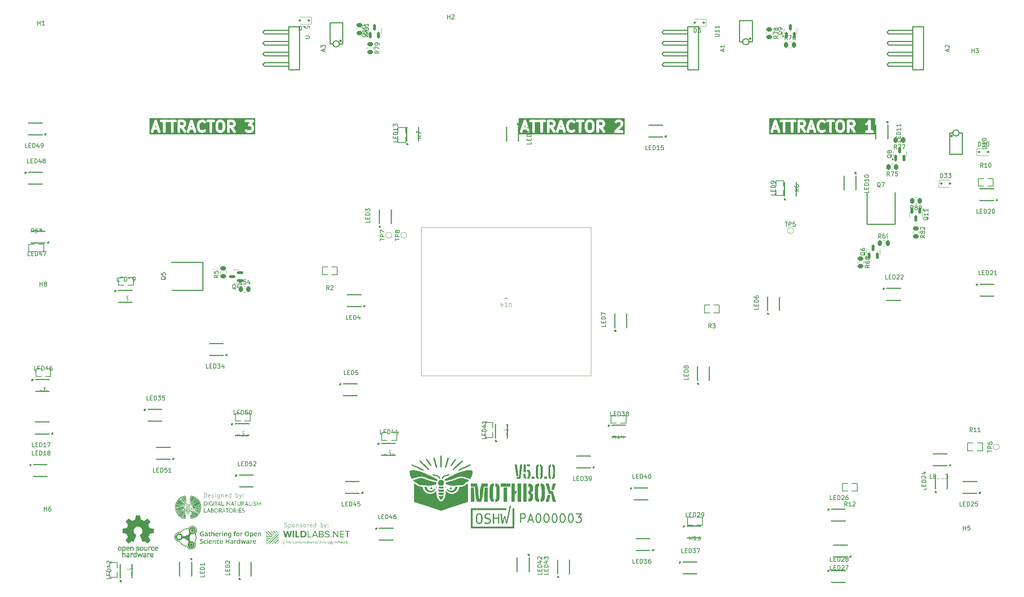
<source format=gbr>
%TF.GenerationSoftware,KiCad,Pcbnew,9.0.2*%
%TF.CreationDate,2025-06-07T09:38:19-05:00*%
%TF.ProjectId,MothBox,4d6f7468-426f-4782-9e6b-696361645f70,5.0.0*%
%TF.SameCoordinates,Original*%
%TF.FileFunction,Legend,Top*%
%TF.FilePolarity,Positive*%
%FSLAX46Y46*%
G04 Gerber Fmt 4.6, Leading zero omitted, Abs format (unit mm)*
G04 Created by KiCad (PCBNEW 9.0.2) date 2025-06-07 09:38:19*
%MOMM*%
%LPD*%
G01*
G04 APERTURE LIST*
G04 Aperture macros list*
%AMRoundRect*
0 Rectangle with rounded corners*
0 $1 Rounding radius*
0 $2 $3 $4 $5 $6 $7 $8 $9 X,Y pos of 4 corners*
0 Add a 4 corners polygon primitive as box body*
4,1,4,$2,$3,$4,$5,$6,$7,$8,$9,$2,$3,0*
0 Add four circle primitives for the rounded corners*
1,1,$1+$1,$2,$3*
1,1,$1+$1,$4,$5*
1,1,$1+$1,$6,$7*
1,1,$1+$1,$8,$9*
0 Add four rect primitives between the rounded corners*
20,1,$1+$1,$2,$3,$4,$5,0*
20,1,$1+$1,$4,$5,$6,$7,0*
20,1,$1+$1,$6,$7,$8,$9,0*
20,1,$1+$1,$8,$9,$2,$3,0*%
G04 Aperture macros list end*
%ADD10C,0.100000*%
%ADD11C,0.000000*%
%ADD12C,0.185208*%
%ADD13C,0.250000*%
%ADD14C,0.625000*%
%ADD15C,0.750000*%
%ADD16C,0.150000*%
%ADD17C,0.300000*%
%ADD18C,0.120000*%
%ADD19C,0.050000*%
%ADD20O,1.950000X0.570000*%
%ADD21R,1.800000X1.800000*%
%ADD22C,1.800000*%
%ADD23R,1.270000X2.540000*%
%ADD24R,5.400000X6.100000*%
%ADD25R,2.540000X1.270000*%
%ADD26R,6.100000X5.400000*%
%ADD27C,1.000000*%
%ADD28C,4.204000*%
%ADD29C,12.800000*%
%ADD30R,2.200000X2.200000*%
%ADD31R,2.200000X1.250000*%
%ADD32R,1.130000X1.380000*%
%ADD33R,1.250000X2.200000*%
%ADD34R,1.380000X1.130000*%
%ADD35R,1.700000X1.700000*%
%ADD36C,1.700000*%
%ADD37C,2.300000*%
%ADD38RoundRect,0.150000X0.150000X-0.587500X0.150000X0.587500X-0.150000X0.587500X-0.150000X-0.587500X0*%
%ADD39RoundRect,0.250000X-0.450000X0.262500X-0.450000X-0.262500X0.450000X-0.262500X0.450000X0.262500X0*%
%ADD40RoundRect,0.250000X-0.262500X-0.450000X0.262500X-0.450000X0.262500X0.450000X-0.262500X0.450000X0*%
%ADD41RoundRect,0.150000X-0.150000X0.587500X-0.150000X-0.587500X0.150000X-0.587500X0.150000X0.587500X0*%
%ADD42RoundRect,0.250000X0.262500X0.450000X-0.262500X0.450000X-0.262500X-0.450000X0.262500X-0.450000X0*%
%ADD43RoundRect,0.112500X0.187500X0.112500X-0.187500X0.112500X-0.187500X-0.112500X0.187500X-0.112500X0*%
%ADD44RoundRect,0.112500X-0.187500X-0.112500X0.187500X-0.112500X0.187500X0.112500X-0.187500X0.112500X0*%
%ADD45R,1.570000X1.570000*%
%ADD46C,1.570000*%
%ADD47RoundRect,0.250000X0.450000X-0.262500X0.450000X0.262500X-0.450000X0.262500X-0.450000X-0.262500X0*%
%ADD48RoundRect,0.150000X0.587500X0.150000X-0.587500X0.150000X-0.587500X-0.150000X0.587500X-0.150000X0*%
G04 APERTURE END LIST*
D10*
X-26594939Y-77600399D02*
X-26594939Y-76600399D01*
X-26594939Y-76600399D02*
X-26356844Y-76600399D01*
X-26356844Y-76600399D02*
X-26213987Y-76648018D01*
X-26213987Y-76648018D02*
X-26118749Y-76743256D01*
X-26118749Y-76743256D02*
X-26071130Y-76838494D01*
X-26071130Y-76838494D02*
X-26023511Y-77028970D01*
X-26023511Y-77028970D02*
X-26023511Y-77171827D01*
X-26023511Y-77171827D02*
X-26071130Y-77362303D01*
X-26071130Y-77362303D02*
X-26118749Y-77457541D01*
X-26118749Y-77457541D02*
X-26213987Y-77552780D01*
X-26213987Y-77552780D02*
X-26356844Y-77600399D01*
X-26356844Y-77600399D02*
X-26594939Y-77600399D01*
X-25213987Y-77552780D02*
X-25309225Y-77600399D01*
X-25309225Y-77600399D02*
X-25499701Y-77600399D01*
X-25499701Y-77600399D02*
X-25594939Y-77552780D01*
X-25594939Y-77552780D02*
X-25642558Y-77457541D01*
X-25642558Y-77457541D02*
X-25642558Y-77076589D01*
X-25642558Y-77076589D02*
X-25594939Y-76981351D01*
X-25594939Y-76981351D02*
X-25499701Y-76933732D01*
X-25499701Y-76933732D02*
X-25309225Y-76933732D01*
X-25309225Y-76933732D02*
X-25213987Y-76981351D01*
X-25213987Y-76981351D02*
X-25166368Y-77076589D01*
X-25166368Y-77076589D02*
X-25166368Y-77171827D01*
X-25166368Y-77171827D02*
X-25642558Y-77267065D01*
X-24785415Y-77552780D02*
X-24690177Y-77600399D01*
X-24690177Y-77600399D02*
X-24499701Y-77600399D01*
X-24499701Y-77600399D02*
X-24404463Y-77552780D01*
X-24404463Y-77552780D02*
X-24356844Y-77457541D01*
X-24356844Y-77457541D02*
X-24356844Y-77409922D01*
X-24356844Y-77409922D02*
X-24404463Y-77314684D01*
X-24404463Y-77314684D02*
X-24499701Y-77267065D01*
X-24499701Y-77267065D02*
X-24642558Y-77267065D01*
X-24642558Y-77267065D02*
X-24737796Y-77219446D01*
X-24737796Y-77219446D02*
X-24785415Y-77124208D01*
X-24785415Y-77124208D02*
X-24785415Y-77076589D01*
X-24785415Y-77076589D02*
X-24737796Y-76981351D01*
X-24737796Y-76981351D02*
X-24642558Y-76933732D01*
X-24642558Y-76933732D02*
X-24499701Y-76933732D01*
X-24499701Y-76933732D02*
X-24404463Y-76981351D01*
X-23928272Y-77600399D02*
X-23928272Y-76933732D01*
X-23928272Y-76600399D02*
X-23975891Y-76648018D01*
X-23975891Y-76648018D02*
X-23928272Y-76695637D01*
X-23928272Y-76695637D02*
X-23880653Y-76648018D01*
X-23880653Y-76648018D02*
X-23928272Y-76600399D01*
X-23928272Y-76600399D02*
X-23928272Y-76695637D01*
X-23023511Y-76933732D02*
X-23023511Y-77743256D01*
X-23023511Y-77743256D02*
X-23071130Y-77838494D01*
X-23071130Y-77838494D02*
X-23118749Y-77886113D01*
X-23118749Y-77886113D02*
X-23213987Y-77933732D01*
X-23213987Y-77933732D02*
X-23356844Y-77933732D01*
X-23356844Y-77933732D02*
X-23452082Y-77886113D01*
X-23023511Y-77552780D02*
X-23118749Y-77600399D01*
X-23118749Y-77600399D02*
X-23309225Y-77600399D01*
X-23309225Y-77600399D02*
X-23404463Y-77552780D01*
X-23404463Y-77552780D02*
X-23452082Y-77505160D01*
X-23452082Y-77505160D02*
X-23499701Y-77409922D01*
X-23499701Y-77409922D02*
X-23499701Y-77124208D01*
X-23499701Y-77124208D02*
X-23452082Y-77028970D01*
X-23452082Y-77028970D02*
X-23404463Y-76981351D01*
X-23404463Y-76981351D02*
X-23309225Y-76933732D01*
X-23309225Y-76933732D02*
X-23118749Y-76933732D01*
X-23118749Y-76933732D02*
X-23023511Y-76981351D01*
X-22547320Y-76933732D02*
X-22547320Y-77600399D01*
X-22547320Y-77028970D02*
X-22499701Y-76981351D01*
X-22499701Y-76981351D02*
X-22404463Y-76933732D01*
X-22404463Y-76933732D02*
X-22261606Y-76933732D01*
X-22261606Y-76933732D02*
X-22166368Y-76981351D01*
X-22166368Y-76981351D02*
X-22118749Y-77076589D01*
X-22118749Y-77076589D02*
X-22118749Y-77600399D01*
X-21261606Y-77552780D02*
X-21356844Y-77600399D01*
X-21356844Y-77600399D02*
X-21547320Y-77600399D01*
X-21547320Y-77600399D02*
X-21642558Y-77552780D01*
X-21642558Y-77552780D02*
X-21690177Y-77457541D01*
X-21690177Y-77457541D02*
X-21690177Y-77076589D01*
X-21690177Y-77076589D02*
X-21642558Y-76981351D01*
X-21642558Y-76981351D02*
X-21547320Y-76933732D01*
X-21547320Y-76933732D02*
X-21356844Y-76933732D01*
X-21356844Y-76933732D02*
X-21261606Y-76981351D01*
X-21261606Y-76981351D02*
X-21213987Y-77076589D01*
X-21213987Y-77076589D02*
X-21213987Y-77171827D01*
X-21213987Y-77171827D02*
X-21690177Y-77267065D01*
X-20356844Y-77600399D02*
X-20356844Y-76600399D01*
X-20356844Y-77552780D02*
X-20452082Y-77600399D01*
X-20452082Y-77600399D02*
X-20642558Y-77600399D01*
X-20642558Y-77600399D02*
X-20737796Y-77552780D01*
X-20737796Y-77552780D02*
X-20785415Y-77505160D01*
X-20785415Y-77505160D02*
X-20833034Y-77409922D01*
X-20833034Y-77409922D02*
X-20833034Y-77124208D01*
X-20833034Y-77124208D02*
X-20785415Y-77028970D01*
X-20785415Y-77028970D02*
X-20737796Y-76981351D01*
X-20737796Y-76981351D02*
X-20642558Y-76933732D01*
X-20642558Y-76933732D02*
X-20452082Y-76933732D01*
X-20452082Y-76933732D02*
X-20356844Y-76981351D01*
X-19118748Y-77600399D02*
X-19118748Y-76600399D01*
X-19118748Y-76981351D02*
X-19023510Y-76933732D01*
X-19023510Y-76933732D02*
X-18833034Y-76933732D01*
X-18833034Y-76933732D02*
X-18737796Y-76981351D01*
X-18737796Y-76981351D02*
X-18690177Y-77028970D01*
X-18690177Y-77028970D02*
X-18642558Y-77124208D01*
X-18642558Y-77124208D02*
X-18642558Y-77409922D01*
X-18642558Y-77409922D02*
X-18690177Y-77505160D01*
X-18690177Y-77505160D02*
X-18737796Y-77552780D01*
X-18737796Y-77552780D02*
X-18833034Y-77600399D01*
X-18833034Y-77600399D02*
X-19023510Y-77600399D01*
X-19023510Y-77600399D02*
X-19118748Y-77552780D01*
X-18309224Y-76933732D02*
X-18071129Y-77600399D01*
X-17833034Y-76933732D02*
X-18071129Y-77600399D01*
X-18071129Y-77600399D02*
X-18166367Y-77838494D01*
X-18166367Y-77838494D02*
X-18213986Y-77886113D01*
X-18213986Y-77886113D02*
X-18309224Y-77933732D01*
X-17452081Y-77505160D02*
X-17404462Y-77552780D01*
X-17404462Y-77552780D02*
X-17452081Y-77600399D01*
X-17452081Y-77600399D02*
X-17499700Y-77552780D01*
X-17499700Y-77552780D02*
X-17452081Y-77505160D01*
X-17452081Y-77505160D02*
X-17452081Y-77600399D01*
X-17452081Y-76981351D02*
X-17404462Y-77028970D01*
X-17404462Y-77028970D02*
X-17452081Y-77076589D01*
X-17452081Y-77076589D02*
X-17499700Y-77028970D01*
X-17499700Y-77028970D02*
X-17452081Y-76981351D01*
X-17452081Y-76981351D02*
X-17452081Y-77076589D01*
D11*
G36*
X-17354971Y-80252938D02*
G01*
X-17335322Y-80253868D01*
X-17315813Y-80255419D01*
X-17296451Y-80257589D01*
X-17277244Y-80260380D01*
X-17258200Y-80263790D01*
X-17239326Y-80267821D01*
X-17220631Y-80272472D01*
X-17202122Y-80277743D01*
X-17183807Y-80283634D01*
X-17165693Y-80290145D01*
X-17147788Y-80297277D01*
X-17130101Y-80305028D01*
X-17112638Y-80313400D01*
X-17095408Y-80322391D01*
X-17078418Y-80332003D01*
X-17128689Y-80435190D01*
X-17135635Y-80430818D01*
X-17142585Y-80426628D01*
X-17149542Y-80422616D01*
X-17156511Y-80418779D01*
X-17163496Y-80415112D01*
X-17170500Y-80411611D01*
X-17177527Y-80408274D01*
X-17184582Y-80405095D01*
X-17191667Y-80402071D01*
X-17198788Y-80399199D01*
X-17205947Y-80396474D01*
X-17213148Y-80393892D01*
X-17227695Y-80389143D01*
X-17242459Y-80384921D01*
X-17257332Y-80381086D01*
X-17272142Y-80377562D01*
X-17286829Y-80374410D01*
X-17301329Y-80371692D01*
X-17315582Y-80369469D01*
X-17329524Y-80367805D01*
X-17343094Y-80366762D01*
X-17349720Y-80366492D01*
X-17356230Y-80366400D01*
X-17366057Y-80366554D01*
X-17375686Y-80367015D01*
X-17385106Y-80367778D01*
X-17394305Y-80368839D01*
X-17403271Y-80370195D01*
X-17411994Y-80371841D01*
X-17420460Y-80373775D01*
X-17428659Y-80375991D01*
X-17436579Y-80378486D01*
X-17444209Y-80381257D01*
X-17451536Y-80384299D01*
X-17458549Y-80387608D01*
X-17465236Y-80391181D01*
X-17471586Y-80395013D01*
X-17477588Y-80399102D01*
X-17483229Y-80403442D01*
X-17488996Y-80408030D01*
X-17494391Y-80412862D01*
X-17499414Y-80417935D01*
X-17504065Y-80423244D01*
X-17508344Y-80428786D01*
X-17512251Y-80434556D01*
X-17515785Y-80440551D01*
X-17518948Y-80446767D01*
X-17521739Y-80453200D01*
X-17524157Y-80459846D01*
X-17526204Y-80466702D01*
X-17527878Y-80473763D01*
X-17529180Y-80481025D01*
X-17530110Y-80488486D01*
X-17530669Y-80496140D01*
X-17530855Y-80503983D01*
X-17530638Y-80511798D01*
X-17529986Y-80519373D01*
X-17528901Y-80526715D01*
X-17527382Y-80533832D01*
X-17525428Y-80540732D01*
X-17523041Y-80547423D01*
X-17520220Y-80553912D01*
X-17516964Y-80560207D01*
X-17513274Y-80566317D01*
X-17509150Y-80572248D01*
X-17504593Y-80578009D01*
X-17499601Y-80583607D01*
X-17494175Y-80589049D01*
X-17488315Y-80594345D01*
X-17482021Y-80599501D01*
X-17475293Y-80604525D01*
X-17468162Y-80609485D01*
X-17460658Y-80614442D01*
X-17452783Y-80619390D01*
X-17444535Y-80624328D01*
X-17435915Y-80629249D01*
X-17426924Y-80634151D01*
X-17417560Y-80639030D01*
X-17407824Y-80643882D01*
X-17397716Y-80648703D01*
X-17387236Y-80653489D01*
X-17376383Y-80658236D01*
X-17365159Y-80662940D01*
X-17353563Y-80667598D01*
X-17341594Y-80672206D01*
X-17329254Y-80676759D01*
X-17316542Y-80681254D01*
X-17297948Y-80688210D01*
X-17279913Y-80695228D01*
X-17262499Y-80702369D01*
X-17245766Y-80709697D01*
X-17229777Y-80717273D01*
X-17214595Y-80725158D01*
X-17207325Y-80729237D01*
X-17200280Y-80733416D01*
X-17193468Y-80737704D01*
X-17186896Y-80742108D01*
X-17180508Y-80746607D01*
X-17174245Y-80751183D01*
X-17168106Y-80755852D01*
X-17162090Y-80760629D01*
X-17156199Y-80765531D01*
X-17150432Y-80770572D01*
X-17144789Y-80775768D01*
X-17139270Y-80781134D01*
X-17133875Y-80786687D01*
X-17128604Y-80792441D01*
X-17123457Y-80798412D01*
X-17118434Y-80804616D01*
X-17113535Y-80811068D01*
X-17108761Y-80817783D01*
X-17104110Y-80824778D01*
X-17099583Y-80832066D01*
X-17095273Y-80839602D01*
X-17091269Y-80847327D01*
X-17087567Y-80855245D01*
X-17084164Y-80863362D01*
X-17081055Y-80871680D01*
X-17078236Y-80880203D01*
X-17075705Y-80888936D01*
X-17073457Y-80897882D01*
X-17071487Y-80907045D01*
X-17069793Y-80916428D01*
X-17068370Y-80926037D01*
X-17067214Y-80935874D01*
X-17066322Y-80945944D01*
X-17065690Y-80956250D01*
X-17065313Y-80966797D01*
X-17065188Y-80977587D01*
X-17065343Y-80987447D01*
X-17065808Y-80997183D01*
X-17066584Y-81006795D01*
X-17067669Y-81016283D01*
X-17069064Y-81025646D01*
X-17070769Y-81034886D01*
X-17072785Y-81044002D01*
X-17075110Y-81052994D01*
X-17077746Y-81061861D01*
X-17080691Y-81070605D01*
X-17083947Y-81079224D01*
X-17087512Y-81087720D01*
X-17091388Y-81096092D01*
X-17095574Y-81104339D01*
X-17100069Y-81112463D01*
X-17104875Y-81120462D01*
X-17109961Y-81128306D01*
X-17115298Y-81135960D01*
X-17120892Y-81143420D01*
X-17126745Y-81150682D01*
X-17132861Y-81157743D01*
X-17139245Y-81164599D01*
X-17145901Y-81171245D01*
X-17152831Y-81177678D01*
X-17160041Y-81183894D01*
X-17167533Y-81189889D01*
X-17175312Y-81195660D01*
X-17183382Y-81201201D01*
X-17191747Y-81206511D01*
X-17200410Y-81211583D01*
X-17209375Y-81216416D01*
X-17218646Y-81221004D01*
X-17227699Y-81225344D01*
X-17236996Y-81229432D01*
X-17246534Y-81233265D01*
X-17256307Y-81236837D01*
X-17266314Y-81240147D01*
X-17276549Y-81243188D01*
X-17287009Y-81245959D01*
X-17297690Y-81248454D01*
X-17308588Y-81250671D01*
X-17319699Y-81252604D01*
X-17331019Y-81254250D01*
X-17342545Y-81255606D01*
X-17354272Y-81256668D01*
X-17366197Y-81257430D01*
X-17378316Y-81257891D01*
X-17390625Y-81258045D01*
X-17402005Y-81257922D01*
X-17413326Y-81257554D01*
X-17424594Y-81256947D01*
X-17435811Y-81256102D01*
X-17458110Y-81253720D01*
X-17480253Y-81250439D01*
X-17502272Y-81246289D01*
X-17524199Y-81241302D01*
X-17546063Y-81235509D01*
X-17567897Y-81228941D01*
X-17588479Y-81221634D01*
X-17608535Y-81213645D01*
X-17628032Y-81205036D01*
X-17646941Y-81195868D01*
X-17665229Y-81186205D01*
X-17682866Y-81176107D01*
X-17699821Y-81165637D01*
X-17716063Y-81154858D01*
X-17657853Y-81049024D01*
X-17651342Y-81053924D01*
X-17644702Y-81058703D01*
X-17637931Y-81063366D01*
X-17631024Y-81067917D01*
X-17623977Y-81072359D01*
X-17616787Y-81076697D01*
X-17609449Y-81080934D01*
X-17601961Y-81085074D01*
X-17594317Y-81089121D01*
X-17586515Y-81093079D01*
X-17570418Y-81100742D01*
X-17553639Y-81108096D01*
X-17536146Y-81115170D01*
X-17527248Y-81118520D01*
X-17518416Y-81121625D01*
X-17509654Y-81124490D01*
X-17500965Y-81127118D01*
X-17492354Y-81129514D01*
X-17483824Y-81131681D01*
X-17475380Y-81133623D01*
X-17467024Y-81135345D01*
X-17458762Y-81136849D01*
X-17450596Y-81138140D01*
X-17442531Y-81139222D01*
X-17434571Y-81140099D01*
X-17426719Y-81140774D01*
X-17418980Y-81141251D01*
X-17411357Y-81141535D01*
X-17403854Y-81141628D01*
X-17393995Y-81141473D01*
X-17384264Y-81141003D01*
X-17374664Y-81140216D01*
X-17365200Y-81139107D01*
X-17355876Y-81137672D01*
X-17346695Y-81135908D01*
X-17337661Y-81133810D01*
X-17328779Y-81131376D01*
X-17320051Y-81128600D01*
X-17311483Y-81125480D01*
X-17303077Y-81122010D01*
X-17294838Y-81118188D01*
X-17286769Y-81114009D01*
X-17278875Y-81109470D01*
X-17271159Y-81104567D01*
X-17263626Y-81099295D01*
X-17259959Y-81096768D01*
X-17256402Y-81094149D01*
X-17252954Y-81091440D01*
X-17249616Y-81088639D01*
X-17246389Y-81085750D01*
X-17243272Y-81082773D01*
X-17240267Y-81079708D01*
X-17237374Y-81076557D01*
X-17234593Y-81073321D01*
X-17231925Y-81070001D01*
X-17229371Y-81066597D01*
X-17226930Y-81063111D01*
X-17224604Y-81059544D01*
X-17222393Y-81055896D01*
X-17220296Y-81052169D01*
X-17218316Y-81048363D01*
X-17216452Y-81044479D01*
X-17214705Y-81040519D01*
X-17211562Y-81032374D01*
X-17208892Y-81023934D01*
X-17206700Y-81015207D01*
X-17204987Y-81006201D01*
X-17203759Y-80996924D01*
X-17203020Y-80987383D01*
X-17202772Y-80977586D01*
X-17202959Y-80969247D01*
X-17203522Y-80961097D01*
X-17204464Y-80953140D01*
X-17205790Y-80945382D01*
X-17207504Y-80937825D01*
X-17209609Y-80930473D01*
X-17212109Y-80923331D01*
X-17215009Y-80916402D01*
X-17218312Y-80909689D01*
X-17222021Y-80903198D01*
X-17226142Y-80896932D01*
X-17230677Y-80890894D01*
X-17235631Y-80885089D01*
X-17241008Y-80879520D01*
X-17246811Y-80874191D01*
X-17253044Y-80869107D01*
X-17266448Y-80859190D01*
X-17273542Y-80854242D01*
X-17280907Y-80849305D01*
X-17288552Y-80844383D01*
X-17296483Y-80839481D01*
X-17304708Y-80834602D01*
X-17313236Y-80829750D01*
X-17322074Y-80824930D01*
X-17331230Y-80820144D01*
X-17340711Y-80815397D01*
X-17350526Y-80810692D01*
X-17360681Y-80806034D01*
X-17371186Y-80801427D01*
X-17382047Y-80796873D01*
X-17393272Y-80792378D01*
X-17413731Y-80784446D01*
X-17433414Y-80776545D01*
X-17452291Y-80768705D01*
X-17470332Y-80760959D01*
X-17487504Y-80753337D01*
X-17503777Y-80745869D01*
X-17519119Y-80738588D01*
X-17533500Y-80731524D01*
X-17540384Y-80727929D01*
X-17547143Y-80724093D01*
X-17553778Y-80720025D01*
X-17560289Y-80715732D01*
X-17566676Y-80711222D01*
X-17572939Y-80706502D01*
X-17579078Y-80701581D01*
X-17585094Y-80696467D01*
X-17590985Y-80691166D01*
X-17596752Y-80685687D01*
X-17602395Y-80680037D01*
X-17607914Y-80674225D01*
X-17613309Y-80668258D01*
X-17618580Y-80662143D01*
X-17623727Y-80655889D01*
X-17628750Y-80649503D01*
X-17633556Y-80642930D01*
X-17638052Y-80636114D01*
X-17642238Y-80629057D01*
X-17646114Y-80621763D01*
X-17649680Y-80614237D01*
X-17652935Y-80606482D01*
X-17655881Y-80598503D01*
X-17658516Y-80590302D01*
X-17660842Y-80581885D01*
X-17662857Y-80573254D01*
X-17664563Y-80564414D01*
X-17665958Y-80555369D01*
X-17667043Y-80546122D01*
X-17667818Y-80536678D01*
X-17668283Y-80527039D01*
X-17668438Y-80517211D01*
X-17668128Y-80502980D01*
X-17667193Y-80489063D01*
X-17665630Y-80475464D01*
X-17663436Y-80462186D01*
X-17660606Y-80449234D01*
X-17657137Y-80436612D01*
X-17653024Y-80424322D01*
X-17648264Y-80412370D01*
X-17642853Y-80400759D01*
X-17636787Y-80389493D01*
X-17630062Y-80378576D01*
X-17622674Y-80368011D01*
X-17614619Y-80357803D01*
X-17605895Y-80347956D01*
X-17596495Y-80338472D01*
X-17586418Y-80329357D01*
X-17575844Y-80320676D01*
X-17564952Y-80312495D01*
X-17553734Y-80304818D01*
X-17542183Y-80297649D01*
X-17530291Y-80290991D01*
X-17518050Y-80284848D01*
X-17505453Y-80279225D01*
X-17492491Y-80274125D01*
X-17479157Y-80269553D01*
X-17465443Y-80265511D01*
X-17451342Y-80262004D01*
X-17436845Y-80259036D01*
X-17421946Y-80256610D01*
X-17406635Y-80254731D01*
X-17390906Y-80253403D01*
X-17374751Y-80252628D01*
X-17354971Y-80252938D01*
G37*
G36*
X-17824542Y-80379629D02*
G01*
X-18335188Y-80379629D01*
X-18335188Y-80681254D01*
X-17877459Y-80681254D01*
X-17877459Y-80808254D01*
X-18335188Y-80808254D01*
X-18335188Y-81115171D01*
X-17806021Y-81115171D01*
X-17806021Y-81244817D01*
X-18470125Y-81244817D01*
X-18470125Y-80252629D01*
X-17824542Y-80252629D01*
X-17824542Y-80379629D01*
G37*
G36*
X-18687083Y-81244816D02*
G01*
X-18819375Y-81244816D01*
X-18819375Y-80252629D01*
X-18687083Y-80252629D01*
X-18687083Y-81244816D01*
G37*
G36*
X-19375454Y-80255428D02*
G01*
X-19362918Y-80255884D01*
X-19350615Y-80256635D01*
X-19338537Y-80257673D01*
X-19326676Y-80258989D01*
X-19315025Y-80260577D01*
X-19303575Y-80262428D01*
X-19292318Y-80264535D01*
X-19281248Y-80266890D01*
X-19270356Y-80269486D01*
X-19259634Y-80272314D01*
X-19249075Y-80275367D01*
X-19228415Y-80282116D01*
X-19208313Y-80289671D01*
X-19198516Y-80294260D01*
X-19188971Y-80299102D01*
X-19179681Y-80304199D01*
X-19170651Y-80309556D01*
X-19161885Y-80315176D01*
X-19153387Y-80321064D01*
X-19145159Y-80327223D01*
X-19137207Y-80333658D01*
X-19129533Y-80340371D01*
X-19122143Y-80347367D01*
X-19115039Y-80354651D01*
X-19108226Y-80362224D01*
X-19101708Y-80370093D01*
X-19095488Y-80378260D01*
X-19089570Y-80386729D01*
X-19083958Y-80395504D01*
X-19078657Y-80404062D01*
X-19073670Y-80412867D01*
X-19069000Y-80421921D01*
X-19064652Y-80431223D01*
X-19060630Y-80440773D01*
X-19056937Y-80450570D01*
X-19053578Y-80460616D01*
X-19050555Y-80470910D01*
X-19047874Y-80481452D01*
X-19045538Y-80492242D01*
X-19043550Y-80503280D01*
X-19041915Y-80514567D01*
X-19040637Y-80526101D01*
X-19039719Y-80537883D01*
X-19039165Y-80549913D01*
X-19038980Y-80562192D01*
X-19039135Y-80573540D01*
X-19039600Y-80584769D01*
X-19040375Y-80595881D01*
X-19041460Y-80606881D01*
X-19042855Y-80617773D01*
X-19044561Y-80628560D01*
X-19046576Y-80639246D01*
X-19048901Y-80649835D01*
X-19051537Y-80660331D01*
X-19054482Y-80670738D01*
X-19057738Y-80681060D01*
X-19061303Y-80691300D01*
X-19065179Y-80701463D01*
X-19069365Y-80711552D01*
X-19073860Y-80721571D01*
X-19078666Y-80731525D01*
X-19083813Y-80740826D01*
X-19089327Y-80749875D01*
X-19095206Y-80758668D01*
X-19101446Y-80767202D01*
X-19108041Y-80775472D01*
X-19114990Y-80783475D01*
X-19122287Y-80791206D01*
X-19129929Y-80798663D01*
X-19137913Y-80805840D01*
X-19146233Y-80812734D01*
X-19154887Y-80819342D01*
X-19163871Y-80825658D01*
X-19173179Y-80831681D01*
X-19182810Y-80837404D01*
X-19192759Y-80842826D01*
X-19203021Y-80847941D01*
X-18954312Y-81247462D01*
X-19110417Y-81247462D01*
X-19110417Y-81244816D01*
X-19343249Y-80879691D01*
X-19344769Y-80879721D01*
X-19346350Y-80879805D01*
X-19349699Y-80880105D01*
X-19357140Y-80881014D01*
X-19361233Y-80881500D01*
X-19365574Y-80881924D01*
X-19367837Y-80882093D01*
X-19370163Y-80882224D01*
X-19372550Y-80882308D01*
X-19375000Y-80882337D01*
X-19520521Y-80882337D01*
X-19520521Y-81247462D01*
X-19652813Y-81247462D01*
X-19652813Y-80747400D01*
X-19652813Y-80376983D01*
X-19523166Y-80376983D01*
X-19523166Y-80747400D01*
X-19380290Y-80747400D01*
X-19366677Y-80748085D01*
X-19353615Y-80748165D01*
X-19341096Y-80747656D01*
X-19329111Y-80746573D01*
X-19317653Y-80744932D01*
X-19306715Y-80742749D01*
X-19296288Y-80740038D01*
X-19286365Y-80736816D01*
X-19276938Y-80733098D01*
X-19267999Y-80728900D01*
X-19259541Y-80724236D01*
X-19251556Y-80719123D01*
X-19244036Y-80713575D01*
X-19236973Y-80707609D01*
X-19230360Y-80701240D01*
X-19224188Y-80694483D01*
X-19218421Y-80687475D01*
X-19213026Y-80680340D01*
X-19208003Y-80673072D01*
X-19203352Y-80665669D01*
X-19199073Y-80658126D01*
X-19195166Y-80650440D01*
X-19191631Y-80642606D01*
X-19188469Y-80634621D01*
X-19185678Y-80626482D01*
X-19183260Y-80618183D01*
X-19181213Y-80609722D01*
X-19179539Y-80601094D01*
X-19178237Y-80592295D01*
X-19177306Y-80583322D01*
X-19176748Y-80574171D01*
X-19176562Y-80564838D01*
X-19176655Y-80559381D01*
X-19176929Y-80553924D01*
X-19177382Y-80548466D01*
X-19178009Y-80543009D01*
X-19178807Y-80537552D01*
X-19179771Y-80532095D01*
X-19180899Y-80526638D01*
X-19182185Y-80521181D01*
X-19183626Y-80515724D01*
X-19185218Y-80510267D01*
X-19186958Y-80504810D01*
X-19188841Y-80499353D01*
X-19190863Y-80493896D01*
X-19193021Y-80488439D01*
X-19195311Y-80482982D01*
X-19197729Y-80477525D01*
X-19200303Y-80472130D01*
X-19203062Y-80466859D01*
X-19206008Y-80461712D01*
X-19209139Y-80456689D01*
X-19212457Y-80451790D01*
X-19215961Y-80447015D01*
X-19219650Y-80442364D01*
X-19223526Y-80437838D01*
X-19227588Y-80433435D01*
X-19231836Y-80429156D01*
X-19236269Y-80425001D01*
X-19240889Y-80420970D01*
X-19245695Y-80417064D01*
X-19250688Y-80413281D01*
X-19255866Y-80409622D01*
X-19261230Y-80406088D01*
X-19266780Y-80402709D01*
X-19272511Y-80399520D01*
X-19278421Y-80396524D01*
X-19284505Y-80393727D01*
X-19290760Y-80391131D01*
X-19297182Y-80388740D01*
X-19303766Y-80386558D01*
X-19310509Y-80384590D01*
X-19317407Y-80382839D01*
X-19324456Y-80381309D01*
X-19331652Y-80380003D01*
X-19338992Y-80378926D01*
X-19346472Y-80378082D01*
X-19354087Y-80377474D01*
X-19361833Y-80377107D01*
X-19369708Y-80376983D01*
X-19523166Y-80376983D01*
X-19652813Y-80376983D01*
X-19652813Y-80255275D01*
X-19388229Y-80255275D01*
X-19375454Y-80255428D01*
G37*
G36*
X-20297467Y-80244970D02*
G01*
X-20280790Y-80245803D01*
X-20264245Y-80247186D01*
X-20247836Y-80249115D01*
X-20231566Y-80251587D01*
X-20215440Y-80254598D01*
X-20199461Y-80258144D01*
X-20183633Y-80262220D01*
X-20167960Y-80266824D01*
X-20152446Y-80271951D01*
X-20137095Y-80277597D01*
X-20121910Y-80283759D01*
X-20106896Y-80290432D01*
X-20092057Y-80297613D01*
X-20077395Y-80305298D01*
X-20062916Y-80313483D01*
X-20048686Y-80322132D01*
X-20034773Y-80331208D01*
X-20021187Y-80340702D01*
X-20007933Y-80350607D01*
X-19995020Y-80360916D01*
X-19982457Y-80371619D01*
X-19970249Y-80382710D01*
X-19958406Y-80394181D01*
X-19946936Y-80406024D01*
X-19935845Y-80418231D01*
X-19925141Y-80430795D01*
X-19914833Y-80443708D01*
X-19904928Y-80456961D01*
X-19895433Y-80470548D01*
X-19886358Y-80484461D01*
X-19877708Y-80498691D01*
X-19869523Y-80513170D01*
X-19861838Y-80527832D01*
X-19854657Y-80542671D01*
X-19847984Y-80557685D01*
X-19841822Y-80572870D01*
X-19836176Y-80588221D01*
X-19831049Y-80603735D01*
X-19826445Y-80619408D01*
X-19822369Y-80635235D01*
X-19818823Y-80651214D01*
X-19815812Y-80667341D01*
X-19813340Y-80683610D01*
X-19811411Y-80700020D01*
X-19810028Y-80716564D01*
X-19809195Y-80733241D01*
X-19808917Y-80750046D01*
X-19809195Y-80767316D01*
X-19810028Y-80784400D01*
X-19811411Y-80801298D01*
X-19813341Y-80818010D01*
X-19815813Y-80834536D01*
X-19818824Y-80850877D01*
X-19822370Y-80867031D01*
X-19826446Y-80882999D01*
X-19831050Y-80898781D01*
X-19836177Y-80914377D01*
X-19841823Y-80929787D01*
X-19847985Y-80945010D01*
X-19854658Y-80960048D01*
X-19861839Y-80974900D01*
X-19869524Y-80989566D01*
X-19877708Y-81004046D01*
X-19886358Y-81018276D01*
X-19895433Y-81032189D01*
X-19904928Y-81045776D01*
X-19914833Y-81059029D01*
X-19925141Y-81071942D01*
X-19935845Y-81084506D01*
X-19946936Y-81096713D01*
X-19958406Y-81108556D01*
X-19970249Y-81120027D01*
X-19982457Y-81131118D01*
X-19995020Y-81141822D01*
X-20007933Y-81152130D01*
X-20021187Y-81162035D01*
X-20034773Y-81171529D01*
X-20048686Y-81180605D01*
X-20062916Y-81189254D01*
X-20077832Y-81197439D01*
X-20092822Y-81205124D01*
X-20107897Y-81212305D01*
X-20123068Y-81218978D01*
X-20138349Y-81225140D01*
X-20153749Y-81230786D01*
X-20169281Y-81235913D01*
X-20184956Y-81240517D01*
X-20200787Y-81244594D01*
X-20216784Y-81248139D01*
X-20232959Y-81251150D01*
X-20249324Y-81253622D01*
X-20265891Y-81255552D01*
X-20282671Y-81256935D01*
X-20299676Y-81257767D01*
X-20316917Y-81258046D01*
X-20334187Y-81257797D01*
X-20351272Y-81257048D01*
X-20368170Y-81255796D01*
X-20384882Y-81254036D01*
X-20401408Y-81251764D01*
X-20417748Y-81248976D01*
X-20433902Y-81245670D01*
X-20449870Y-81241840D01*
X-20465652Y-81237483D01*
X-20481248Y-81232595D01*
X-20496658Y-81227172D01*
X-20511882Y-81221211D01*
X-20526919Y-81214707D01*
X-20541771Y-81207656D01*
X-20556437Y-81200055D01*
X-20570916Y-81191900D01*
X-20585147Y-81183280D01*
X-20599060Y-81174289D01*
X-20612647Y-81164925D01*
X-20625901Y-81155189D01*
X-20638814Y-81145081D01*
X-20651377Y-81134601D01*
X-20663585Y-81123749D01*
X-20675428Y-81112525D01*
X-20686899Y-81100929D01*
X-20697990Y-81088961D01*
X-20708693Y-81076620D01*
X-20719001Y-81063908D01*
X-20728906Y-81050823D01*
X-20738400Y-81037367D01*
X-20747476Y-81023538D01*
X-20756125Y-81009338D01*
X-20764310Y-80994857D01*
X-20771995Y-80980187D01*
X-20779177Y-80965323D01*
X-20785850Y-80950261D01*
X-20792012Y-80934998D01*
X-20797658Y-80919529D01*
X-20802785Y-80903851D01*
X-20807389Y-80887960D01*
X-20811465Y-80871852D01*
X-20815011Y-80855523D01*
X-20818022Y-80838969D01*
X-20820494Y-80822186D01*
X-20822423Y-80805171D01*
X-20823806Y-80787920D01*
X-20824639Y-80770428D01*
X-20824917Y-80752692D01*
X-20824808Y-80750046D01*
X-20687333Y-80750046D01*
X-20687118Y-80762882D01*
X-20686476Y-80775590D01*
X-20685415Y-80788166D01*
X-20683944Y-80800606D01*
X-20682069Y-80812907D01*
X-20679799Y-80825064D01*
X-20677142Y-80837075D01*
X-20674105Y-80848934D01*
X-20670696Y-80860638D01*
X-20666922Y-80872183D01*
X-20662792Y-80883565D01*
X-20658313Y-80894781D01*
X-20653493Y-80905826D01*
X-20648339Y-80916697D01*
X-20642860Y-80927390D01*
X-20637063Y-80937900D01*
X-20630955Y-80948660D01*
X-20624537Y-80959113D01*
X-20617809Y-80969264D01*
X-20610770Y-80979117D01*
X-20603422Y-80988675D01*
X-20595763Y-80997943D01*
X-20587795Y-81006923D01*
X-20579516Y-81015621D01*
X-20570928Y-81024040D01*
X-20562029Y-81032183D01*
X-20552820Y-81040056D01*
X-20543301Y-81047660D01*
X-20533473Y-81055002D01*
X-20523334Y-81062083D01*
X-20512884Y-81068909D01*
X-20502125Y-81075483D01*
X-20491179Y-81081716D01*
X-20480163Y-81087519D01*
X-20469069Y-81092895D01*
X-20457890Y-81097849D01*
X-20446618Y-81102384D01*
X-20435245Y-81106504D01*
X-20423764Y-81110214D01*
X-20412167Y-81113517D01*
X-20400445Y-81116417D01*
X-20388592Y-81118917D01*
X-20376599Y-81121022D01*
X-20364459Y-81122736D01*
X-20352164Y-81124062D01*
X-20339706Y-81125005D01*
X-20327078Y-81125567D01*
X-20314271Y-81125754D01*
X-20301465Y-81125567D01*
X-20288841Y-81125005D01*
X-20276395Y-81124062D01*
X-20264124Y-81122736D01*
X-20252023Y-81121022D01*
X-20240089Y-81118917D01*
X-20228318Y-81116417D01*
X-20216706Y-81113517D01*
X-20205248Y-81110214D01*
X-20193942Y-81106504D01*
X-20182783Y-81102384D01*
X-20171768Y-81097849D01*
X-20160892Y-81092895D01*
X-20150152Y-81087518D01*
X-20139544Y-81081716D01*
X-20129063Y-81075483D01*
X-20118770Y-81068909D01*
X-20108728Y-81062083D01*
X-20098943Y-81055002D01*
X-20089417Y-81047660D01*
X-20080154Y-81040056D01*
X-20071159Y-81032183D01*
X-20062436Y-81024040D01*
X-20053987Y-81015621D01*
X-20045818Y-81006923D01*
X-20037931Y-80997943D01*
X-20030332Y-80988675D01*
X-20023023Y-80979117D01*
X-20016008Y-80969264D01*
X-20009292Y-80959113D01*
X-20002879Y-80948660D01*
X-19996771Y-80937900D01*
X-19991004Y-80926924D01*
X-19985609Y-80915824D01*
X-19980586Y-80904600D01*
X-19975935Y-80893252D01*
X-19971656Y-80881779D01*
X-19967750Y-80870183D01*
X-19964215Y-80858463D01*
X-19961052Y-80846619D01*
X-19958262Y-80834650D01*
X-19955844Y-80822558D01*
X-19953797Y-80810342D01*
X-19952123Y-80798001D01*
X-19950821Y-80785537D01*
X-19949891Y-80772949D01*
X-19949333Y-80760236D01*
X-19949147Y-80747400D01*
X-19949333Y-80734564D01*
X-19949896Y-80721851D01*
X-19950839Y-80709263D01*
X-19952165Y-80696798D01*
X-19953878Y-80684458D01*
X-19955984Y-80672242D01*
X-19958484Y-80660150D01*
X-19961384Y-80648181D01*
X-19964687Y-80636337D01*
X-19968396Y-80624617D01*
X-19972517Y-80613021D01*
X-19977052Y-80601548D01*
X-19982006Y-80590200D01*
X-19987382Y-80578976D01*
X-19993184Y-80567876D01*
X-19999417Y-80556900D01*
X-20005525Y-80546111D01*
X-20011943Y-80535578D01*
X-20018672Y-80525309D01*
X-20025710Y-80515311D01*
X-20033058Y-80505592D01*
X-20040717Y-80496160D01*
X-20048685Y-80487022D01*
X-20056964Y-80478187D01*
X-20065552Y-80469661D01*
X-20074451Y-80461454D01*
X-20083660Y-80453572D01*
X-20093179Y-80446023D01*
X-20103008Y-80438816D01*
X-20113147Y-80431957D01*
X-20123596Y-80425455D01*
X-20134355Y-80419317D01*
X-20144865Y-80413084D01*
X-20155552Y-80407281D01*
X-20166411Y-80401905D01*
X-20177432Y-80396951D01*
X-20188608Y-80392416D01*
X-20199932Y-80388295D01*
X-20211395Y-80384586D01*
X-20222990Y-80381283D01*
X-20234709Y-80378383D01*
X-20246544Y-80375883D01*
X-20258488Y-80373777D01*
X-20270533Y-80372064D01*
X-20282670Y-80370738D01*
X-20294893Y-80369795D01*
X-20307193Y-80369232D01*
X-20319563Y-80369046D01*
X-20332369Y-80369232D01*
X-20344993Y-80369795D01*
X-20357439Y-80370738D01*
X-20369710Y-80372064D01*
X-20381810Y-80373777D01*
X-20393744Y-80375883D01*
X-20405516Y-80378383D01*
X-20417128Y-80381283D01*
X-20428585Y-80384586D01*
X-20439892Y-80388295D01*
X-20451051Y-80392416D01*
X-20462066Y-80396951D01*
X-20472942Y-80401905D01*
X-20483682Y-80407281D01*
X-20494291Y-80413084D01*
X-20504771Y-80419317D01*
X-20515065Y-80425891D01*
X-20525111Y-80432722D01*
X-20534909Y-80439816D01*
X-20544459Y-80447181D01*
X-20553761Y-80454825D01*
X-20562815Y-80462756D01*
X-20571620Y-80470982D01*
X-20580178Y-80479509D01*
X-20588487Y-80488347D01*
X-20596549Y-80497503D01*
X-20604362Y-80506985D01*
X-20611928Y-80516799D01*
X-20619245Y-80526955D01*
X-20626315Y-80537459D01*
X-20633136Y-80548321D01*
X-20639709Y-80559546D01*
X-20645912Y-80570958D01*
X-20651631Y-80582382D01*
X-20656877Y-80593829D01*
X-20661661Y-80605311D01*
X-20665996Y-80616839D01*
X-20669893Y-80628426D01*
X-20673364Y-80640082D01*
X-20676420Y-80651820D01*
X-20679073Y-80663650D01*
X-20681334Y-80675586D01*
X-20683216Y-80687637D01*
X-20684729Y-80699817D01*
X-20685886Y-80712136D01*
X-20686698Y-80724606D01*
X-20687176Y-80737239D01*
X-20687333Y-80750046D01*
X-20824808Y-80750046D01*
X-20824202Y-80735421D01*
X-20823042Y-80718337D01*
X-20821423Y-80701439D01*
X-20819336Y-80684727D01*
X-20816769Y-80668201D01*
X-20813709Y-80651861D01*
X-20810145Y-80635706D01*
X-20806066Y-80619738D01*
X-20801460Y-80603956D01*
X-20796315Y-80588360D01*
X-20790619Y-80572951D01*
X-20784362Y-80557727D01*
X-20777531Y-80542689D01*
X-20770114Y-80527837D01*
X-20762101Y-80513171D01*
X-20753480Y-80498691D01*
X-20744859Y-80484461D01*
X-20735863Y-80470548D01*
X-20726487Y-80456961D01*
X-20716727Y-80443708D01*
X-20706580Y-80430795D01*
X-20696041Y-80418231D01*
X-20685107Y-80406024D01*
X-20673774Y-80394181D01*
X-20662037Y-80382710D01*
X-20649894Y-80371619D01*
X-20637340Y-80360916D01*
X-20624371Y-80350607D01*
X-20610984Y-80340702D01*
X-20597174Y-80331208D01*
X-20582937Y-80322132D01*
X-20568271Y-80313483D01*
X-20553791Y-80305298D01*
X-20539125Y-80297613D01*
X-20524273Y-80290432D01*
X-20509236Y-80283759D01*
X-20494012Y-80277597D01*
X-20478602Y-80271951D01*
X-20463006Y-80266824D01*
X-20447224Y-80262220D01*
X-20431256Y-80258144D01*
X-20415102Y-80254598D01*
X-20398762Y-80251587D01*
X-20382236Y-80249115D01*
X-20365524Y-80247186D01*
X-20348626Y-80245803D01*
X-20331542Y-80244970D01*
X-20314271Y-80244692D01*
X-20297467Y-80244970D01*
G37*
G36*
X-20861959Y-80379629D02*
G01*
X-21129188Y-80379629D01*
X-21129188Y-81242171D01*
X-21261480Y-81242171D01*
X-21261480Y-80379629D01*
X-21520771Y-80379629D01*
X-21520771Y-80252629D01*
X-20861959Y-80252629D01*
X-20861959Y-80379629D01*
G37*
G36*
X-21486376Y-81244817D02*
G01*
X-21639834Y-81244817D01*
X-21743021Y-80985525D01*
X-22124021Y-80985525D01*
X-22229854Y-81244817D01*
X-22362146Y-81244817D01*
X-22204155Y-80869108D01*
X-22073750Y-80869108D01*
X-21788000Y-80869108D01*
X-21928229Y-80506629D01*
X-22073750Y-80869108D01*
X-22204155Y-80869108D01*
X-21928229Y-80212942D01*
X-21920292Y-80212942D01*
X-21486376Y-81244817D01*
G37*
G36*
X-22820329Y-80255428D02*
G01*
X-22807793Y-80255884D01*
X-22795490Y-80256635D01*
X-22783412Y-80257673D01*
X-22771551Y-80258989D01*
X-22759900Y-80260577D01*
X-22748449Y-80262428D01*
X-22737193Y-80264535D01*
X-22726123Y-80266890D01*
X-22715231Y-80269486D01*
X-22704509Y-80272314D01*
X-22693950Y-80275367D01*
X-22673290Y-80282116D01*
X-22653188Y-80289671D01*
X-22643391Y-80294260D01*
X-22633846Y-80299102D01*
X-22624556Y-80304199D01*
X-22615526Y-80309556D01*
X-22606760Y-80315176D01*
X-22598261Y-80321064D01*
X-22590034Y-80327223D01*
X-22582081Y-80333658D01*
X-22574408Y-80340371D01*
X-22567018Y-80347367D01*
X-22559914Y-80354651D01*
X-22553101Y-80362224D01*
X-22546583Y-80370093D01*
X-22540363Y-80378260D01*
X-22534445Y-80386729D01*
X-22528834Y-80395504D01*
X-22523532Y-80404062D01*
X-22518545Y-80412867D01*
X-22513875Y-80421921D01*
X-22509527Y-80431223D01*
X-22505505Y-80440773D01*
X-22501812Y-80450570D01*
X-22498452Y-80460616D01*
X-22495430Y-80470910D01*
X-22492749Y-80481452D01*
X-22490412Y-80492242D01*
X-22488425Y-80503280D01*
X-22486790Y-80514567D01*
X-22485511Y-80526101D01*
X-22484593Y-80537883D01*
X-22484040Y-80549913D01*
X-22483854Y-80562192D01*
X-22484009Y-80573540D01*
X-22484475Y-80584769D01*
X-22485250Y-80595881D01*
X-22486335Y-80606881D01*
X-22487730Y-80617773D01*
X-22489436Y-80628560D01*
X-22491451Y-80639246D01*
X-22493776Y-80649835D01*
X-22496412Y-80660331D01*
X-22499357Y-80670738D01*
X-22502613Y-80681060D01*
X-22506179Y-80691300D01*
X-22510054Y-80701463D01*
X-22514240Y-80711552D01*
X-22518736Y-80721571D01*
X-22523542Y-80731525D01*
X-22528688Y-80740826D01*
X-22534203Y-80749875D01*
X-22540081Y-80758668D01*
X-22546321Y-80767202D01*
X-22552917Y-80775472D01*
X-22559865Y-80783475D01*
X-22567162Y-80791206D01*
X-22574805Y-80798663D01*
X-22582788Y-80805840D01*
X-22591109Y-80812734D01*
X-22599763Y-80819342D01*
X-22608746Y-80825658D01*
X-22618055Y-80831681D01*
X-22627686Y-80837404D01*
X-22637634Y-80842826D01*
X-22647896Y-80847941D01*
X-22399188Y-81247462D01*
X-22552646Y-81247462D01*
X-22552646Y-81244816D01*
X-22785479Y-80879691D01*
X-22786998Y-80879721D01*
X-22788579Y-80879805D01*
X-22791928Y-80880105D01*
X-22799370Y-80881014D01*
X-22803463Y-80881500D01*
X-22807804Y-80881924D01*
X-22810067Y-80882093D01*
X-22812392Y-80882224D01*
X-22814780Y-80882308D01*
X-22817229Y-80882337D01*
X-22965396Y-80882337D01*
X-22965396Y-81247462D01*
X-23097688Y-81247462D01*
X-23097688Y-80747400D01*
X-23097688Y-80376983D01*
X-22965396Y-80376983D01*
X-22965396Y-80747400D01*
X-22822522Y-80747400D01*
X-22809345Y-80748085D01*
X-22796611Y-80748165D01*
X-22784326Y-80747656D01*
X-22772499Y-80746573D01*
X-22761136Y-80744932D01*
X-22750247Y-80742749D01*
X-22739838Y-80740038D01*
X-22729917Y-80736816D01*
X-22720493Y-80733098D01*
X-22711572Y-80728900D01*
X-22703163Y-80724236D01*
X-22695273Y-80719123D01*
X-22687910Y-80713575D01*
X-22681083Y-80707609D01*
X-22674797Y-80701240D01*
X-22669063Y-80694483D01*
X-22663295Y-80687475D01*
X-22657900Y-80680340D01*
X-22652877Y-80673072D01*
X-22648226Y-80665669D01*
X-22643948Y-80658126D01*
X-22640041Y-80650440D01*
X-22636506Y-80642606D01*
X-22633344Y-80634621D01*
X-22630553Y-80626482D01*
X-22628135Y-80618183D01*
X-22626088Y-80609722D01*
X-22624414Y-80601094D01*
X-22623112Y-80592295D01*
X-22622182Y-80583322D01*
X-22621624Y-80574171D01*
X-22621438Y-80564838D01*
X-22621530Y-80559381D01*
X-22621804Y-80553924D01*
X-22622257Y-80548466D01*
X-22622885Y-80543009D01*
X-22623682Y-80537552D01*
X-22624647Y-80532095D01*
X-22625774Y-80526638D01*
X-22627060Y-80521181D01*
X-22628501Y-80515724D01*
X-22630094Y-80510267D01*
X-22631833Y-80504810D01*
X-22633716Y-80499353D01*
X-22635739Y-80493896D01*
X-22637897Y-80488439D01*
X-22640187Y-80482982D01*
X-22642605Y-80477525D01*
X-22645178Y-80472130D01*
X-22647937Y-80466859D01*
X-22650883Y-80461712D01*
X-22654014Y-80456689D01*
X-22657332Y-80451790D01*
X-22660835Y-80447015D01*
X-22664525Y-80442364D01*
X-22668401Y-80437838D01*
X-22672463Y-80433435D01*
X-22676710Y-80429156D01*
X-22681144Y-80425001D01*
X-22685764Y-80420970D01*
X-22690570Y-80417064D01*
X-22695562Y-80413281D01*
X-22700740Y-80409622D01*
X-22706104Y-80406088D01*
X-22711654Y-80402709D01*
X-22717385Y-80399520D01*
X-22723295Y-80396524D01*
X-22729379Y-80393727D01*
X-22735634Y-80391131D01*
X-22742056Y-80388740D01*
X-22748640Y-80386558D01*
X-22755383Y-80384590D01*
X-22762281Y-80382839D01*
X-22769330Y-80381309D01*
X-22776527Y-80380003D01*
X-22783867Y-80378926D01*
X-22791346Y-80378082D01*
X-22798962Y-80377474D01*
X-22806709Y-80377107D01*
X-22814583Y-80376983D01*
X-22965396Y-80376983D01*
X-23097688Y-80376983D01*
X-23097688Y-80255275D01*
X-22833104Y-80255275D01*
X-22820329Y-80255428D01*
G37*
G36*
X-23742341Y-80244970D02*
G01*
X-23725665Y-80245803D01*
X-23709120Y-80247186D01*
X-23692711Y-80249115D01*
X-23676441Y-80251587D01*
X-23660315Y-80254598D01*
X-23644336Y-80258144D01*
X-23628508Y-80262220D01*
X-23612835Y-80266824D01*
X-23597321Y-80271951D01*
X-23581970Y-80277597D01*
X-23566786Y-80283759D01*
X-23551772Y-80290432D01*
X-23536932Y-80297613D01*
X-23522271Y-80305298D01*
X-23507792Y-80313483D01*
X-23493561Y-80322132D01*
X-23479649Y-80331208D01*
X-23466062Y-80340702D01*
X-23452808Y-80350607D01*
X-23439896Y-80360916D01*
X-23427332Y-80371619D01*
X-23415125Y-80382710D01*
X-23403282Y-80394181D01*
X-23391811Y-80406024D01*
X-23380720Y-80418231D01*
X-23370016Y-80430795D01*
X-23359708Y-80443708D01*
X-23349803Y-80456961D01*
X-23340309Y-80470548D01*
X-23331233Y-80484461D01*
X-23322584Y-80498691D01*
X-23314399Y-80513170D01*
X-23306714Y-80527832D01*
X-23299533Y-80542671D01*
X-23292859Y-80557685D01*
X-23286697Y-80572870D01*
X-23281051Y-80588221D01*
X-23275924Y-80603735D01*
X-23271320Y-80619408D01*
X-23267244Y-80635235D01*
X-23263698Y-80651214D01*
X-23260687Y-80667341D01*
X-23258215Y-80683610D01*
X-23256286Y-80700020D01*
X-23254903Y-80716564D01*
X-23254070Y-80733241D01*
X-23253792Y-80750046D01*
X-23254070Y-80767316D01*
X-23254903Y-80784400D01*
X-23256286Y-80801298D01*
X-23258215Y-80818010D01*
X-23260687Y-80834536D01*
X-23263698Y-80850877D01*
X-23267244Y-80867031D01*
X-23271320Y-80882999D01*
X-23275924Y-80898781D01*
X-23281051Y-80914377D01*
X-23286697Y-80929787D01*
X-23292859Y-80945010D01*
X-23299533Y-80960048D01*
X-23306714Y-80974900D01*
X-23314399Y-80989566D01*
X-23322584Y-81004046D01*
X-23331233Y-81018276D01*
X-23340309Y-81032189D01*
X-23349803Y-81045776D01*
X-23359708Y-81059029D01*
X-23370016Y-81071942D01*
X-23380720Y-81084506D01*
X-23391811Y-81096713D01*
X-23403282Y-81108556D01*
X-23415125Y-81120027D01*
X-23427332Y-81131118D01*
X-23439896Y-81141822D01*
X-23452808Y-81152130D01*
X-23466062Y-81162035D01*
X-23479649Y-81171529D01*
X-23493561Y-81180605D01*
X-23507792Y-81189254D01*
X-23522707Y-81197439D01*
X-23537697Y-81205124D01*
X-23552772Y-81212305D01*
X-23567943Y-81218978D01*
X-23583223Y-81225140D01*
X-23598624Y-81230786D01*
X-23614156Y-81235913D01*
X-23629831Y-81240517D01*
X-23645662Y-81244594D01*
X-23661659Y-81248139D01*
X-23677834Y-81251150D01*
X-23694199Y-81253622D01*
X-23710766Y-81255552D01*
X-23727546Y-81256935D01*
X-23744551Y-81257767D01*
X-23761793Y-81258046D01*
X-23779063Y-81257797D01*
X-23796147Y-81257048D01*
X-23813045Y-81255796D01*
X-23829757Y-81254036D01*
X-23846283Y-81251764D01*
X-23862623Y-81248976D01*
X-23878777Y-81245670D01*
X-23894745Y-81241840D01*
X-23910527Y-81237483D01*
X-23926123Y-81232595D01*
X-23941533Y-81227172D01*
X-23956757Y-81221211D01*
X-23971795Y-81214707D01*
X-23986647Y-81207656D01*
X-24001313Y-81200055D01*
X-24015793Y-81191900D01*
X-24030023Y-81183280D01*
X-24043935Y-81174289D01*
X-24057522Y-81164925D01*
X-24070776Y-81155189D01*
X-24083689Y-81145081D01*
X-24096252Y-81134601D01*
X-24108460Y-81123749D01*
X-24120303Y-81112525D01*
X-24131773Y-81100929D01*
X-24142864Y-81088961D01*
X-24153568Y-81076620D01*
X-24163876Y-81063908D01*
X-24173781Y-81050823D01*
X-24183276Y-81037367D01*
X-24192351Y-81023538D01*
X-24201001Y-81009338D01*
X-24209186Y-80994857D01*
X-24216871Y-80980187D01*
X-24224052Y-80965323D01*
X-24230725Y-80950261D01*
X-24236887Y-80934998D01*
X-24242533Y-80919529D01*
X-24247660Y-80903851D01*
X-24252264Y-80887960D01*
X-24256341Y-80871852D01*
X-24259886Y-80855523D01*
X-24262897Y-80838969D01*
X-24265369Y-80822186D01*
X-24267299Y-80805171D01*
X-24268682Y-80787920D01*
X-24269514Y-80770428D01*
X-24269793Y-80752692D01*
X-24269679Y-80750046D01*
X-24129563Y-80750046D01*
X-24129376Y-80762882D01*
X-24128814Y-80775590D01*
X-24127871Y-80788166D01*
X-24126545Y-80800606D01*
X-24124831Y-80812907D01*
X-24122726Y-80825064D01*
X-24120226Y-80837075D01*
X-24117326Y-80848934D01*
X-24114023Y-80860638D01*
X-24110313Y-80872183D01*
X-24106193Y-80883565D01*
X-24101658Y-80894781D01*
X-24096704Y-80905826D01*
X-24091327Y-80916697D01*
X-24085525Y-80927390D01*
X-24079292Y-80937900D01*
X-24073184Y-80948660D01*
X-24066766Y-80959113D01*
X-24060037Y-80969264D01*
X-24052999Y-80979117D01*
X-24045651Y-80988675D01*
X-24037992Y-80997943D01*
X-24030024Y-81006923D01*
X-24021745Y-81015621D01*
X-24013157Y-81024040D01*
X-24004258Y-81032183D01*
X-23995049Y-81040056D01*
X-23985530Y-81047660D01*
X-23975702Y-81055002D01*
X-23965563Y-81062083D01*
X-23955114Y-81068909D01*
X-23944355Y-81075483D01*
X-23933408Y-81081716D01*
X-23922392Y-81087519D01*
X-23911298Y-81092895D01*
X-23900119Y-81097849D01*
X-23888847Y-81102384D01*
X-23877475Y-81106504D01*
X-23865993Y-81110214D01*
X-23854396Y-81113517D01*
X-23842674Y-81116417D01*
X-23830821Y-81118917D01*
X-23818828Y-81121022D01*
X-23806688Y-81122736D01*
X-23794393Y-81124062D01*
X-23781935Y-81125005D01*
X-23769307Y-81125567D01*
X-23756500Y-81125754D01*
X-23743694Y-81125567D01*
X-23731070Y-81125005D01*
X-23718624Y-81124062D01*
X-23706353Y-81122736D01*
X-23694252Y-81121022D01*
X-23682318Y-81118917D01*
X-23670547Y-81116417D01*
X-23658935Y-81113517D01*
X-23647478Y-81110214D01*
X-23636172Y-81106504D01*
X-23625013Y-81102384D01*
X-23613997Y-81097849D01*
X-23603121Y-81092895D01*
X-23592381Y-81087518D01*
X-23581773Y-81081716D01*
X-23571292Y-81075483D01*
X-23560999Y-81068909D01*
X-23550957Y-81062083D01*
X-23541172Y-81055002D01*
X-23531646Y-81047660D01*
X-23522383Y-81040056D01*
X-23513388Y-81032183D01*
X-23504665Y-81024040D01*
X-23496216Y-81015621D01*
X-23488047Y-81006923D01*
X-23480161Y-80997943D01*
X-23472561Y-80988675D01*
X-23465252Y-80979117D01*
X-23458238Y-80969264D01*
X-23451522Y-80959113D01*
X-23445108Y-80948660D01*
X-23439000Y-80937900D01*
X-23433233Y-80926924D01*
X-23427838Y-80915824D01*
X-23422815Y-80904600D01*
X-23418164Y-80893252D01*
X-23413885Y-80881779D01*
X-23409979Y-80870183D01*
X-23406444Y-80858463D01*
X-23403282Y-80846619D01*
X-23400491Y-80834650D01*
X-23398073Y-80822558D01*
X-23396026Y-80810342D01*
X-23394352Y-80798001D01*
X-23393050Y-80785537D01*
X-23392120Y-80772949D01*
X-23391562Y-80760236D01*
X-23391375Y-80747400D01*
X-23391562Y-80734564D01*
X-23392125Y-80721851D01*
X-23393067Y-80709263D01*
X-23394393Y-80696798D01*
X-23396107Y-80684458D01*
X-23398212Y-80672242D01*
X-23400713Y-80660150D01*
X-23403613Y-80648181D01*
X-23406915Y-80636337D01*
X-23410625Y-80624617D01*
X-23414746Y-80613021D01*
X-23419281Y-80601548D01*
X-23424235Y-80590200D01*
X-23429611Y-80578976D01*
X-23435414Y-80567876D01*
X-23441646Y-80556900D01*
X-23448190Y-80546111D01*
X-23454932Y-80535578D01*
X-23461883Y-80525309D01*
X-23469055Y-80515311D01*
X-23476460Y-80505592D01*
X-23484109Y-80496160D01*
X-23492013Y-80487022D01*
X-23500185Y-80478187D01*
X-23508636Y-80469661D01*
X-23517378Y-80461454D01*
X-23526422Y-80453572D01*
X-23535780Y-80446023D01*
X-23545463Y-80438816D01*
X-23555484Y-80431957D01*
X-23565854Y-80425455D01*
X-23576584Y-80419317D01*
X-23587529Y-80413520D01*
X-23598541Y-80408041D01*
X-23609623Y-80402888D01*
X-23620778Y-80398068D01*
X-23632010Y-80393588D01*
X-23643324Y-80389458D01*
X-23654723Y-80385684D01*
X-23666212Y-80382275D01*
X-23677793Y-80379238D01*
X-23689471Y-80376580D01*
X-23701250Y-80374310D01*
X-23713134Y-80372436D01*
X-23725126Y-80370964D01*
X-23737231Y-80369904D01*
X-23749451Y-80369262D01*
X-23761793Y-80369046D01*
X-23774598Y-80369232D01*
X-23787222Y-80369795D01*
X-23799668Y-80370738D01*
X-23811939Y-80372064D01*
X-23824040Y-80373777D01*
X-23835974Y-80375883D01*
X-23847745Y-80378383D01*
X-23859357Y-80381283D01*
X-23870815Y-80384586D01*
X-23882121Y-80388295D01*
X-23893280Y-80392416D01*
X-23904295Y-80396951D01*
X-23915171Y-80401905D01*
X-23925911Y-80407281D01*
X-23936520Y-80413084D01*
X-23947001Y-80419317D01*
X-23957295Y-80425891D01*
X-23967340Y-80432722D01*
X-23977138Y-80439816D01*
X-23986688Y-80447181D01*
X-23995990Y-80454825D01*
X-24005043Y-80462756D01*
X-24013849Y-80470982D01*
X-24022407Y-80479509D01*
X-24030716Y-80488347D01*
X-24038778Y-80497503D01*
X-24046591Y-80506985D01*
X-24054156Y-80516799D01*
X-24061474Y-80526955D01*
X-24068543Y-80537459D01*
X-24075365Y-80548321D01*
X-24081938Y-80559546D01*
X-24087705Y-80570522D01*
X-24093100Y-80581622D01*
X-24098123Y-80592846D01*
X-24102774Y-80604195D01*
X-24107053Y-80615667D01*
X-24110960Y-80627263D01*
X-24114494Y-80638983D01*
X-24117657Y-80650827D01*
X-24120447Y-80662796D01*
X-24122866Y-80674888D01*
X-24124912Y-80687104D01*
X-24126586Y-80699445D01*
X-24127889Y-80711909D01*
X-24128819Y-80724497D01*
X-24129377Y-80737210D01*
X-24129563Y-80750046D01*
X-24269679Y-80750046D01*
X-24269049Y-80735421D01*
X-24267808Y-80718337D01*
X-24266072Y-80701439D01*
X-24263839Y-80684727D01*
X-24261111Y-80668201D01*
X-24257886Y-80651861D01*
X-24254165Y-80635706D01*
X-24249948Y-80619738D01*
X-24245235Y-80603956D01*
X-24240026Y-80588360D01*
X-24234321Y-80572951D01*
X-24228120Y-80557727D01*
X-24221423Y-80542689D01*
X-24214230Y-80527837D01*
X-24206540Y-80513171D01*
X-24198355Y-80498691D01*
X-24189734Y-80484461D01*
X-24180738Y-80470548D01*
X-24171362Y-80456961D01*
X-24161602Y-80443708D01*
X-24151455Y-80430795D01*
X-24140916Y-80418231D01*
X-24129982Y-80406024D01*
X-24118649Y-80394181D01*
X-24106912Y-80382710D01*
X-24094769Y-80371619D01*
X-24082215Y-80360916D01*
X-24069246Y-80350607D01*
X-24055859Y-80340702D01*
X-24042049Y-80331208D01*
X-24027812Y-80322132D01*
X-24013146Y-80313483D01*
X-23998666Y-80305298D01*
X-23984001Y-80297613D01*
X-23969149Y-80290432D01*
X-23954111Y-80283759D01*
X-23938887Y-80277597D01*
X-23923477Y-80271951D01*
X-23907881Y-80266824D01*
X-23892099Y-80262220D01*
X-23876131Y-80258144D01*
X-23859977Y-80254598D01*
X-23843637Y-80251587D01*
X-23827111Y-80249115D01*
X-23810399Y-80247186D01*
X-23793501Y-80245803D01*
X-23776416Y-80244970D01*
X-23759146Y-80244692D01*
X-23742341Y-80244970D01*
G37*
G36*
X-24708919Y-80252877D02*
G01*
X-24690816Y-80253621D01*
X-24673218Y-80254861D01*
X-24656126Y-80256598D01*
X-24639547Y-80258830D01*
X-24623482Y-80261559D01*
X-24607937Y-80264783D01*
X-24592916Y-80268504D01*
X-24578421Y-80272721D01*
X-24564457Y-80277434D01*
X-24551029Y-80282643D01*
X-24538139Y-80288348D01*
X-24525791Y-80294549D01*
X-24513990Y-80301246D01*
X-24502739Y-80308440D01*
X-24492043Y-80316129D01*
X-24481936Y-80324285D01*
X-24472452Y-80332883D01*
X-24463597Y-80341930D01*
X-24455373Y-80351434D01*
X-24447785Y-80361404D01*
X-24440837Y-80371847D01*
X-24434531Y-80382770D01*
X-24428873Y-80394181D01*
X-24423867Y-80406089D01*
X-24419515Y-80418500D01*
X-24415822Y-80431423D01*
X-24412792Y-80444865D01*
X-24410428Y-80458835D01*
X-24408735Y-80473339D01*
X-24407716Y-80488386D01*
X-24407376Y-80503983D01*
X-24407501Y-80513813D01*
X-24407877Y-80523460D01*
X-24408510Y-80532929D01*
X-24409402Y-80542224D01*
X-24410557Y-80551348D01*
X-24411980Y-80560305D01*
X-24413675Y-80569100D01*
X-24415644Y-80577736D01*
X-24417893Y-80586216D01*
X-24420424Y-80594546D01*
X-24423242Y-80602728D01*
X-24426351Y-80610767D01*
X-24429755Y-80618667D01*
X-24433457Y-80626430D01*
X-24437461Y-80634062D01*
X-24441771Y-80641566D01*
X-24446331Y-80648884D01*
X-24451084Y-80655958D01*
X-24456038Y-80662792D01*
X-24461202Y-80669389D01*
X-24466583Y-80675753D01*
X-24472188Y-80681889D01*
X-24478027Y-80687800D01*
X-24484105Y-80693491D01*
X-24490431Y-80698964D01*
X-24497014Y-80704224D01*
X-24503860Y-80709275D01*
X-24510977Y-80714120D01*
X-24518373Y-80718764D01*
X-24526056Y-80723210D01*
X-24534033Y-80727462D01*
X-24542313Y-80731524D01*
X-24532020Y-80735617D01*
X-24521978Y-80739953D01*
X-24512193Y-80744530D01*
X-24502667Y-80749343D01*
X-24493404Y-80754388D01*
X-24484409Y-80759662D01*
X-24475686Y-80765162D01*
X-24467237Y-80770881D01*
X-24459068Y-80776818D01*
X-24451181Y-80782969D01*
X-24443582Y-80789328D01*
X-24436273Y-80795893D01*
X-24429258Y-80802659D01*
X-24422542Y-80809623D01*
X-24416128Y-80816781D01*
X-24410021Y-80824129D01*
X-24404224Y-80831663D01*
X-24398745Y-80839384D01*
X-24393592Y-80847290D01*
X-24388772Y-80855383D01*
X-24384293Y-80863661D01*
X-24380163Y-80872126D01*
X-24376389Y-80880777D01*
X-24372980Y-80889613D01*
X-24369943Y-80898636D01*
X-24367285Y-80907845D01*
X-24365015Y-80917240D01*
X-24363141Y-80926820D01*
X-24361669Y-80936587D01*
X-24360609Y-80946540D01*
X-24359967Y-80956679D01*
X-24359751Y-80967004D01*
X-24359936Y-80978785D01*
X-24360490Y-80990315D01*
X-24361408Y-81001589D01*
X-24362686Y-81012603D01*
X-24364321Y-81023354D01*
X-24366309Y-81033837D01*
X-24368645Y-81044049D01*
X-24371326Y-81053985D01*
X-24374349Y-81063643D01*
X-24377709Y-81073018D01*
X-24381401Y-81082106D01*
X-24385424Y-81090903D01*
X-24389772Y-81099406D01*
X-24394441Y-81107610D01*
X-24399429Y-81115512D01*
X-24404730Y-81123108D01*
X-24410777Y-81130891D01*
X-24417014Y-81138373D01*
X-24423444Y-81145560D01*
X-24430072Y-81152460D01*
X-24436902Y-81159081D01*
X-24443937Y-81165431D01*
X-24451182Y-81171517D01*
X-24458639Y-81177347D01*
X-24466314Y-81182930D01*
X-24474209Y-81188272D01*
X-24482330Y-81193381D01*
X-24490679Y-81198266D01*
X-24499260Y-81202934D01*
X-24508078Y-81207392D01*
X-24517136Y-81211649D01*
X-24526439Y-81215712D01*
X-24545425Y-81222280D01*
X-24555030Y-81225275D01*
X-24564721Y-81228073D01*
X-24574504Y-81230669D01*
X-24584389Y-81233060D01*
X-24594382Y-81235241D01*
X-24604491Y-81237209D01*
X-24614724Y-81238961D01*
X-24625089Y-81240491D01*
X-24635594Y-81241796D01*
X-24646245Y-81242873D01*
X-24657052Y-81243718D01*
X-24668022Y-81244325D01*
X-24679162Y-81244693D01*
X-24690481Y-81244816D01*
X-24984168Y-81244816D01*
X-24984168Y-81123109D01*
X-24984168Y-80816192D01*
X-24851875Y-80816192D01*
X-24851875Y-81123109D01*
X-24695771Y-81123109D01*
X-24684981Y-81122489D01*
X-24674439Y-81121620D01*
X-24664145Y-81120504D01*
X-24654099Y-81119140D01*
X-24644301Y-81117527D01*
X-24634752Y-81115667D01*
X-24625450Y-81113558D01*
X-24616396Y-81111202D01*
X-24607590Y-81108597D01*
X-24599033Y-81105745D01*
X-24590723Y-81102644D01*
X-24582661Y-81099296D01*
X-24574848Y-81095699D01*
X-24567283Y-81091854D01*
X-24559965Y-81087761D01*
X-24552896Y-81083421D01*
X-24546168Y-81078335D01*
X-24539873Y-81072998D01*
X-24534013Y-81067404D01*
X-24528587Y-81061551D01*
X-24523595Y-81055435D01*
X-24521262Y-81052276D01*
X-24519038Y-81049051D01*
X-24516921Y-81045757D01*
X-24514914Y-81042395D01*
X-24513015Y-81038965D01*
X-24511224Y-81035465D01*
X-24509542Y-81031895D01*
X-24507968Y-81028255D01*
X-24505147Y-81020763D01*
X-24502759Y-81012984D01*
X-24500806Y-81004914D01*
X-24499287Y-80996549D01*
X-24498201Y-80987886D01*
X-24497550Y-80978921D01*
X-24497333Y-80969650D01*
X-24497581Y-80959913D01*
X-24498320Y-80950540D01*
X-24499548Y-80941524D01*
X-24501261Y-80932856D01*
X-24503454Y-80924530D01*
X-24506123Y-80916537D01*
X-24509266Y-80908869D01*
X-24512877Y-80901520D01*
X-24516954Y-80894480D01*
X-24521492Y-80887743D01*
X-24526487Y-80881300D01*
X-24531936Y-80875144D01*
X-24537834Y-80869267D01*
X-24544178Y-80863662D01*
X-24550964Y-80858320D01*
X-24558188Y-80853233D01*
X-24565752Y-80848893D01*
X-24573561Y-80844805D01*
X-24581611Y-80840973D01*
X-24589896Y-80837400D01*
X-24598414Y-80834091D01*
X-24607161Y-80831049D01*
X-24616133Y-80828278D01*
X-24625326Y-80825783D01*
X-24634735Y-80823567D01*
X-24644358Y-80821633D01*
X-24654190Y-80819987D01*
X-24664228Y-80818631D01*
X-24674467Y-80817570D01*
X-24684903Y-80816807D01*
X-24695534Y-80816346D01*
X-24706354Y-80816192D01*
X-24851875Y-80816192D01*
X-24984168Y-80816192D01*
X-24984168Y-80686546D01*
X-24984168Y-80382275D01*
X-24851874Y-80382275D01*
X-24851874Y-80686546D01*
X-24701063Y-80686546D01*
X-24691761Y-80686360D01*
X-24682712Y-80685807D01*
X-24673919Y-80684889D01*
X-24665385Y-80683610D01*
X-24657115Y-80681975D01*
X-24649112Y-80679988D01*
X-24641381Y-80677651D01*
X-24633925Y-80674970D01*
X-24626747Y-80671948D01*
X-24619853Y-80668588D01*
X-24613246Y-80664895D01*
X-24606929Y-80660873D01*
X-24600906Y-80656525D01*
X-24595183Y-80651855D01*
X-24589761Y-80646868D01*
X-24584646Y-80641567D01*
X-24579840Y-80636017D01*
X-24575344Y-80630280D01*
X-24571158Y-80624358D01*
X-24567282Y-80618250D01*
X-24563717Y-80611956D01*
X-24560461Y-80605476D01*
X-24557516Y-80598810D01*
X-24554880Y-80591957D01*
X-24552555Y-80584919D01*
X-24550539Y-80577695D01*
X-24548834Y-80570284D01*
X-24547439Y-80562688D01*
X-24546354Y-80554905D01*
X-24545578Y-80546937D01*
X-24545113Y-80538782D01*
X-24544958Y-80530442D01*
X-24545144Y-80521171D01*
X-24545702Y-80512210D01*
X-24546633Y-80503560D01*
X-24547935Y-80495219D01*
X-24549609Y-80487189D01*
X-24551656Y-80479468D01*
X-24554074Y-80472058D01*
X-24556864Y-80464957D01*
X-24560027Y-80458167D01*
X-24563562Y-80451687D01*
X-24567468Y-80445517D01*
X-24571747Y-80439657D01*
X-24576398Y-80434107D01*
X-24581421Y-80428867D01*
X-24586816Y-80423937D01*
X-24592582Y-80419317D01*
X-24598660Y-80414977D01*
X-24604990Y-80410889D01*
X-24611576Y-80407056D01*
X-24618421Y-80403483D01*
X-24625530Y-80400174D01*
X-24632906Y-80397132D01*
X-24640553Y-80394362D01*
X-24648476Y-80391866D01*
X-24656678Y-80389650D01*
X-24665162Y-80387717D01*
X-24673934Y-80386070D01*
X-24682996Y-80384714D01*
X-24692353Y-80383653D01*
X-24702008Y-80382890D01*
X-24711965Y-80382430D01*
X-24722229Y-80382275D01*
X-24851874Y-80382275D01*
X-24984168Y-80382275D01*
X-24984168Y-80252629D01*
X-24727522Y-80252629D01*
X-24708919Y-80252877D01*
G37*
G36*
X-25100584Y-81244817D02*
G01*
X-25254042Y-81244817D01*
X-25357229Y-80985525D01*
X-25738229Y-80985525D01*
X-25844063Y-81244817D01*
X-25976354Y-81244817D01*
X-25818364Y-80869108D01*
X-25690604Y-80869108D01*
X-25404855Y-80869108D01*
X-25545083Y-80506629D01*
X-25690604Y-80869108D01*
X-25818364Y-80869108D01*
X-25542437Y-80212942D01*
X-25534501Y-80212942D01*
X-25100584Y-81244817D01*
G37*
G36*
X-26529334Y-81115171D02*
G01*
X-26023980Y-81115171D01*
X-26023980Y-81244816D01*
X-26661625Y-81244816D01*
X-26661625Y-80252629D01*
X-26529334Y-80252629D01*
X-26529334Y-81115171D01*
G37*
G36*
X-13702334Y-79268379D02*
G01*
X-13207564Y-78577817D01*
X-13207564Y-79601754D01*
X-13339856Y-79601754D01*
X-13339856Y-78958817D01*
X-13704980Y-79474754D01*
X-14062167Y-78974692D01*
X-14062167Y-79599108D01*
X-14191813Y-79599108D01*
X-14191813Y-78577817D01*
X-14189169Y-78577817D01*
X-13702334Y-79268379D01*
G37*
G36*
X-14635055Y-78607231D02*
G01*
X-14615406Y-78608162D01*
X-14595897Y-78609712D01*
X-14576535Y-78611882D01*
X-14557328Y-78614673D01*
X-14538284Y-78618083D01*
X-14519411Y-78622114D01*
X-14500715Y-78626765D01*
X-14482206Y-78632036D01*
X-14463890Y-78637927D01*
X-14445776Y-78644438D01*
X-14427872Y-78651570D01*
X-14410184Y-78659321D01*
X-14392721Y-78667693D01*
X-14375491Y-78676684D01*
X-14358500Y-78686296D01*
X-14408772Y-78789484D01*
X-14415282Y-78785111D01*
X-14421908Y-78780921D01*
X-14428643Y-78776909D01*
X-14435479Y-78773071D01*
X-14442407Y-78769404D01*
X-14449421Y-78765903D01*
X-14456512Y-78762566D01*
X-14463673Y-78759387D01*
X-14470896Y-78756363D01*
X-14478174Y-78753491D01*
X-14492860Y-78748183D01*
X-14507670Y-78743434D01*
X-14522543Y-78739212D01*
X-14537416Y-78735378D01*
X-14552226Y-78731854D01*
X-14566913Y-78728701D01*
X-14581413Y-78725983D01*
X-14595665Y-78723761D01*
X-14609608Y-78722097D01*
X-14623178Y-78721053D01*
X-14629804Y-78720783D01*
X-14636314Y-78720692D01*
X-14646141Y-78720846D01*
X-14655770Y-78721307D01*
X-14665190Y-78722069D01*
X-14674389Y-78723131D01*
X-14683355Y-78724487D01*
X-14692078Y-78726133D01*
X-14700544Y-78728066D01*
X-14708743Y-78730283D01*
X-14716663Y-78732778D01*
X-14724293Y-78735549D01*
X-14731620Y-78738590D01*
X-14738633Y-78741900D01*
X-14745320Y-78745472D01*
X-14751671Y-78749305D01*
X-14757672Y-78753393D01*
X-14763313Y-78757733D01*
X-14769080Y-78762321D01*
X-14774475Y-78767154D01*
X-14779498Y-78772227D01*
X-14784149Y-78777536D01*
X-14788428Y-78783077D01*
X-14792334Y-78788848D01*
X-14795869Y-78794843D01*
X-14799032Y-78801059D01*
X-14801822Y-78807492D01*
X-14804240Y-78814138D01*
X-14806287Y-78820994D01*
X-14807961Y-78828055D01*
X-14809263Y-78835317D01*
X-14810193Y-78842777D01*
X-14810751Y-78850431D01*
X-14810937Y-78858275D01*
X-14810720Y-78866090D01*
X-14810069Y-78873664D01*
X-14808984Y-78881006D01*
X-14807465Y-78888123D01*
X-14805511Y-78895023D01*
X-14803124Y-78901714D01*
X-14800302Y-78908204D01*
X-14797047Y-78914499D01*
X-14793357Y-78920608D01*
X-14789233Y-78926540D01*
X-14784675Y-78932300D01*
X-14779684Y-78937898D01*
X-14774258Y-78943341D01*
X-14768398Y-78948637D01*
X-14762104Y-78953793D01*
X-14755375Y-78958817D01*
X-14748244Y-78963777D01*
X-14740741Y-78968734D01*
X-14732866Y-78973682D01*
X-14724618Y-78978619D01*
X-14715998Y-78983541D01*
X-14707007Y-78988443D01*
X-14697643Y-78993322D01*
X-14687907Y-78998174D01*
X-14677799Y-79002994D01*
X-14667319Y-79007780D01*
X-14656467Y-79012527D01*
X-14645243Y-79017232D01*
X-14633647Y-79021890D01*
X-14621679Y-79026497D01*
X-14609338Y-79031051D01*
X-14596626Y-79035546D01*
X-14578033Y-79042502D01*
X-14559997Y-79049519D01*
X-14542582Y-79056661D01*
X-14525850Y-79063989D01*
X-14509861Y-79071564D01*
X-14494678Y-79079450D01*
X-14487409Y-79083529D01*
X-14480364Y-79087708D01*
X-14473552Y-79091996D01*
X-14466980Y-79096400D01*
X-14460592Y-79100899D01*
X-14454329Y-79105475D01*
X-14448189Y-79110144D01*
X-14442174Y-79114921D01*
X-14436283Y-79119823D01*
X-14430516Y-79124864D01*
X-14424873Y-79130060D01*
X-14419354Y-79135426D01*
X-14413959Y-79140979D01*
X-14408688Y-79146733D01*
X-14403541Y-79152704D01*
X-14398518Y-79158908D01*
X-14393619Y-79165360D01*
X-14388845Y-79172075D01*
X-14384194Y-79179070D01*
X-14379667Y-79186359D01*
X-14375357Y-79193894D01*
X-14371353Y-79201619D01*
X-14367651Y-79209537D01*
X-14364248Y-79217654D01*
X-14361139Y-79225972D01*
X-14358321Y-79234495D01*
X-14355789Y-79243228D01*
X-14353541Y-79252174D01*
X-14351571Y-79261337D01*
X-14349877Y-79270720D01*
X-14348454Y-79280329D01*
X-14347298Y-79290166D01*
X-14346406Y-79300236D01*
X-14345774Y-79310542D01*
X-14345397Y-79321089D01*
X-14345273Y-79331879D01*
X-14345428Y-79341739D01*
X-14345893Y-79351475D01*
X-14346668Y-79361087D01*
X-14347753Y-79370575D01*
X-14349148Y-79379938D01*
X-14350853Y-79389178D01*
X-14352869Y-79398294D01*
X-14355194Y-79407286D01*
X-14357829Y-79416153D01*
X-14360775Y-79424897D01*
X-14364030Y-79433517D01*
X-14367596Y-79442012D01*
X-14371472Y-79450384D01*
X-14375657Y-79458631D01*
X-14380153Y-79466755D01*
X-14384959Y-79474754D01*
X-14390045Y-79482598D01*
X-14395382Y-79490252D01*
X-14400976Y-79497712D01*
X-14406829Y-79504975D01*
X-14412946Y-79512036D01*
X-14419330Y-79518891D01*
X-14425985Y-79525537D01*
X-14432915Y-79531971D01*
X-14440125Y-79538187D01*
X-14447617Y-79544182D01*
X-14455397Y-79549952D01*
X-14463467Y-79555494D01*
X-14471831Y-79560803D01*
X-14480494Y-79565876D01*
X-14489459Y-79570708D01*
X-14498730Y-79575296D01*
X-14507783Y-79579636D01*
X-14517080Y-79583725D01*
X-14526618Y-79587557D01*
X-14536392Y-79591130D01*
X-14546398Y-79594439D01*
X-14556633Y-79597481D01*
X-14567093Y-79600251D01*
X-14577774Y-79602747D01*
X-14588672Y-79604963D01*
X-14599783Y-79606896D01*
X-14611104Y-79608543D01*
X-14622629Y-79609899D01*
X-14634357Y-79610960D01*
X-14646282Y-79611723D01*
X-14658400Y-79612183D01*
X-14670709Y-79612338D01*
X-14682089Y-79612214D01*
X-14693410Y-79611847D01*
X-14704678Y-79611239D01*
X-14715895Y-79610395D01*
X-14738193Y-79608012D01*
X-14760337Y-79604731D01*
X-14782356Y-79600581D01*
X-14804283Y-79595595D01*
X-14826147Y-79589802D01*
X-14847981Y-79583234D01*
X-14868563Y-79575927D01*
X-14888619Y-79567938D01*
X-14908116Y-79559328D01*
X-14927024Y-79550161D01*
X-14945313Y-79540497D01*
X-14962950Y-79530400D01*
X-14979905Y-79519930D01*
X-14996147Y-79509150D01*
X-14937938Y-79403317D01*
X-14931426Y-79408217D01*
X-14924786Y-79412996D01*
X-14918015Y-79417659D01*
X-14911108Y-79422210D01*
X-14904061Y-79426652D01*
X-14896871Y-79430990D01*
X-14889534Y-79435227D01*
X-14882045Y-79439367D01*
X-14874402Y-79443413D01*
X-14866599Y-79447371D01*
X-14850502Y-79455035D01*
X-14833723Y-79462388D01*
X-14816231Y-79469463D01*
X-14807332Y-79472812D01*
X-14798500Y-79475917D01*
X-14789738Y-79478782D01*
X-14781049Y-79481410D01*
X-14772438Y-79483806D01*
X-14763908Y-79485973D01*
X-14755463Y-79487916D01*
X-14747108Y-79489637D01*
X-14738845Y-79491142D01*
X-14730680Y-79492433D01*
X-14722615Y-79493515D01*
X-14714655Y-79494392D01*
X-14706803Y-79495067D01*
X-14699064Y-79495544D01*
X-14691441Y-79495828D01*
X-14683938Y-79495921D01*
X-14674079Y-79495766D01*
X-14664348Y-79495296D01*
X-14654749Y-79494509D01*
X-14645285Y-79493399D01*
X-14635960Y-79491965D01*
X-14626779Y-79490201D01*
X-14617746Y-79488103D01*
X-14608863Y-79485669D01*
X-14600136Y-79482893D01*
X-14591567Y-79479772D01*
X-14583161Y-79476303D01*
X-14574922Y-79472481D01*
X-14566854Y-79468302D01*
X-14558960Y-79463763D01*
X-14551244Y-79458859D01*
X-14543710Y-79453588D01*
X-14540044Y-79451061D01*
X-14536486Y-79448442D01*
X-14533038Y-79445732D01*
X-14529700Y-79442932D01*
X-14526473Y-79440043D01*
X-14523356Y-79437066D01*
X-14520351Y-79434001D01*
X-14517458Y-79430850D01*
X-14514677Y-79427614D01*
X-14512009Y-79424294D01*
X-14509455Y-79420890D01*
X-14507014Y-79417404D01*
X-14504688Y-79413837D01*
X-14502476Y-79410189D01*
X-14500380Y-79406461D01*
X-14498399Y-79402656D01*
X-14496535Y-79398772D01*
X-14494788Y-79394812D01*
X-14491645Y-79386667D01*
X-14488975Y-79378227D01*
X-14486782Y-79369500D01*
X-14485070Y-79360494D01*
X-14483842Y-79351217D01*
X-14483102Y-79341676D01*
X-14482855Y-79331880D01*
X-14483042Y-79323540D01*
X-14483604Y-79315390D01*
X-14484547Y-79307433D01*
X-14485873Y-79299675D01*
X-14487587Y-79292118D01*
X-14489692Y-79284766D01*
X-14492192Y-79277624D01*
X-14495092Y-79270695D01*
X-14498395Y-79263983D01*
X-14502105Y-79257491D01*
X-14506225Y-79251225D01*
X-14510761Y-79245187D01*
X-14515715Y-79239382D01*
X-14521091Y-79233813D01*
X-14526894Y-79228485D01*
X-14533127Y-79223400D01*
X-14546532Y-79213484D01*
X-14553626Y-79208535D01*
X-14560991Y-79203598D01*
X-14568635Y-79198677D01*
X-14576566Y-79193774D01*
X-14584792Y-79188896D01*
X-14593320Y-79184044D01*
X-14602158Y-79179223D01*
X-14611314Y-79174437D01*
X-14620795Y-79169690D01*
X-14630610Y-79164985D01*
X-14640766Y-79160327D01*
X-14651270Y-79155720D01*
X-14662131Y-79151166D01*
X-14673356Y-79146671D01*
X-14693815Y-79138739D01*
X-14713498Y-79130838D01*
X-14732376Y-79122998D01*
X-14750416Y-79115252D01*
X-14767588Y-79107630D01*
X-14783861Y-79100162D01*
X-14799203Y-79092881D01*
X-14813585Y-79085817D01*
X-14820468Y-79082222D01*
X-14827227Y-79078386D01*
X-14833862Y-79074318D01*
X-14840373Y-79070025D01*
X-14846760Y-79065515D01*
X-14853024Y-79060795D01*
X-14859163Y-79055874D01*
X-14865178Y-79050760D01*
X-14871069Y-79045459D01*
X-14876836Y-79039980D01*
X-14882479Y-79034330D01*
X-14887998Y-79028518D01*
X-14893393Y-79022551D01*
X-14898665Y-79016436D01*
X-14903812Y-79010182D01*
X-14908835Y-79003796D01*
X-14913640Y-78997224D01*
X-14918136Y-78990407D01*
X-14922322Y-78983350D01*
X-14926197Y-78976056D01*
X-14929763Y-78968530D01*
X-14933018Y-78960776D01*
X-14935964Y-78952796D01*
X-14938599Y-78944596D01*
X-14940925Y-78936178D01*
X-14942940Y-78927548D01*
X-14944645Y-78918708D01*
X-14946041Y-78909662D01*
X-14947126Y-78900416D01*
X-14947901Y-78890971D01*
X-14948366Y-78881333D01*
X-14948521Y-78871505D01*
X-14948210Y-78857273D01*
X-14947276Y-78843356D01*
X-14945713Y-78829757D01*
X-14943519Y-78816479D01*
X-14940689Y-78803527D01*
X-14937220Y-78790905D01*
X-14933107Y-78778615D01*
X-14928347Y-78766663D01*
X-14922936Y-78755052D01*
X-14916870Y-78743786D01*
X-14910145Y-78732869D01*
X-14902758Y-78722304D01*
X-14894703Y-78712096D01*
X-14885979Y-78702249D01*
X-14876580Y-78692766D01*
X-14866502Y-78683651D01*
X-14855928Y-78674970D01*
X-14845036Y-78666788D01*
X-14833818Y-78659111D01*
X-14822267Y-78651942D01*
X-14810375Y-78645284D01*
X-14798134Y-78639142D01*
X-14785537Y-78633519D01*
X-14772575Y-78628419D01*
X-14759241Y-78623846D01*
X-14745528Y-78619804D01*
X-14731426Y-78616297D01*
X-14716930Y-78613329D01*
X-14702030Y-78610904D01*
X-14686720Y-78609025D01*
X-14670991Y-78607696D01*
X-14654835Y-78606921D01*
X-14635055Y-78607231D01*
G37*
G36*
X-15139023Y-79601754D02*
G01*
X-15271313Y-79601754D01*
X-15271313Y-78609567D01*
X-15139023Y-78609567D01*
X-15139023Y-79601754D01*
G37*
G36*
X-15922188Y-79472108D02*
G01*
X-15416835Y-79472108D01*
X-15416835Y-79601754D01*
X-16054480Y-79601754D01*
X-16054480Y-78609567D01*
X-15922188Y-78609567D01*
X-15922188Y-79472108D01*
G37*
G36*
X-16170897Y-79599108D02*
G01*
X-16324354Y-79599108D01*
X-16427543Y-79339817D01*
X-16808543Y-79339817D01*
X-16914377Y-79599108D01*
X-17046669Y-79599108D01*
X-16888678Y-79223400D01*
X-16760917Y-79223400D01*
X-16472520Y-79223400D01*
X-16615396Y-78860921D01*
X-16760917Y-79223400D01*
X-16888678Y-79223400D01*
X-16612752Y-78567233D01*
X-16604814Y-78567233D01*
X-16170897Y-79599108D01*
G37*
G36*
X-17502204Y-78609720D02*
G01*
X-17489668Y-78610176D01*
X-17477366Y-78610927D01*
X-17465288Y-78611964D01*
X-17453427Y-78613281D01*
X-17441775Y-78614869D01*
X-17430325Y-78616720D01*
X-17419068Y-78618827D01*
X-17407998Y-78621182D01*
X-17397106Y-78623778D01*
X-17386384Y-78626606D01*
X-17375826Y-78629658D01*
X-17355165Y-78636407D01*
X-17335063Y-78643962D01*
X-17325266Y-78648552D01*
X-17315721Y-78653393D01*
X-17306431Y-78658491D01*
X-17297402Y-78663847D01*
X-17288636Y-78669468D01*
X-17280137Y-78675356D01*
X-17271909Y-78681515D01*
X-17263957Y-78687949D01*
X-17256284Y-78694663D01*
X-17248893Y-78701659D01*
X-17241790Y-78708942D01*
X-17234977Y-78716516D01*
X-17228458Y-78724384D01*
X-17222238Y-78732551D01*
X-17216320Y-78741020D01*
X-17210708Y-78749796D01*
X-17205407Y-78758353D01*
X-17200420Y-78767159D01*
X-17195750Y-78776213D01*
X-17191403Y-78785514D01*
X-17187380Y-78795064D01*
X-17183688Y-78804862D01*
X-17180328Y-78814908D01*
X-17177306Y-78825202D01*
X-17174624Y-78835744D01*
X-17172288Y-78846534D01*
X-17170300Y-78857572D01*
X-17168665Y-78868858D01*
X-17167387Y-78880392D01*
X-17166469Y-78892175D01*
X-17165915Y-78904205D01*
X-17165730Y-78916483D01*
X-17165885Y-78927832D01*
X-17166350Y-78939061D01*
X-17167125Y-78950173D01*
X-17168211Y-78961173D01*
X-17169606Y-78972065D01*
X-17171311Y-78982851D01*
X-17173326Y-78993537D01*
X-17175652Y-79004127D01*
X-17178287Y-79014623D01*
X-17181233Y-79025030D01*
X-17184488Y-79035351D01*
X-17188054Y-79045592D01*
X-17191930Y-79055755D01*
X-17196115Y-79065844D01*
X-17200611Y-79075863D01*
X-17205417Y-79085817D01*
X-17210563Y-79095118D01*
X-17216078Y-79104167D01*
X-17221956Y-79112960D01*
X-17228196Y-79121494D01*
X-17234792Y-79129764D01*
X-17241740Y-79137767D01*
X-17249037Y-79145498D01*
X-17256680Y-79152955D01*
X-17264663Y-79160132D01*
X-17272984Y-79167026D01*
X-17281637Y-79173634D01*
X-17290621Y-79179951D01*
X-17299930Y-79185973D01*
X-17309560Y-79191697D01*
X-17319509Y-79197118D01*
X-17329771Y-79202233D01*
X-17081062Y-79601754D01*
X-17237167Y-79601754D01*
X-17237167Y-79599108D01*
X-17470001Y-79233983D01*
X-17471520Y-79234013D01*
X-17473101Y-79234097D01*
X-17476450Y-79234396D01*
X-17483891Y-79235306D01*
X-17487984Y-79235792D01*
X-17492325Y-79236215D01*
X-17494588Y-79236385D01*
X-17496913Y-79236515D01*
X-17499301Y-79236599D01*
X-17501750Y-79236629D01*
X-17647271Y-79236629D01*
X-17647271Y-79601754D01*
X-17779564Y-79601754D01*
X-17779564Y-79101692D01*
X-17779564Y-78731275D01*
X-17652563Y-78731275D01*
X-17652563Y-79101692D01*
X-17509688Y-79101692D01*
X-17496075Y-79102405D01*
X-17483012Y-79102565D01*
X-17470492Y-79102174D01*
X-17458507Y-79101237D01*
X-17447049Y-79099757D01*
X-17436111Y-79097738D01*
X-17425684Y-79095185D01*
X-17415761Y-79092100D01*
X-17406333Y-79088489D01*
X-17397395Y-79084354D01*
X-17388937Y-79079700D01*
X-17380951Y-79074530D01*
X-17373431Y-79068849D01*
X-17366368Y-79062660D01*
X-17359755Y-79055968D01*
X-17353584Y-79048775D01*
X-17347817Y-79041767D01*
X-17342422Y-79034631D01*
X-17337399Y-79027363D01*
X-17332749Y-79019960D01*
X-17328470Y-79012417D01*
X-17324563Y-79004731D01*
X-17321029Y-78996898D01*
X-17317866Y-78988913D01*
X-17315076Y-78980773D01*
X-17312657Y-78972475D01*
X-17310611Y-78964013D01*
X-17308936Y-78955385D01*
X-17307634Y-78946587D01*
X-17306704Y-78937614D01*
X-17306146Y-78928463D01*
X-17305960Y-78919129D01*
X-17306052Y-78913672D01*
X-17306327Y-78908215D01*
X-17306780Y-78902758D01*
X-17307407Y-78897301D01*
X-17308205Y-78891844D01*
X-17309169Y-78886387D01*
X-17310296Y-78880930D01*
X-17311582Y-78875473D01*
X-17313023Y-78870016D01*
X-17314616Y-78864559D01*
X-17316355Y-78859102D01*
X-17318238Y-78853645D01*
X-17320261Y-78848188D01*
X-17322419Y-78842731D01*
X-17324709Y-78837273D01*
X-17327127Y-78831816D01*
X-17329700Y-78826421D01*
X-17332460Y-78821150D01*
X-17335405Y-78816003D01*
X-17338537Y-78810981D01*
X-17341854Y-78806082D01*
X-17345358Y-78801307D01*
X-17349048Y-78796656D01*
X-17352923Y-78792129D01*
X-17356985Y-78787726D01*
X-17361233Y-78783447D01*
X-17365667Y-78779293D01*
X-17370286Y-78775262D01*
X-17375092Y-78771355D01*
X-17380084Y-78767572D01*
X-17385262Y-78763914D01*
X-17390626Y-78760379D01*
X-17396176Y-78757000D01*
X-17401907Y-78753811D01*
X-17407817Y-78750816D01*
X-17413902Y-78748018D01*
X-17420157Y-78745422D01*
X-17426578Y-78743031D01*
X-17433162Y-78740850D01*
X-17439905Y-78738882D01*
X-17446804Y-78737131D01*
X-17453853Y-78735600D01*
X-17461050Y-78734295D01*
X-17468390Y-78733218D01*
X-17475869Y-78732374D01*
X-17483484Y-78731766D01*
X-17491231Y-78731398D01*
X-17499106Y-78731275D01*
X-17652563Y-78731275D01*
X-17779564Y-78731275D01*
X-17779564Y-78609567D01*
X-17514979Y-78609567D01*
X-17502204Y-78609720D01*
G37*
G36*
X-18602415Y-79249858D02*
G01*
X-18600173Y-79265604D01*
X-18597373Y-79281071D01*
X-18595744Y-79288690D01*
X-18593953Y-79296227D01*
X-18591991Y-79303680D01*
X-18589850Y-79311043D01*
X-18587523Y-79318313D01*
X-18585003Y-79325487D01*
X-18582281Y-79332559D01*
X-18579350Y-79339527D01*
X-18576201Y-79346387D01*
X-18572828Y-79353134D01*
X-18569222Y-79359764D01*
X-18565376Y-79366275D01*
X-18561315Y-79372662D01*
X-18557072Y-79378920D01*
X-18552650Y-79385047D01*
X-18548054Y-79391038D01*
X-18543287Y-79396890D01*
X-18538354Y-79402598D01*
X-18533258Y-79408159D01*
X-18528003Y-79413569D01*
X-18522593Y-79418824D01*
X-18517032Y-79423920D01*
X-18511324Y-79428853D01*
X-18505472Y-79433620D01*
X-18499481Y-79438216D01*
X-18493355Y-79442637D01*
X-18487096Y-79446880D01*
X-18480710Y-79450942D01*
X-18473733Y-79454786D01*
X-18466695Y-79458383D01*
X-18459594Y-79461732D01*
X-18452432Y-79464832D01*
X-18445207Y-79467685D01*
X-18437921Y-79470289D01*
X-18430572Y-79472646D01*
X-18423162Y-79474754D01*
X-18415690Y-79476614D01*
X-18408155Y-79478227D01*
X-18400559Y-79479591D01*
X-18392900Y-79480707D01*
X-18385180Y-79481575D01*
X-18377398Y-79482195D01*
X-18369553Y-79482567D01*
X-18361647Y-79482691D01*
X-18353245Y-79482568D01*
X-18344909Y-79482201D01*
X-18336642Y-79481593D01*
X-18328450Y-79480748D01*
X-18320334Y-79479672D01*
X-18312301Y-79478366D01*
X-18304352Y-79476836D01*
X-18296493Y-79475085D01*
X-18288727Y-79473116D01*
X-18281057Y-79470935D01*
X-18273489Y-79468544D01*
X-18266025Y-79465948D01*
X-18258669Y-79463151D01*
X-18251426Y-79460155D01*
X-18244299Y-79456966D01*
X-18237292Y-79453587D01*
X-18230440Y-79449991D01*
X-18223774Y-79446151D01*
X-18217293Y-79442071D01*
X-18210999Y-79437754D01*
X-18204891Y-79433204D01*
X-18198969Y-79428426D01*
X-18193233Y-79423423D01*
X-18187683Y-79418199D01*
X-18182319Y-79412758D01*
X-18177141Y-79407104D01*
X-18172149Y-79401241D01*
X-18167343Y-79395172D01*
X-18162723Y-79388902D01*
X-18158290Y-79382434D01*
X-18154042Y-79375772D01*
X-18149980Y-79368921D01*
X-18146135Y-79362409D01*
X-18142538Y-79355774D01*
X-18139190Y-79349015D01*
X-18136089Y-79342132D01*
X-18133236Y-79335124D01*
X-18130632Y-79327993D01*
X-18128275Y-79320738D01*
X-18126167Y-79313358D01*
X-18124307Y-79305855D01*
X-18122694Y-79298227D01*
X-18121330Y-79290476D01*
X-18120214Y-79282600D01*
X-18119346Y-79274601D01*
X-18118726Y-79266477D01*
X-18118353Y-79258230D01*
X-18118229Y-79249858D01*
X-18118229Y-78609567D01*
X-17988583Y-78609567D01*
X-17988583Y-79255150D01*
X-17988770Y-79268422D01*
X-17989332Y-79281453D01*
X-17990275Y-79294252D01*
X-17991601Y-79306826D01*
X-17993315Y-79319183D01*
X-17995420Y-79331331D01*
X-17997920Y-79343277D01*
X-18000820Y-79355030D01*
X-18004122Y-79366596D01*
X-18007832Y-79377985D01*
X-18011953Y-79389202D01*
X-18016488Y-79400257D01*
X-18021442Y-79411157D01*
X-18026819Y-79421910D01*
X-18032622Y-79432523D01*
X-18038855Y-79443004D01*
X-18044963Y-79453238D01*
X-18051381Y-79463111D01*
X-18058110Y-79472636D01*
X-18065148Y-79481823D01*
X-18072496Y-79490685D01*
X-18080155Y-79499233D01*
X-18088123Y-79507479D01*
X-18096402Y-79515434D01*
X-18104990Y-79523109D01*
X-18113889Y-79530518D01*
X-18123097Y-79537671D01*
X-18132616Y-79544579D01*
X-18142445Y-79551255D01*
X-18152583Y-79557710D01*
X-18163032Y-79563956D01*
X-18173791Y-79570004D01*
X-18184302Y-79575305D01*
X-18194999Y-79580293D01*
X-18205882Y-79584962D01*
X-18216951Y-79589310D01*
X-18228206Y-79593333D01*
X-18239647Y-79597026D01*
X-18251275Y-79600385D01*
X-18263088Y-79603408D01*
X-18275087Y-79606089D01*
X-18287273Y-79608425D01*
X-18299644Y-79610413D01*
X-18312201Y-79612048D01*
X-18324945Y-79613326D01*
X-18337874Y-79614244D01*
X-18350990Y-79614798D01*
X-18364291Y-79614983D01*
X-18377127Y-79614798D01*
X-18389835Y-79614244D01*
X-18402411Y-79613326D01*
X-18414851Y-79612048D01*
X-18427152Y-79610413D01*
X-18439310Y-79608425D01*
X-18451320Y-79606089D01*
X-18463179Y-79603408D01*
X-18474883Y-79600385D01*
X-18486428Y-79597026D01*
X-18497811Y-79593333D01*
X-18509027Y-79589310D01*
X-18520072Y-79584962D01*
X-18530942Y-79580293D01*
X-18541635Y-79575305D01*
X-18552145Y-79570004D01*
X-18562439Y-79564392D01*
X-18572485Y-79558470D01*
X-18582283Y-79552238D01*
X-18591832Y-79545695D01*
X-18601134Y-79538843D01*
X-18610188Y-79531681D01*
X-18618993Y-79524208D01*
X-18627551Y-79516426D01*
X-18635861Y-79508333D01*
X-18643922Y-79499931D01*
X-18651736Y-79491218D01*
X-18659301Y-79482195D01*
X-18666618Y-79472863D01*
X-18673687Y-79463220D01*
X-18680509Y-79453267D01*
X-18687082Y-79443004D01*
X-18692849Y-79432523D01*
X-18698244Y-79421910D01*
X-18703267Y-79411157D01*
X-18707918Y-79400257D01*
X-18712197Y-79389202D01*
X-18716104Y-79377985D01*
X-18719638Y-79366596D01*
X-18722801Y-79355030D01*
X-18725592Y-79343277D01*
X-18728010Y-79331331D01*
X-18730056Y-79319183D01*
X-18731731Y-79306826D01*
X-18733033Y-79294252D01*
X-18733963Y-79281453D01*
X-18734521Y-79268422D01*
X-18734707Y-79255150D01*
X-18734707Y-78609567D01*
X-18602415Y-78609567D01*
X-18602415Y-79249858D01*
G37*
G36*
X-18861709Y-78736566D02*
G01*
X-19128938Y-78736566D01*
X-19128938Y-79599108D01*
X-19261230Y-79599108D01*
X-19261230Y-78736566D01*
X-19520521Y-78736566D01*
X-19520521Y-78609567D01*
X-18861709Y-78609567D01*
X-18861709Y-78736566D01*
G37*
G36*
X-19486125Y-79599108D02*
G01*
X-19639584Y-79599108D01*
X-19742772Y-79339817D01*
X-20123771Y-79339817D01*
X-20229605Y-79599108D01*
X-20361897Y-79599108D01*
X-20203907Y-79223400D01*
X-20076146Y-79223400D01*
X-19787752Y-79223400D01*
X-19927980Y-78860921D01*
X-20076146Y-79223400D01*
X-20203907Y-79223400D01*
X-19927980Y-78567233D01*
X-19920042Y-78567233D01*
X-19486125Y-79599108D01*
G37*
G36*
X-20610605Y-79326587D02*
G01*
X-20613250Y-78609567D01*
X-20478312Y-78609567D01*
X-20478312Y-79633504D01*
X-20483606Y-79633504D01*
X-21211209Y-78895317D01*
X-21208563Y-79601754D01*
X-21343501Y-79601754D01*
X-21343501Y-78577817D01*
X-21335563Y-78577817D01*
X-20610605Y-79326587D01*
G37*
G36*
X-22359501Y-79472108D02*
G01*
X-21854146Y-79472108D01*
X-21854146Y-79601754D01*
X-22491792Y-79601754D01*
X-22491792Y-78609567D01*
X-22359501Y-78609567D01*
X-22359501Y-79472108D01*
G37*
G36*
X-22608210Y-79599108D02*
G01*
X-22761667Y-79599108D01*
X-22864855Y-79339817D01*
X-23245855Y-79339817D01*
X-23351688Y-79599108D01*
X-23483980Y-79599108D01*
X-23325989Y-79223400D01*
X-23198229Y-79223400D01*
X-22909833Y-79223400D01*
X-23050062Y-78860921D01*
X-23198229Y-79223400D01*
X-23325989Y-79223400D01*
X-23050063Y-78567233D01*
X-23042126Y-78567233D01*
X-22608210Y-79599108D01*
G37*
G36*
X-23449583Y-78736566D02*
G01*
X-23716813Y-78736566D01*
X-23716813Y-79599108D01*
X-23849104Y-79599108D01*
X-23849104Y-78736566D01*
X-24108396Y-78736566D01*
X-24108396Y-78609567D01*
X-23449583Y-78609567D01*
X-23449583Y-78736566D01*
G37*
G36*
X-24251272Y-79601754D02*
G01*
X-24383563Y-79601754D01*
X-24383563Y-78609567D01*
X-24251272Y-78609567D01*
X-24251272Y-79601754D01*
G37*
G36*
X-24881433Y-78596704D02*
G01*
X-24860969Y-78597784D01*
X-24840753Y-78599546D01*
X-24820786Y-78601960D01*
X-24801066Y-78604993D01*
X-24781594Y-78608616D01*
X-24762371Y-78612796D01*
X-24743395Y-78617504D01*
X-24724905Y-78622708D01*
X-24707097Y-78628377D01*
X-24689910Y-78634480D01*
X-24673280Y-78640986D01*
X-24657147Y-78647864D01*
X-24641448Y-78655083D01*
X-24626120Y-78662612D01*
X-24611103Y-78670421D01*
X-24656083Y-78792129D01*
X-24667369Y-78786186D01*
X-24679399Y-78780305D01*
X-24692174Y-78774549D01*
X-24705692Y-78768978D01*
X-24719955Y-78763655D01*
X-24727365Y-78761106D01*
X-24734962Y-78758643D01*
X-24742744Y-78756272D01*
X-24750713Y-78754002D01*
X-24758867Y-78751841D01*
X-24767208Y-78749796D01*
X-24783827Y-78745202D01*
X-24799950Y-78741321D01*
X-24815577Y-78738122D01*
X-24830708Y-78735574D01*
X-24845343Y-78733647D01*
X-24859482Y-78732308D01*
X-24873124Y-78731528D01*
X-24886271Y-78731275D01*
X-24900564Y-78731461D01*
X-24914667Y-78732019D01*
X-24928576Y-78732949D01*
X-24942288Y-78734251D01*
X-24955798Y-78735926D01*
X-24969103Y-78737972D01*
X-24982198Y-78740391D01*
X-24995080Y-78743181D01*
X-25007746Y-78746344D01*
X-25020190Y-78749878D01*
X-25032410Y-78753785D01*
X-25044401Y-78758064D01*
X-25056159Y-78762715D01*
X-25067681Y-78767738D01*
X-25078962Y-78773133D01*
X-25090000Y-78778900D01*
X-25100760Y-78784978D01*
X-25111213Y-78791313D01*
X-25121364Y-78797911D01*
X-25131217Y-78804780D01*
X-25140775Y-78811928D01*
X-25150043Y-78819363D01*
X-25159024Y-78827092D01*
X-25167721Y-78835124D01*
X-25176140Y-78843466D01*
X-25184284Y-78852126D01*
X-25192156Y-78861111D01*
X-25199761Y-78870429D01*
X-25207102Y-78880089D01*
X-25214184Y-78890097D01*
X-25221010Y-78900462D01*
X-25227584Y-78911192D01*
X-25233351Y-78922199D01*
X-25238746Y-78933397D01*
X-25243769Y-78944788D01*
X-25248420Y-78956378D01*
X-25252698Y-78968168D01*
X-25256605Y-78980164D01*
X-25260140Y-78992370D01*
X-25263302Y-79004788D01*
X-25266093Y-79017424D01*
X-25268511Y-79030280D01*
X-25270557Y-79043361D01*
X-25272232Y-79056671D01*
X-25273534Y-79070214D01*
X-25274464Y-79083993D01*
X-25275022Y-79098012D01*
X-25275208Y-79112275D01*
X-25275022Y-79125577D01*
X-25274464Y-79138692D01*
X-25273534Y-79151621D01*
X-25272231Y-79164365D01*
X-25270557Y-79176922D01*
X-25268511Y-79189293D01*
X-25266092Y-79201479D01*
X-25263302Y-79213478D01*
X-25260139Y-79225291D01*
X-25256605Y-79236918D01*
X-25252698Y-79248360D01*
X-25248419Y-79259615D01*
X-25243768Y-79270684D01*
X-25238746Y-79281567D01*
X-25233351Y-79292264D01*
X-25227584Y-79302775D01*
X-25221476Y-79313038D01*
X-25215057Y-79322996D01*
X-25208329Y-79332651D01*
X-25201291Y-79342008D01*
X-25193942Y-79351070D01*
X-25186284Y-79359841D01*
X-25178315Y-79368326D01*
X-25170037Y-79376527D01*
X-25161448Y-79384450D01*
X-25152549Y-79392097D01*
X-25143340Y-79399474D01*
X-25133822Y-79406582D01*
X-25123993Y-79413428D01*
X-25113854Y-79420013D01*
X-25103405Y-79426343D01*
X-25092646Y-79432421D01*
X-25081638Y-79438158D01*
X-25070440Y-79443469D01*
X-25059049Y-79448362D01*
X-25047460Y-79452843D01*
X-25035669Y-79456922D01*
X-25023673Y-79460605D01*
X-25011468Y-79463901D01*
X-24999049Y-79466816D01*
X-24986414Y-79469360D01*
X-24973557Y-79471540D01*
X-24960476Y-79473363D01*
X-24947166Y-79474837D01*
X-24933624Y-79475970D01*
X-24919845Y-79476769D01*
X-24905826Y-79477243D01*
X-24891562Y-79477400D01*
X-24878669Y-79477271D01*
X-24865807Y-79476862D01*
X-24853007Y-79476144D01*
X-24840299Y-79475085D01*
X-24827716Y-79473653D01*
X-24815288Y-79471819D01*
X-24803046Y-79469550D01*
X-24791021Y-79466816D01*
X-24779249Y-79463830D01*
X-24767788Y-79460781D01*
X-24756698Y-79457608D01*
X-24746042Y-79454249D01*
X-24735882Y-79450642D01*
X-24731008Y-79448726D01*
X-24726281Y-79446725D01*
X-24721709Y-79444631D01*
X-24717299Y-79442436D01*
X-24713061Y-79440132D01*
X-24709000Y-79437712D01*
X-24709000Y-79241921D01*
X-24907438Y-79241921D01*
X-24907438Y-79114921D01*
X-24576709Y-79114921D01*
X-24576709Y-79514442D01*
X-24581451Y-79518876D01*
X-24586739Y-79523252D01*
X-24592562Y-79527575D01*
X-24598909Y-79531846D01*
X-24605767Y-79536071D01*
X-24613125Y-79540254D01*
X-24620971Y-79544398D01*
X-24629295Y-79548507D01*
X-24638083Y-79552585D01*
X-24647325Y-79556635D01*
X-24657008Y-79560663D01*
X-24667122Y-79564671D01*
X-24677654Y-79568664D01*
X-24688593Y-79572645D01*
X-24711646Y-79580587D01*
X-24723521Y-79584402D01*
X-24735329Y-79587915D01*
X-24747068Y-79591133D01*
X-24758734Y-79594065D01*
X-24781828Y-79599098D01*
X-24804581Y-79603077D01*
X-24826962Y-79606064D01*
X-24848940Y-79608121D01*
X-24870484Y-79609309D01*
X-24891562Y-79609692D01*
X-24910756Y-79609443D01*
X-24929643Y-79608699D01*
X-24948228Y-79607459D01*
X-24966514Y-79605723D01*
X-24984506Y-79603490D01*
X-25002207Y-79600762D01*
X-25019621Y-79597537D01*
X-25036752Y-79593816D01*
X-25053605Y-79589600D01*
X-25070182Y-79584887D01*
X-25086488Y-79579678D01*
X-25102526Y-79573973D01*
X-25118301Y-79567772D01*
X-25133816Y-79561074D01*
X-25149075Y-79553881D01*
X-25164083Y-79546192D01*
X-25178749Y-79538068D01*
X-25192980Y-79529572D01*
X-25206778Y-79520705D01*
X-25220142Y-79511465D01*
X-25233071Y-79501853D01*
X-25245566Y-79491869D01*
X-25257628Y-79481513D01*
X-25269255Y-79470785D01*
X-25280448Y-79459685D01*
X-25291207Y-79448213D01*
X-25301532Y-79436369D01*
X-25311423Y-79424152D01*
X-25320879Y-79411564D01*
X-25329902Y-79398604D01*
X-25338491Y-79385271D01*
X-25346645Y-79371567D01*
X-25354335Y-79357582D01*
X-25361528Y-79343408D01*
X-25368225Y-79329040D01*
X-25374427Y-79314474D01*
X-25380132Y-79299707D01*
X-25385341Y-79284735D01*
X-25390054Y-79269553D01*
X-25394270Y-79254158D01*
X-25397991Y-79238546D01*
X-25401216Y-79222713D01*
X-25403944Y-79206655D01*
X-25406177Y-79190368D01*
X-25407913Y-79173849D01*
X-25409153Y-79157094D01*
X-25409897Y-79140098D01*
X-25410145Y-79122858D01*
X-25409867Y-79102704D01*
X-25409034Y-79082917D01*
X-25407651Y-79063496D01*
X-25405722Y-79044434D01*
X-25403250Y-79025729D01*
X-25400239Y-79007377D01*
X-25396693Y-78989373D01*
X-25392617Y-78971715D01*
X-25388013Y-78954398D01*
X-25382886Y-78937417D01*
X-25377239Y-78920770D01*
X-25371078Y-78904453D01*
X-25364404Y-78888461D01*
X-25357223Y-78872791D01*
X-25349538Y-78857438D01*
X-25341353Y-78842400D01*
X-25332704Y-78827734D01*
X-25323628Y-78813502D01*
X-25314134Y-78799705D01*
X-25304229Y-78786341D01*
X-25293921Y-78773412D01*
X-25283217Y-78760916D01*
X-25272126Y-78748855D01*
X-25260655Y-78737228D01*
X-25248812Y-78726035D01*
X-25236605Y-78715276D01*
X-25224041Y-78704951D01*
X-25211129Y-78695060D01*
X-25197875Y-78685603D01*
X-25184288Y-78676580D01*
X-25170376Y-78667992D01*
X-25156145Y-78659837D01*
X-25141665Y-78652148D01*
X-25127000Y-78644954D01*
X-25112148Y-78638257D01*
X-25097110Y-78632056D01*
X-25081886Y-78626351D01*
X-25066476Y-78621142D01*
X-25050880Y-78616429D01*
X-25035098Y-78612212D01*
X-25019130Y-78608492D01*
X-25002976Y-78605267D01*
X-24986636Y-78602539D01*
X-24970110Y-78600306D01*
X-24953398Y-78598570D01*
X-24936500Y-78597330D01*
X-24919415Y-78596585D01*
X-24902145Y-78596337D01*
X-24881433Y-78596704D01*
G37*
G36*
X-25563604Y-79601754D02*
G01*
X-25695897Y-79601754D01*
X-25695897Y-78609567D01*
X-25563604Y-78609567D01*
X-25563604Y-79601754D01*
G37*
G36*
X-26366066Y-78609846D02*
G01*
X-26343578Y-78610688D01*
X-26321632Y-78612096D01*
X-26300221Y-78614073D01*
X-26279338Y-78616624D01*
X-26258973Y-78619752D01*
X-26239121Y-78623462D01*
X-26219772Y-78627757D01*
X-26200919Y-78632641D01*
X-26182554Y-78638118D01*
X-26164670Y-78644192D01*
X-26147259Y-78650866D01*
X-26130313Y-78658146D01*
X-26113825Y-78666033D01*
X-26097785Y-78674534D01*
X-26082188Y-78683650D01*
X-26067088Y-78692766D01*
X-26052541Y-78702253D01*
X-26038545Y-78712113D01*
X-26025096Y-78722345D01*
X-26012189Y-78732949D01*
X-25999821Y-78743925D01*
X-25987988Y-78755273D01*
X-25976685Y-78766994D01*
X-25965910Y-78779086D01*
X-25955658Y-78791550D01*
X-25945926Y-78804387D01*
X-25936708Y-78817595D01*
X-25928003Y-78831176D01*
X-25919805Y-78845128D01*
X-25912111Y-78859453D01*
X-25904917Y-78874150D01*
X-25898189Y-78888598D01*
X-25891894Y-78903166D01*
X-25886034Y-78917851D01*
X-25880608Y-78932648D01*
X-25875616Y-78947553D01*
X-25871059Y-78962563D01*
X-25866935Y-78977674D01*
X-25863245Y-78992882D01*
X-25859989Y-79008182D01*
X-25857168Y-79023572D01*
X-25854780Y-79039047D01*
X-25852827Y-79054604D01*
X-25851308Y-79070238D01*
X-25850222Y-79085946D01*
X-25849571Y-79101723D01*
X-25849354Y-79117566D01*
X-25849603Y-79135302D01*
X-25850352Y-79152789D01*
X-25851604Y-79170028D01*
X-25853364Y-79187020D01*
X-25855636Y-79203763D01*
X-25858423Y-79220258D01*
X-25861730Y-79236505D01*
X-25865560Y-79252504D01*
X-25869917Y-79268255D01*
X-25874805Y-79283758D01*
X-25880228Y-79299013D01*
X-25886189Y-79314020D01*
X-25892693Y-79328778D01*
X-25899744Y-79343289D01*
X-25907345Y-79357552D01*
X-25915500Y-79371566D01*
X-25924119Y-79385241D01*
X-25933107Y-79398485D01*
X-25942458Y-79411302D01*
X-25952170Y-79423698D01*
X-25962238Y-79435674D01*
X-25972660Y-79447236D01*
X-25983430Y-79458387D01*
X-25994545Y-79469131D01*
X-26006001Y-79479473D01*
X-26017794Y-79489414D01*
X-26029920Y-79498961D01*
X-26042376Y-79508116D01*
X-26055158Y-79516884D01*
X-26068261Y-79525268D01*
X-26081682Y-79533272D01*
X-26095417Y-79540900D01*
X-26109400Y-79548123D01*
X-26123565Y-79554909D01*
X-26137908Y-79561253D01*
X-26152426Y-79567151D01*
X-26167114Y-79572600D01*
X-26181969Y-79577595D01*
X-26196987Y-79582133D01*
X-26212164Y-79586210D01*
X-26227496Y-79589821D01*
X-26242978Y-79592964D01*
X-26258609Y-79595633D01*
X-26274382Y-79597826D01*
X-26290295Y-79599539D01*
X-26306344Y-79600767D01*
X-26322525Y-79601507D01*
X-26338833Y-79601754D01*
X-26658980Y-79601754D01*
X-26658980Y-79474754D01*
X-26658980Y-78739213D01*
X-26529334Y-78739213D01*
X-26529334Y-79474754D01*
X-26367938Y-79474754D01*
X-26367938Y-79472108D01*
X-26354170Y-79471953D01*
X-26340643Y-79471483D01*
X-26327348Y-79470695D01*
X-26314277Y-79469586D01*
X-26301424Y-79468152D01*
X-26288780Y-79466388D01*
X-26276338Y-79464290D01*
X-26264089Y-79461856D01*
X-26252026Y-79459080D01*
X-26240142Y-79455959D01*
X-26228428Y-79452490D01*
X-26216877Y-79448668D01*
X-26205481Y-79444489D01*
X-26194233Y-79439950D01*
X-26183124Y-79435047D01*
X-26172146Y-79429775D01*
X-26161387Y-79424164D01*
X-26150938Y-79418246D01*
X-26140799Y-79412026D01*
X-26130971Y-79405508D01*
X-26121452Y-79398695D01*
X-26112243Y-79391591D01*
X-26103344Y-79384201D01*
X-26094756Y-79376528D01*
X-26086477Y-79368575D01*
X-26078509Y-79360348D01*
X-26070850Y-79351849D01*
X-26063502Y-79343083D01*
X-26056464Y-79334053D01*
X-26049735Y-79324763D01*
X-26043317Y-79315218D01*
X-26037209Y-79305421D01*
X-26031442Y-79294909D01*
X-26026047Y-79284202D01*
X-26021024Y-79273295D01*
X-26016373Y-79262178D01*
X-26012094Y-79250844D01*
X-26008187Y-79239285D01*
X-26004653Y-79227494D01*
X-26001490Y-79215463D01*
X-25998700Y-79203183D01*
X-25996281Y-79190648D01*
X-25994235Y-79177849D01*
X-25992561Y-79164778D01*
X-25991258Y-79151429D01*
X-25990328Y-79137793D01*
X-25989770Y-79123862D01*
X-25989584Y-79109629D01*
X-25989771Y-79095337D01*
X-25990333Y-79081238D01*
X-25991276Y-79067341D01*
X-25992602Y-79053653D01*
X-25994316Y-79040183D01*
X-25996421Y-79026937D01*
X-25998921Y-79013923D01*
X-26001821Y-79001150D01*
X-26005124Y-78988625D01*
X-26008834Y-78976356D01*
X-26012954Y-78964350D01*
X-26017489Y-78952616D01*
X-26022443Y-78941160D01*
X-26027820Y-78929992D01*
X-26033622Y-78919118D01*
X-26039855Y-78908546D01*
X-26046428Y-78898283D01*
X-26053249Y-78888330D01*
X-26060319Y-78878687D01*
X-26067636Y-78869355D01*
X-26075201Y-78860332D01*
X-26083015Y-78851619D01*
X-26091076Y-78843217D01*
X-26099386Y-78835124D01*
X-26107944Y-78827342D01*
X-26116749Y-78819869D01*
X-26125803Y-78812707D01*
X-26135105Y-78805854D01*
X-26144655Y-78799312D01*
X-26154452Y-78793080D01*
X-26164498Y-78787158D01*
X-26174792Y-78781546D01*
X-26185272Y-78776274D01*
X-26195876Y-78771371D01*
X-26206604Y-78766832D01*
X-26217456Y-78762653D01*
X-26228432Y-78758831D01*
X-26239533Y-78755361D01*
X-26250757Y-78752241D01*
X-26262105Y-78749465D01*
X-26273577Y-78747031D01*
X-26285173Y-78744933D01*
X-26296893Y-78743169D01*
X-26308738Y-78741734D01*
X-26320706Y-78740625D01*
X-26332798Y-78739838D01*
X-26345014Y-78739368D01*
X-26357354Y-78739213D01*
X-26529334Y-78739213D01*
X-26658980Y-78739213D01*
X-26658980Y-78609567D01*
X-26389105Y-78609567D01*
X-26366066Y-78609846D01*
G37*
G36*
X-29646381Y-79755453D02*
G01*
X-29646651Y-79755678D01*
X-29646935Y-79755889D01*
X-29647231Y-79756086D01*
X-29647539Y-79756269D01*
X-29647858Y-79756439D01*
X-29648523Y-79756742D01*
X-29649219Y-79756998D01*
X-29649939Y-79757212D01*
X-29650674Y-79757387D01*
X-29651417Y-79757527D01*
X-29652160Y-79757637D01*
X-29652895Y-79757719D01*
X-29653614Y-79757777D01*
X-29654311Y-79757817D01*
X-29655603Y-79757853D01*
X-29656708Y-79757858D01*
X-29656453Y-79757618D01*
X-29656183Y-79757392D01*
X-29655899Y-79757182D01*
X-29655603Y-79756985D01*
X-29655295Y-79756802D01*
X-29654976Y-79756632D01*
X-29654311Y-79756329D01*
X-29653614Y-79756072D01*
X-29652895Y-79755858D01*
X-29652160Y-79755683D01*
X-29651417Y-79755543D01*
X-29650674Y-79755434D01*
X-29649939Y-79755352D01*
X-29649219Y-79755293D01*
X-29648523Y-79755254D01*
X-29647231Y-79755217D01*
X-29646125Y-79755212D01*
X-29646381Y-79755453D01*
G37*
G36*
X-29629175Y-80226130D02*
G01*
X-29628848Y-80226153D01*
X-29628483Y-80226166D01*
X-29628849Y-80226153D01*
X-29629175Y-80226130D01*
G37*
G36*
X-29631029Y-80225311D02*
G01*
X-29630756Y-80225525D01*
X-29630626Y-80225617D01*
X-29630499Y-80225700D01*
X-29630374Y-80225774D01*
X-29630500Y-80225700D01*
X-29630627Y-80225617D01*
X-29630757Y-80225525D01*
X-29631029Y-80225311D01*
G37*
G36*
X-31109023Y-79750161D02*
G01*
X-31108775Y-79750386D01*
X-31108527Y-79750597D01*
X-31108279Y-79750794D01*
X-31108031Y-79750977D01*
X-31107782Y-79751147D01*
X-31107286Y-79751450D01*
X-31106790Y-79751707D01*
X-31106294Y-79751921D01*
X-31105798Y-79752096D01*
X-31105302Y-79752236D01*
X-31104806Y-79752345D01*
X-31104310Y-79752427D01*
X-31103814Y-79752486D01*
X-31103318Y-79752525D01*
X-31102822Y-79752549D01*
X-31102326Y-79752561D01*
X-31101333Y-79752566D01*
X-31101589Y-79752807D01*
X-31101859Y-79753031D01*
X-31102141Y-79753239D01*
X-31102434Y-79753429D01*
X-31102737Y-79753603D01*
X-31103048Y-79753758D01*
X-31103366Y-79753895D01*
X-31103690Y-79754013D01*
X-31104017Y-79754112D01*
X-31104347Y-79754191D01*
X-31104677Y-79754250D01*
X-31105007Y-79754287D01*
X-31105336Y-79754304D01*
X-31105661Y-79754298D01*
X-31105981Y-79754271D01*
X-31106294Y-79754220D01*
X-31106600Y-79754146D01*
X-31106897Y-79754049D01*
X-31107183Y-79753927D01*
X-31107457Y-79753781D01*
X-31107717Y-79753609D01*
X-31107963Y-79753412D01*
X-31108192Y-79753189D01*
X-31108403Y-79752939D01*
X-31108594Y-79752661D01*
X-31108765Y-79752357D01*
X-31108914Y-79752024D01*
X-31109038Y-79751662D01*
X-31109138Y-79751272D01*
X-31109211Y-79750852D01*
X-31109256Y-79750401D01*
X-31109271Y-79749921D01*
X-31109023Y-79750161D01*
G37*
G36*
X-29669942Y-79716403D02*
G01*
X-29669955Y-79716769D01*
X-29669979Y-79717096D01*
X-29670018Y-79717392D01*
X-29670045Y-79717530D01*
X-29670077Y-79717664D01*
X-29670115Y-79717794D01*
X-29670159Y-79717921D01*
X-29670210Y-79718046D01*
X-29670268Y-79718171D01*
X-29670334Y-79718295D01*
X-29670408Y-79718420D01*
X-29670491Y-79718547D01*
X-29670583Y-79718677D01*
X-29670797Y-79718950D01*
X-29671054Y-79719245D01*
X-29671357Y-79719572D01*
X-29671710Y-79719938D01*
X-29672584Y-79720816D01*
X-29672576Y-79720568D01*
X-29672554Y-79720321D01*
X-29672518Y-79720074D01*
X-29672470Y-79719829D01*
X-29672410Y-79719586D01*
X-29672339Y-79719346D01*
X-29672170Y-79718873D01*
X-29671970Y-79718417D01*
X-29671746Y-79717979D01*
X-29671507Y-79717565D01*
X-29671260Y-79717178D01*
X-29671014Y-79716823D01*
X-29670775Y-79716501D01*
X-29670351Y-79715980D01*
X-29669937Y-79715525D01*
X-29669942Y-79716403D01*
G37*
G36*
X-29923443Y-79475251D02*
G01*
X-29922961Y-79475751D01*
X-29922501Y-79476260D01*
X-29922077Y-79476780D01*
X-29921882Y-79477045D01*
X-29921699Y-79477315D01*
X-29921531Y-79477590D01*
X-29921379Y-79477870D01*
X-29921245Y-79478156D01*
X-29921129Y-79478448D01*
X-29921034Y-79478747D01*
X-29920961Y-79479053D01*
X-29920911Y-79479367D01*
X-29920885Y-79479690D01*
X-29920886Y-79480021D01*
X-29920914Y-79480361D01*
X-29920972Y-79480711D01*
X-29921060Y-79481071D01*
X-29921180Y-79481441D01*
X-29921333Y-79481823D01*
X-29921521Y-79482217D01*
X-29921746Y-79482622D01*
X-29922008Y-79483041D01*
X-29922310Y-79483472D01*
X-29922652Y-79483917D01*
X-29923036Y-79484376D01*
X-29923464Y-79484849D01*
X-29923937Y-79485337D01*
X-29923937Y-79474754D01*
X-29923443Y-79475251D01*
G37*
G36*
X-30863208Y-79498567D02*
G01*
X-30863208Y-79501212D01*
X-30863322Y-79501207D01*
X-30863452Y-79501195D01*
X-30863622Y-79501171D01*
X-30863822Y-79501132D01*
X-30864045Y-79501073D01*
X-30864284Y-79500991D01*
X-30864407Y-79500940D01*
X-30864531Y-79500882D01*
X-30864655Y-79500816D01*
X-30864778Y-79500742D01*
X-30864899Y-79500659D01*
X-30865017Y-79500566D01*
X-30865131Y-79500465D01*
X-30865240Y-79500353D01*
X-30865344Y-79500230D01*
X-30865441Y-79500096D01*
X-30865530Y-79499951D01*
X-30865610Y-79499793D01*
X-30865680Y-79499623D01*
X-30865740Y-79499440D01*
X-30865789Y-79499243D01*
X-30865824Y-79499032D01*
X-30865846Y-79498807D01*
X-30865854Y-79498567D01*
X-30865740Y-79498561D01*
X-30865610Y-79498549D01*
X-30865441Y-79498525D01*
X-30865240Y-79498486D01*
X-30865017Y-79498427D01*
X-30864778Y-79498345D01*
X-30864655Y-79498294D01*
X-30864531Y-79498236D01*
X-30864407Y-79498170D01*
X-30864284Y-79498096D01*
X-30864163Y-79498013D01*
X-30864045Y-79497921D01*
X-30863931Y-79497819D01*
X-30863822Y-79497707D01*
X-30863718Y-79497584D01*
X-30863622Y-79497450D01*
X-30863533Y-79497305D01*
X-30863452Y-79497147D01*
X-30863382Y-79496977D01*
X-30863322Y-79496794D01*
X-30863274Y-79496597D01*
X-30863238Y-79496387D01*
X-30863216Y-79496161D01*
X-30863208Y-79495921D01*
X-30863208Y-79498567D01*
G37*
G36*
X-29884245Y-79496035D02*
G01*
X-29884233Y-79496165D01*
X-29884209Y-79496334D01*
X-29884169Y-79496534D01*
X-29884110Y-79496758D01*
X-29884028Y-79496997D01*
X-29883977Y-79497120D01*
X-29883919Y-79497244D01*
X-29883853Y-79497368D01*
X-29883779Y-79497490D01*
X-29883696Y-79497611D01*
X-29883604Y-79497729D01*
X-29883502Y-79497844D01*
X-29883390Y-79497953D01*
X-29883268Y-79498056D01*
X-29883134Y-79498153D01*
X-29882988Y-79498242D01*
X-29882831Y-79498322D01*
X-29882661Y-79498393D01*
X-29882477Y-79498453D01*
X-29882281Y-79498501D01*
X-29882070Y-79498537D01*
X-29881845Y-79498559D01*
X-29881604Y-79498567D01*
X-29881604Y-79501212D01*
X-29884250Y-79501212D01*
X-29884250Y-79495921D01*
X-29884245Y-79496035D01*
G37*
G36*
X-31078017Y-79713373D02*
G01*
X-31078518Y-79713856D01*
X-31079026Y-79714315D01*
X-31079546Y-79714739D01*
X-31079812Y-79714935D01*
X-31080082Y-79715117D01*
X-31080357Y-79715285D01*
X-31080637Y-79715437D01*
X-31080923Y-79715571D01*
X-31081215Y-79715687D01*
X-31081514Y-79715782D01*
X-31081820Y-79715856D01*
X-31082134Y-79715906D01*
X-31082457Y-79715931D01*
X-31082788Y-79715930D01*
X-31083128Y-79715902D01*
X-31083478Y-79715845D01*
X-31083838Y-79715757D01*
X-31084208Y-79715637D01*
X-31084590Y-79715484D01*
X-31084984Y-79715295D01*
X-31085389Y-79715071D01*
X-31085807Y-79714808D01*
X-31086239Y-79714507D01*
X-31086684Y-79714165D01*
X-31087142Y-79713780D01*
X-31087616Y-79713352D01*
X-31088104Y-79712879D01*
X-31077521Y-79712879D01*
X-31078017Y-79713373D01*
G37*
G36*
X-29630250Y-80181191D02*
G01*
X-29632896Y-80178546D01*
X-29630250Y-80178546D01*
X-29630250Y-80181191D01*
G37*
G36*
X-31098680Y-79752807D02*
G01*
X-31098658Y-79753033D01*
X-31098622Y-79753247D01*
X-31098574Y-79753450D01*
X-31098514Y-79753643D01*
X-31098443Y-79753828D01*
X-31098363Y-79754006D01*
X-31098274Y-79754179D01*
X-31098177Y-79754348D01*
X-31098074Y-79754514D01*
X-31097850Y-79754845D01*
X-31097365Y-79755543D01*
X-31097241Y-79755733D01*
X-31097118Y-79755933D01*
X-31096997Y-79756143D01*
X-31096879Y-79756365D01*
X-31096765Y-79756600D01*
X-31096655Y-79756851D01*
X-31096552Y-79757118D01*
X-31096455Y-79757403D01*
X-31096366Y-79757708D01*
X-31096286Y-79758033D01*
X-31096215Y-79758381D01*
X-31096155Y-79758752D01*
X-31096107Y-79759149D01*
X-31096071Y-79759572D01*
X-31096049Y-79760023D01*
X-31096042Y-79760504D01*
X-31096057Y-79760264D01*
X-31096100Y-79760037D01*
X-31096170Y-79759823D01*
X-31096264Y-79759620D01*
X-31096379Y-79759427D01*
X-31096513Y-79759243D01*
X-31096663Y-79759065D01*
X-31096827Y-79758892D01*
X-31098357Y-79757528D01*
X-31098539Y-79757337D01*
X-31098710Y-79757138D01*
X-31098869Y-79756928D01*
X-31099013Y-79756706D01*
X-31099140Y-79756470D01*
X-31099246Y-79756220D01*
X-31099331Y-79755952D01*
X-31099390Y-79755667D01*
X-31099423Y-79755363D01*
X-31099426Y-79755037D01*
X-31099397Y-79754690D01*
X-31099333Y-79754318D01*
X-31099233Y-79753922D01*
X-31099094Y-79753499D01*
X-31098913Y-79753047D01*
X-31098687Y-79752566D01*
X-31098680Y-79752807D01*
G37*
G36*
X-29638203Y-79750394D02*
G01*
X-29638248Y-79750823D01*
X-29638321Y-79751211D01*
X-29638420Y-79751559D01*
X-29638545Y-79751870D01*
X-29638693Y-79752147D01*
X-29638864Y-79752392D01*
X-29639056Y-79752608D01*
X-29639267Y-79752796D01*
X-29639496Y-79752960D01*
X-29639741Y-79753101D01*
X-29640001Y-79753223D01*
X-29640275Y-79753327D01*
X-29640561Y-79753416D01*
X-29640858Y-79753492D01*
X-29641164Y-79753559D01*
X-29641798Y-79753670D01*
X-29642451Y-79753771D01*
X-29643112Y-79753878D01*
X-29643769Y-79754013D01*
X-29644092Y-79754097D01*
X-29644410Y-79754195D01*
X-29644721Y-79754309D01*
X-29645024Y-79754442D01*
X-29645318Y-79754597D01*
X-29645600Y-79754775D01*
X-29645870Y-79754979D01*
X-29646125Y-79755212D01*
X-29646110Y-79754732D01*
X-29646065Y-79754281D01*
X-29645992Y-79753859D01*
X-29645893Y-79753466D01*
X-29645768Y-79753099D01*
X-29645619Y-79752759D01*
X-29645449Y-79752444D01*
X-29645257Y-79752153D01*
X-29645046Y-79751886D01*
X-29644817Y-79751640D01*
X-29644572Y-79751416D01*
X-29644311Y-79751213D01*
X-29644037Y-79751028D01*
X-29643751Y-79750863D01*
X-29643455Y-79750714D01*
X-29643149Y-79750582D01*
X-29642835Y-79750466D01*
X-29642515Y-79750364D01*
X-29642190Y-79750276D01*
X-29641862Y-79750200D01*
X-29641201Y-79750082D01*
X-29640544Y-79750003D01*
X-29639903Y-79749956D01*
X-29639288Y-79749931D01*
X-29638188Y-79749921D01*
X-29638203Y-79750394D01*
G37*
G36*
X-31105178Y-79800861D02*
G01*
X-31105055Y-79800884D01*
X-31104934Y-79800923D01*
X-31104816Y-79800977D01*
X-31104702Y-79801047D01*
X-31104593Y-79801132D01*
X-31104489Y-79801233D01*
X-31104392Y-79801349D01*
X-31104303Y-79801481D01*
X-31104223Y-79801628D01*
X-31104153Y-79801791D01*
X-31104093Y-79801969D01*
X-31104044Y-79802163D01*
X-31104009Y-79802372D01*
X-31103987Y-79802597D01*
X-31103979Y-79802837D01*
X-31106625Y-79802837D01*
X-31106617Y-79802597D01*
X-31106595Y-79802372D01*
X-31106560Y-79802163D01*
X-31106511Y-79801969D01*
X-31106451Y-79801791D01*
X-31106381Y-79801628D01*
X-31106300Y-79801481D01*
X-31106212Y-79801349D01*
X-31106115Y-79801233D01*
X-31106011Y-79801132D01*
X-31105902Y-79801047D01*
X-31105788Y-79800977D01*
X-31105670Y-79800923D01*
X-31105549Y-79800884D01*
X-31105426Y-79800861D01*
X-31105302Y-79800853D01*
X-31105178Y-79800861D01*
G37*
G36*
X-31119854Y-80228816D02*
G01*
X-31119849Y-80227943D01*
X-31119837Y-80227590D01*
X-31119813Y-80227287D01*
X-31119795Y-80227153D01*
X-31119773Y-80227030D01*
X-31119747Y-80226919D01*
X-31119715Y-80226817D01*
X-31119677Y-80226725D01*
X-31119633Y-80226642D01*
X-31119582Y-80226567D01*
X-31119523Y-80226502D01*
X-31119457Y-80226443D01*
X-31119383Y-80226392D01*
X-31119300Y-80226348D01*
X-31119208Y-80226310D01*
X-31119106Y-80226278D01*
X-31118994Y-80226252D01*
X-31118872Y-80226230D01*
X-31118738Y-80226212D01*
X-31118435Y-80226188D01*
X-31118082Y-80226176D01*
X-31117208Y-80226171D01*
X-31119854Y-80228816D01*
G37*
G36*
X-29662868Y-79711804D02*
G01*
X-29662475Y-79711847D01*
X-29662069Y-79711914D01*
X-29661651Y-79712006D01*
X-29661220Y-79712125D01*
X-29660775Y-79712270D01*
X-29660316Y-79712444D01*
X-29659843Y-79712646D01*
X-29659354Y-79712879D01*
X-29660316Y-79713345D01*
X-29661220Y-79713752D01*
X-29662069Y-79714106D01*
X-29662868Y-79714409D01*
X-29663621Y-79714665D01*
X-29664331Y-79714879D01*
X-29665002Y-79715054D01*
X-29665638Y-79715194D01*
X-29666243Y-79715303D01*
X-29666821Y-79715385D01*
X-29667376Y-79715444D01*
X-29667912Y-79715483D01*
X-29668940Y-79715520D01*
X-29669937Y-79715525D01*
X-29668940Y-79714543D01*
X-29668432Y-79714071D01*
X-29667912Y-79713623D01*
X-29667376Y-79713206D01*
X-29667101Y-79713011D01*
X-29666821Y-79712827D01*
X-29666535Y-79712655D01*
X-29666243Y-79712495D01*
X-29665944Y-79712349D01*
X-29665638Y-79712218D01*
X-29665324Y-79712102D01*
X-29665002Y-79712002D01*
X-29664671Y-79711920D01*
X-29664331Y-79711856D01*
X-29663981Y-79711811D01*
X-29663621Y-79711787D01*
X-29663250Y-79711785D01*
X-29662868Y-79711804D01*
G37*
G36*
X-30826162Y-79475746D02*
G01*
X-30826149Y-79476242D01*
X-30826125Y-79476738D01*
X-30826086Y-79477234D01*
X-30826027Y-79477731D01*
X-30825945Y-79478227D01*
X-30825836Y-79478723D01*
X-30825696Y-79479219D01*
X-30825521Y-79479715D01*
X-30825307Y-79480211D01*
X-30825050Y-79480707D01*
X-30824747Y-79481203D01*
X-30824577Y-79481451D01*
X-30824394Y-79481699D01*
X-30824197Y-79481947D01*
X-30823987Y-79482196D01*
X-30823761Y-79482444D01*
X-30823521Y-79482692D01*
X-30824001Y-79482676D01*
X-30824452Y-79482632D01*
X-30824872Y-79482559D01*
X-30825262Y-79482459D01*
X-30825624Y-79482334D01*
X-30825957Y-79482186D01*
X-30826261Y-79482015D01*
X-30826539Y-79481824D01*
X-30826789Y-79481613D01*
X-30827012Y-79481384D01*
X-30827209Y-79481138D01*
X-30827381Y-79480878D01*
X-30827527Y-79480604D01*
X-30827649Y-79480318D01*
X-30827746Y-79480021D01*
X-30827820Y-79479715D01*
X-30827871Y-79479401D01*
X-30827898Y-79479081D01*
X-30827904Y-79478757D01*
X-30827887Y-79478428D01*
X-30827850Y-79478098D01*
X-30827791Y-79477767D01*
X-30827712Y-79477438D01*
X-30827614Y-79477111D01*
X-30827495Y-79476787D01*
X-30827358Y-79476469D01*
X-30827203Y-79476158D01*
X-30827030Y-79475855D01*
X-30826839Y-79475561D01*
X-30826631Y-79475279D01*
X-30826407Y-79475010D01*
X-30826167Y-79474754D01*
X-30826162Y-79475746D01*
G37*
G36*
X-31125875Y-80181665D02*
G01*
X-31126573Y-80182093D01*
X-31127243Y-80182479D01*
X-31127885Y-80182825D01*
X-31128499Y-80183131D01*
X-31129087Y-80183401D01*
X-31129651Y-80183635D01*
X-31130189Y-80183837D01*
X-31130705Y-80184008D01*
X-31131198Y-80184150D01*
X-31132122Y-80184354D01*
X-31132968Y-80184465D01*
X-31133745Y-80184499D01*
X-31134459Y-80184470D01*
X-31135119Y-80184395D01*
X-31135733Y-80184290D01*
X-31136308Y-80184168D01*
X-31137372Y-80183941D01*
X-31137878Y-80183866D01*
X-31138375Y-80183837D01*
X-31138127Y-80183830D01*
X-31137878Y-80183808D01*
X-31137627Y-80183772D01*
X-31137373Y-80183724D01*
X-31136852Y-80183593D01*
X-31136308Y-80183424D01*
X-31133745Y-80182514D01*
X-31132968Y-80182268D01*
X-31132122Y-80182029D01*
X-31131199Y-80181805D01*
X-31130705Y-80181702D01*
X-31130190Y-80181605D01*
X-31129651Y-80181516D01*
X-31129088Y-80181436D01*
X-31128499Y-80181365D01*
X-31127885Y-80181305D01*
X-31127243Y-80181257D01*
X-31126573Y-80181221D01*
X-31125875Y-80181199D01*
X-31125146Y-80181192D01*
X-31125875Y-80181665D01*
G37*
G36*
X-29616008Y-80182116D02*
G01*
X-29615740Y-80182154D01*
X-29615463Y-80182213D01*
X-29615174Y-80182292D01*
X-29614871Y-80182390D01*
X-29614553Y-80182509D01*
X-29614217Y-80182646D01*
X-29613486Y-80182974D01*
X-29612662Y-80183373D01*
X-29611729Y-80183837D01*
X-29612727Y-80183843D01*
X-29613235Y-80183855D01*
X-29613755Y-80183879D01*
X-29614290Y-80183918D01*
X-29614845Y-80183977D01*
X-29615423Y-80184059D01*
X-29616029Y-80184168D01*
X-29616665Y-80184308D01*
X-29617336Y-80184483D01*
X-29618046Y-80184697D01*
X-29618798Y-80184954D01*
X-29619597Y-80185257D01*
X-29620447Y-80185610D01*
X-29621350Y-80186017D01*
X-29622312Y-80186483D01*
X-29620555Y-80184742D01*
X-29619824Y-80184047D01*
X-29619170Y-80183465D01*
X-29618868Y-80183215D01*
X-29618579Y-80182992D01*
X-29618301Y-80182794D01*
X-29618033Y-80182623D01*
X-29617773Y-80182476D01*
X-29617519Y-80182355D01*
X-29617269Y-80182257D01*
X-29617021Y-80182184D01*
X-29616772Y-80182133D01*
X-29616522Y-80182105D01*
X-29616268Y-80182100D01*
X-29616008Y-80182116D01*
G37*
G36*
X-31133324Y-79882220D02*
G01*
X-31133549Y-79882242D01*
X-31133760Y-79882278D01*
X-31133957Y-79882326D01*
X-31134140Y-79882386D01*
X-31134310Y-79882457D01*
X-31134467Y-79882537D01*
X-31134613Y-79882626D01*
X-31134747Y-79882723D01*
X-31134869Y-79882826D01*
X-31134981Y-79882935D01*
X-31135083Y-79883050D01*
X-31135175Y-79883168D01*
X-31135258Y-79883289D01*
X-31135332Y-79883411D01*
X-31135398Y-79883535D01*
X-31135456Y-79883659D01*
X-31135507Y-79883782D01*
X-31135589Y-79884021D01*
X-31135648Y-79884245D01*
X-31135688Y-79884445D01*
X-31135712Y-79884614D01*
X-31135724Y-79884745D01*
X-31135729Y-79884858D01*
X-31136608Y-79883985D01*
X-31136973Y-79883632D01*
X-31137300Y-79883329D01*
X-31137596Y-79883072D01*
X-31137869Y-79882858D01*
X-31137999Y-79882766D01*
X-31138126Y-79882683D01*
X-31138251Y-79882609D01*
X-31138375Y-79882543D01*
X-31138499Y-79882485D01*
X-31138624Y-79882434D01*
X-31138751Y-79882390D01*
X-31138881Y-79882352D01*
X-31139015Y-79882320D01*
X-31139154Y-79882293D01*
X-31139450Y-79882254D01*
X-31139777Y-79882230D01*
X-31140142Y-79882218D01*
X-31141021Y-79882212D01*
X-31133083Y-79882212D01*
X-31133324Y-79882220D01*
G37*
G36*
X-29606561Y-79879687D02*
G01*
X-29606685Y-79879799D01*
X-29606809Y-79879905D01*
X-29606933Y-79880003D01*
X-29607056Y-79880094D01*
X-29607179Y-79880178D01*
X-29607302Y-79880255D01*
X-29607425Y-79880326D01*
X-29607668Y-79880450D01*
X-29607908Y-79880549D01*
X-29608146Y-79880626D01*
X-29608381Y-79880683D01*
X-29608611Y-79880720D01*
X-29608771Y-79880733D01*
X-29606437Y-79879567D01*
X-29606561Y-79879687D01*
G37*
G36*
X-29611610Y-79879675D02*
G01*
X-29611468Y-79879793D01*
X-29611274Y-79879939D01*
X-29611035Y-79880100D01*
X-29610899Y-79880182D01*
X-29610753Y-79880264D01*
X-29610597Y-79880344D01*
X-29610432Y-79880421D01*
X-29610258Y-79880493D01*
X-29610076Y-79880559D01*
X-29609886Y-79880617D01*
X-29609689Y-79880665D01*
X-29609485Y-79880703D01*
X-29609275Y-79880729D01*
X-29609059Y-79880742D01*
X-29608837Y-79880739D01*
X-29608771Y-79880733D01*
X-29611729Y-79882212D01*
X-29614375Y-79882212D01*
X-29614370Y-79882099D01*
X-29614358Y-79881968D01*
X-29614334Y-79881799D01*
X-29614294Y-79881599D01*
X-29614236Y-79881375D01*
X-29614153Y-79881136D01*
X-29614103Y-79881013D01*
X-29614044Y-79880890D01*
X-29613978Y-79880766D01*
X-29613904Y-79880643D01*
X-29613821Y-79880522D01*
X-29613729Y-79880404D01*
X-29613627Y-79880290D01*
X-29613515Y-79880180D01*
X-29613393Y-79880077D01*
X-29613259Y-79879980D01*
X-29613113Y-79879891D01*
X-29612956Y-79879811D01*
X-29612786Y-79879740D01*
X-29612603Y-79879680D01*
X-29612406Y-79879632D01*
X-29612195Y-79879596D01*
X-29611970Y-79879574D01*
X-29611729Y-79879567D01*
X-29611610Y-79879675D01*
G37*
G36*
X-29634328Y-79796913D02*
G01*
X-29633418Y-79796987D01*
X-29631532Y-79797215D01*
X-29630563Y-79797336D01*
X-29629584Y-79797442D01*
X-29628596Y-79797517D01*
X-29627604Y-79797546D01*
X-29640833Y-79800191D01*
X-29640578Y-79799718D01*
X-29640307Y-79799290D01*
X-29640022Y-79798904D01*
X-29639722Y-79798558D01*
X-29639409Y-79798252D01*
X-29639083Y-79797982D01*
X-29638745Y-79797747D01*
X-29638394Y-79797546D01*
X-29638032Y-79797375D01*
X-29637659Y-79797233D01*
X-29637274Y-79797118D01*
X-29636880Y-79797029D01*
X-29636476Y-79796963D01*
X-29636063Y-79796918D01*
X-29635641Y-79796892D01*
X-29635211Y-79796884D01*
X-29634328Y-79796913D01*
G37*
G36*
X-31111817Y-79797561D02*
G01*
X-31111395Y-79797610D01*
X-31110982Y-79797694D01*
X-31110578Y-79797814D01*
X-31110184Y-79797974D01*
X-31109800Y-79798174D01*
X-31109426Y-79798416D01*
X-31109064Y-79798703D01*
X-31108713Y-79799037D01*
X-31108375Y-79799419D01*
X-31108049Y-79799851D01*
X-31107736Y-79800336D01*
X-31107437Y-79800875D01*
X-31107151Y-79801471D01*
X-31106881Y-79802124D01*
X-31106625Y-79802837D01*
X-31119854Y-79800192D01*
X-31117875Y-79799220D01*
X-31116895Y-79798773D01*
X-31115927Y-79798372D01*
X-31114974Y-79798034D01*
X-31114041Y-79797773D01*
X-31113582Y-79797676D01*
X-31113130Y-79797605D01*
X-31112685Y-79797561D01*
X-31112247Y-79797546D01*
X-31111817Y-79797561D01*
G37*
G36*
X-31060558Y-79674826D02*
G01*
X-31060281Y-79674877D01*
X-31060013Y-79674954D01*
X-31059753Y-79675055D01*
X-31059499Y-79675182D01*
X-31059248Y-79675332D01*
X-31059000Y-79675507D01*
X-31058752Y-79675704D01*
X-31058501Y-79675925D01*
X-31058247Y-79676167D01*
X-31057987Y-79676432D01*
X-31057442Y-79677024D01*
X-31056850Y-79677698D01*
X-31055465Y-79679274D01*
X-31054641Y-79680168D01*
X-31053708Y-79681129D01*
X-31054670Y-79680663D01*
X-31055574Y-79680250D01*
X-31056423Y-79679885D01*
X-31057222Y-79679558D01*
X-31059992Y-79678483D01*
X-31060597Y-79678234D01*
X-31061176Y-79677977D01*
X-31061730Y-79677704D01*
X-31062266Y-79677408D01*
X-31062786Y-79677081D01*
X-31063294Y-79676716D01*
X-31063795Y-79676304D01*
X-31064292Y-79675837D01*
X-31063811Y-79675605D01*
X-31063359Y-79675403D01*
X-31062934Y-79675230D01*
X-31062535Y-79675088D01*
X-31062158Y-79674975D01*
X-31061803Y-79674890D01*
X-31061468Y-79674833D01*
X-31061150Y-79674804D01*
X-31060847Y-79674802D01*
X-31060558Y-79674826D01*
G37*
G36*
X-29691104Y-79681129D02*
G01*
X-29691337Y-79680881D01*
X-29691540Y-79680634D01*
X-29691713Y-79680387D01*
X-29691859Y-79680142D01*
X-29691977Y-79679899D01*
X-29692069Y-79679658D01*
X-29692136Y-79679420D01*
X-29692179Y-79679186D01*
X-29692199Y-79678955D01*
X-29692196Y-79678729D01*
X-29692172Y-79678508D01*
X-29692127Y-79678292D01*
X-29692064Y-79678082D01*
X-29691981Y-79677878D01*
X-29691882Y-79677681D01*
X-29691766Y-79677491D01*
X-29691634Y-79677309D01*
X-29691488Y-79677135D01*
X-29691328Y-79676970D01*
X-29691156Y-79676814D01*
X-29690972Y-79676668D01*
X-29690777Y-79676532D01*
X-29690573Y-79676406D01*
X-29690360Y-79676292D01*
X-29690139Y-79676189D01*
X-29689912Y-79676099D01*
X-29689678Y-79676021D01*
X-29689440Y-79675956D01*
X-29689198Y-79675905D01*
X-29688953Y-79675868D01*
X-29688706Y-79675845D01*
X-29688458Y-79675837D01*
X-29683167Y-79675837D01*
X-29691104Y-79681129D01*
G37*
G36*
X-29516479Y-82483066D02*
G01*
X-29516944Y-82482600D01*
X-29517347Y-82482188D01*
X-29517688Y-82481822D01*
X-29517836Y-82481655D01*
X-29517968Y-82481496D01*
X-29518084Y-82481344D01*
X-29518185Y-82481200D01*
X-29518270Y-82481061D01*
X-29518340Y-82480927D01*
X-29518394Y-82480797D01*
X-29518433Y-82480670D01*
X-29518456Y-82480545D01*
X-29518464Y-82480421D01*
X-29518456Y-82480297D01*
X-29518433Y-82480171D01*
X-29518394Y-82480044D01*
X-29518340Y-82479914D01*
X-29518270Y-82479780D01*
X-29518185Y-82479642D01*
X-29518084Y-82479497D01*
X-29517968Y-82479346D01*
X-29517836Y-82479187D01*
X-29517688Y-82479019D01*
X-29517347Y-82478653D01*
X-29516944Y-82478241D01*
X-29516479Y-82477775D01*
X-29516479Y-82483066D01*
G37*
G36*
X-31228979Y-82479258D02*
G01*
X-31228887Y-82479284D01*
X-31228804Y-82479322D01*
X-31228730Y-82479371D01*
X-31228664Y-82479428D01*
X-31228606Y-82479494D01*
X-31228555Y-82479566D01*
X-31228511Y-82479643D01*
X-31228473Y-82479723D01*
X-31228414Y-82479888D01*
X-31228375Y-82480049D01*
X-31228351Y-82480194D01*
X-31228339Y-82480312D01*
X-31228333Y-82480421D01*
X-31228447Y-82480426D01*
X-31228578Y-82480438D01*
X-31228747Y-82480462D01*
X-31228947Y-82480502D01*
X-31229171Y-82480560D01*
X-31229410Y-82480642D01*
X-31229532Y-82480693D01*
X-31229656Y-82480752D01*
X-31229780Y-82480818D01*
X-31229903Y-82480892D01*
X-31230024Y-82480975D01*
X-31230142Y-82481067D01*
X-31230256Y-82481169D01*
X-31230365Y-82481281D01*
X-31230469Y-82481403D01*
X-31230566Y-82481537D01*
X-31230655Y-82481682D01*
X-31230735Y-82481840D01*
X-31230806Y-82482010D01*
X-31230865Y-82482193D01*
X-31230914Y-82482390D01*
X-31230949Y-82482601D01*
X-31230972Y-82482826D01*
X-31230979Y-82483067D01*
X-31233625Y-82480421D01*
X-31233511Y-82480312D01*
X-31233212Y-82480049D01*
X-31233011Y-82479888D01*
X-31232788Y-82479723D01*
X-31232549Y-82479566D01*
X-31232426Y-82479494D01*
X-31232302Y-82479428D01*
X-31232178Y-82479371D01*
X-31232055Y-82479322D01*
X-31231934Y-82479284D01*
X-31231816Y-82479258D01*
X-31231702Y-82479246D01*
X-31231593Y-82479248D01*
X-31231489Y-82479267D01*
X-31231393Y-82479304D01*
X-31231347Y-82479330D01*
X-31231304Y-82479361D01*
X-31231262Y-82479397D01*
X-31231223Y-82479438D01*
X-31231187Y-82479485D01*
X-31231153Y-82479538D01*
X-31231093Y-82479661D01*
X-31231045Y-82479810D01*
X-31231009Y-82479985D01*
X-31230987Y-82480188D01*
X-31230979Y-82480421D01*
X-31230739Y-82480188D01*
X-31230513Y-82479985D01*
X-31230303Y-82479810D01*
X-31230106Y-82479661D01*
X-31229923Y-82479538D01*
X-31229752Y-82479438D01*
X-31229595Y-82479361D01*
X-31229450Y-82479304D01*
X-31229316Y-82479267D01*
X-31229193Y-82479248D01*
X-31229081Y-82479246D01*
X-31228979Y-82479258D01*
G37*
G36*
X-29600403Y-80139551D02*
G01*
X-29599668Y-80139644D01*
X-29599306Y-80139713D01*
X-29598948Y-80139799D01*
X-29598597Y-80139899D01*
X-29598252Y-80140016D01*
X-29597915Y-80140147D01*
X-29597587Y-80140295D01*
X-29597268Y-80140457D01*
X-29596960Y-80140636D01*
X-29596664Y-80140829D01*
X-29596380Y-80141039D01*
X-29596110Y-80141264D01*
X-29595854Y-80141504D01*
X-29606437Y-80141504D01*
X-29606182Y-80141264D01*
X-29605912Y-80141039D01*
X-29605628Y-80140829D01*
X-29605332Y-80140636D01*
X-29605024Y-80140457D01*
X-29604705Y-80140295D01*
X-29604377Y-80140147D01*
X-29604040Y-80140016D01*
X-29603695Y-80139899D01*
X-29603343Y-80139799D01*
X-29602986Y-80139713D01*
X-29602624Y-80139644D01*
X-29601889Y-80139551D01*
X-29601146Y-80139520D01*
X-29600403Y-80139551D01*
G37*
G36*
X-31144628Y-80139551D02*
G01*
X-31143543Y-80139644D01*
X-31142395Y-80139799D01*
X-31141186Y-80140016D01*
X-31139915Y-80140295D01*
X-31138582Y-80140636D01*
X-31137186Y-80141039D01*
X-31135729Y-80141504D01*
X-31151604Y-80141504D01*
X-31151348Y-80141264D01*
X-31151077Y-80141039D01*
X-31150790Y-80140829D01*
X-31150488Y-80140636D01*
X-31150170Y-80140457D01*
X-31149837Y-80140295D01*
X-31149488Y-80140147D01*
X-31149124Y-80140016D01*
X-31148744Y-80139899D01*
X-31148349Y-80139799D01*
X-31147938Y-80139713D01*
X-31147511Y-80139644D01*
X-31147070Y-80139589D01*
X-31146612Y-80139551D01*
X-31146139Y-80139527D01*
X-31145651Y-80139520D01*
X-31144628Y-80139551D01*
G37*
G36*
X-29612928Y-80094548D02*
G01*
X-29612805Y-80094572D01*
X-29612684Y-80094610D01*
X-29612566Y-80094665D01*
X-29612452Y-80094734D01*
X-29612343Y-80094820D01*
X-29612239Y-80094920D01*
X-29612143Y-80095037D01*
X-29612054Y-80095168D01*
X-29611973Y-80095316D01*
X-29611903Y-80095478D01*
X-29611843Y-80095657D01*
X-29611795Y-80095851D01*
X-29611759Y-80096060D01*
X-29611737Y-80096285D01*
X-29611729Y-80096525D01*
X-29614375Y-80096525D01*
X-29614367Y-80096285D01*
X-29614345Y-80096060D01*
X-29614310Y-80095851D01*
X-29614261Y-80095657D01*
X-29614201Y-80095478D01*
X-29614131Y-80095316D01*
X-29614051Y-80095168D01*
X-29613962Y-80095037D01*
X-29613865Y-80094920D01*
X-29613761Y-80094820D01*
X-29613652Y-80094734D01*
X-29613538Y-80094665D01*
X-29613420Y-80094610D01*
X-29613299Y-80094572D01*
X-29613176Y-80094548D01*
X-29613052Y-80094541D01*
X-29612928Y-80094548D01*
G37*
G36*
X-31135730Y-80094344D02*
G01*
X-31135739Y-80094747D01*
X-31135749Y-80094926D01*
X-31135764Y-80095088D01*
X-31135785Y-80095236D01*
X-31135812Y-80095367D01*
X-31135847Y-80095484D01*
X-31135891Y-80095584D01*
X-31135944Y-80095670D01*
X-31136008Y-80095739D01*
X-31136084Y-80095794D01*
X-31136172Y-80095832D01*
X-31136274Y-80095856D01*
X-31136391Y-80095863D01*
X-31136523Y-80095856D01*
X-31136671Y-80095832D01*
X-31136837Y-80095794D01*
X-31137021Y-80095739D01*
X-31137225Y-80095670D01*
X-31137449Y-80095584D01*
X-31137694Y-80095484D01*
X-31137962Y-80095367D01*
X-31138567Y-80095088D01*
X-31139274Y-80094747D01*
X-31141021Y-80093879D01*
X-31135729Y-80093879D01*
X-31135730Y-80094344D01*
G37*
G36*
X-30902896Y-79519733D02*
G01*
X-30904293Y-79519237D01*
X-30905516Y-79518741D01*
X-30906065Y-79518493D01*
X-30906576Y-79518245D01*
X-30907048Y-79517997D01*
X-30907485Y-79517749D01*
X-30907886Y-79517501D01*
X-30908254Y-79517253D01*
X-30908590Y-79517005D01*
X-30908895Y-79516757D01*
X-30909172Y-79516509D01*
X-30909421Y-79516261D01*
X-30909643Y-79516013D01*
X-30909841Y-79515764D01*
X-30910016Y-79515516D01*
X-30910169Y-79515268D01*
X-30910301Y-79515020D01*
X-30910415Y-79514772D01*
X-30910591Y-79514276D01*
X-30910709Y-79513780D01*
X-30910781Y-79513284D01*
X-30910818Y-79512788D01*
X-30910833Y-79511796D01*
X-30902896Y-79519733D01*
G37*
G36*
X-29836400Y-79509638D02*
G01*
X-29836219Y-79510112D01*
X-29836081Y-79510571D01*
X-29835984Y-79511015D01*
X-29835926Y-79511447D01*
X-29835904Y-79511865D01*
X-29835917Y-79512270D01*
X-29835963Y-79512664D01*
X-29836041Y-79513046D01*
X-29836147Y-79513416D01*
X-29836280Y-79513777D01*
X-29836439Y-79514126D01*
X-29836621Y-79514467D01*
X-29836824Y-79514798D01*
X-29837046Y-79515120D01*
X-29837286Y-79515434D01*
X-29837811Y-79516039D01*
X-29838382Y-79516617D01*
X-29838984Y-79517172D01*
X-29839601Y-79517708D01*
X-29840821Y-79518736D01*
X-29841392Y-79519237D01*
X-29841916Y-79519733D01*
X-29841906Y-79517868D01*
X-29841882Y-79517018D01*
X-29841834Y-79516219D01*
X-29841755Y-79515467D01*
X-29841637Y-79514757D01*
X-29841473Y-79514086D01*
X-29841371Y-79513763D01*
X-29841255Y-79513449D01*
X-29841123Y-79513143D01*
X-29840975Y-79512844D01*
X-29840809Y-79512552D01*
X-29840625Y-79512266D01*
X-29840421Y-79511986D01*
X-29840197Y-79511711D01*
X-29839952Y-79511441D01*
X-29839684Y-79511176D01*
X-29839393Y-79510914D01*
X-29839078Y-79510656D01*
X-29838738Y-79510400D01*
X-29838372Y-79510147D01*
X-29837978Y-79509896D01*
X-29837556Y-79509647D01*
X-29836625Y-79509150D01*
X-29836400Y-79509638D01*
G37*
G36*
X-29526453Y-77513100D02*
G01*
X-29526042Y-77513124D01*
X-29525616Y-77513168D01*
X-29524716Y-77513314D01*
X-29523755Y-77513530D01*
X-29522732Y-77513808D01*
X-29521647Y-77514140D01*
X-29520500Y-77514518D01*
X-29519290Y-77514936D01*
X-29516686Y-77515856D01*
X-29513833Y-77516837D01*
X-29515813Y-77523550D01*
X-29517761Y-77529860D01*
X-29521440Y-77541642D01*
X-29523109Y-77547301D01*
X-29524623Y-77552928D01*
X-29525951Y-77558618D01*
X-29526536Y-77561515D01*
X-29527062Y-77564462D01*
X-29527176Y-77564468D01*
X-29527307Y-77564480D01*
X-29527476Y-77564504D01*
X-29527676Y-77564543D01*
X-29527900Y-77564602D01*
X-29528139Y-77564684D01*
X-29528262Y-77564735D01*
X-29528385Y-77564793D01*
X-29528509Y-77564859D01*
X-29528632Y-77564933D01*
X-29528753Y-77565016D01*
X-29528871Y-77565108D01*
X-29528986Y-77565210D01*
X-29529095Y-77565322D01*
X-29529198Y-77565445D01*
X-29529295Y-77565579D01*
X-29529384Y-77565724D01*
X-29529464Y-77565882D01*
X-29529535Y-77566052D01*
X-29529595Y-77566235D01*
X-29529643Y-77566432D01*
X-29529679Y-77566643D01*
X-29529701Y-77566868D01*
X-29529709Y-77567108D01*
X-29529709Y-77564462D01*
X-29532354Y-77516837D01*
X-29532352Y-77516835D01*
X-29532352Y-77516834D01*
X-29532351Y-77516834D01*
X-29532349Y-77516832D01*
X-29532337Y-77516820D01*
X-29532335Y-77516818D01*
X-29532332Y-77516815D01*
X-29532331Y-77516814D01*
X-29532331Y-77516813D01*
X-29532330Y-77516813D01*
X-29532330Y-77516812D01*
X-29532329Y-77516812D01*
X-29532329Y-77516811D01*
X-29532328Y-77516811D01*
X-29532327Y-77516810D01*
X-29532313Y-77516796D01*
X-29532215Y-77516698D01*
X-29532197Y-77516680D01*
X-29532177Y-77516660D01*
X-29532167Y-77516650D01*
X-29532161Y-77516644D01*
X-29532161Y-77516643D01*
X-29532160Y-77516643D01*
X-29532160Y-77516642D01*
X-29532159Y-77516642D01*
X-29532159Y-77516641D01*
X-29532158Y-77516641D01*
X-29532158Y-77516640D01*
X-29532157Y-77516640D01*
X-29532157Y-77516639D01*
X-29532156Y-77516639D01*
X-29532156Y-77516638D01*
X-29532155Y-77516638D01*
X-29532155Y-77516637D01*
X-29532154Y-77516637D01*
X-29532154Y-77516636D01*
X-29532153Y-77516636D01*
X-29532153Y-77516635D01*
X-29532152Y-77516635D01*
X-29532152Y-77516634D01*
X-29532151Y-77516634D01*
X-29532151Y-77516633D01*
X-29532150Y-77516633D01*
X-29532145Y-77516628D01*
X-29532133Y-77516616D01*
X-29532024Y-77516507D01*
X-29531238Y-77515721D01*
X-29531093Y-77515576D01*
X-29530935Y-77515418D01*
X-29530852Y-77515335D01*
X-29530809Y-77515292D01*
X-29530808Y-77515292D01*
X-29530808Y-77515291D01*
X-29530807Y-77515291D01*
X-29530807Y-77515290D01*
X-29530806Y-77515290D01*
X-29530806Y-77515289D01*
X-29530805Y-77515289D01*
X-29530805Y-77515288D01*
X-29530804Y-77515288D01*
X-29530804Y-77515287D01*
X-29530803Y-77515287D01*
X-29530803Y-77515286D01*
X-29530802Y-77515286D01*
X-29530802Y-77515285D01*
X-29530801Y-77515285D01*
X-29530801Y-77515284D01*
X-29530800Y-77515284D01*
X-29530800Y-77515283D01*
X-29530799Y-77515283D01*
X-29530799Y-77515282D01*
X-29530798Y-77515282D01*
X-29530798Y-77515281D01*
X-29530797Y-77515281D01*
X-29530797Y-77515280D01*
X-29530796Y-77515280D01*
X-29530796Y-77515279D01*
X-29530795Y-77515279D01*
X-29530795Y-77515278D01*
X-29530794Y-77515278D01*
X-29530794Y-77515277D01*
X-29530793Y-77515277D01*
X-29530793Y-77515276D01*
X-29530792Y-77515276D01*
X-29530792Y-77515275D01*
X-29530791Y-77515275D01*
X-29530791Y-77515274D01*
X-29530790Y-77515274D01*
X-29530790Y-77515273D01*
X-29530789Y-77515273D01*
X-29530789Y-77515272D01*
X-29530788Y-77515272D01*
X-29530788Y-77515271D01*
X-29530787Y-77515271D01*
X-29530787Y-77515270D01*
X-29530765Y-77515248D01*
X-29530743Y-77515226D01*
X-29530721Y-77515204D01*
X-29530675Y-77515158D01*
X-29530582Y-77515065D01*
X-29529709Y-77514192D01*
X-29529453Y-77513959D01*
X-29529181Y-77513756D01*
X-29528895Y-77513583D01*
X-29528592Y-77513437D01*
X-29528274Y-77513319D01*
X-29527941Y-77513227D01*
X-29527592Y-77513160D01*
X-29527228Y-77513117D01*
X-29526848Y-77513097D01*
X-29526453Y-77513100D01*
G37*
G36*
X-31221760Y-77513117D02*
G01*
X-31220744Y-77513227D01*
X-31219739Y-77513437D01*
X-31219240Y-77513583D01*
X-31218743Y-77513756D01*
X-31218246Y-77513959D01*
X-31217750Y-77514192D01*
X-31215104Y-77516837D01*
X-31215218Y-77522909D01*
X-31215518Y-77529198D01*
X-31216427Y-77542304D01*
X-31217337Y-77555905D01*
X-31217636Y-77562814D01*
X-31217750Y-77569754D01*
X-31218737Y-77568762D01*
X-31219693Y-77567770D01*
X-31220150Y-77567274D01*
X-31220587Y-77566778D01*
X-31221001Y-77566281D01*
X-31221388Y-77565785D01*
X-31221744Y-77565289D01*
X-31222065Y-77564793D01*
X-31222347Y-77564297D01*
X-31222587Y-77563801D01*
X-31222690Y-77563553D01*
X-31222780Y-77563305D01*
X-31222858Y-77563057D01*
X-31222923Y-77562809D01*
X-31222974Y-77562561D01*
X-31223011Y-77562313D01*
X-31223034Y-77562065D01*
X-31223042Y-77561817D01*
X-31223568Y-77558870D01*
X-31224153Y-77555977D01*
X-31225481Y-77550324D01*
X-31226995Y-77544794D01*
X-31228664Y-77539327D01*
X-31230457Y-77533860D01*
X-31232343Y-77528330D01*
X-31236271Y-77516837D01*
X-31230772Y-77514936D01*
X-31228318Y-77514140D01*
X-31227151Y-77513808D01*
X-31226018Y-77513530D01*
X-31224917Y-77513314D01*
X-31223843Y-77513168D01*
X-31222792Y-77513100D01*
X-31221760Y-77513117D01*
G37*
G36*
X-30542566Y-79234510D02*
G01*
X-30542065Y-79235094D01*
X-30541557Y-79235733D01*
X-30541037Y-79236422D01*
X-30538763Y-79239606D01*
X-30537456Y-79241399D01*
X-30536746Y-79242332D01*
X-30535993Y-79243285D01*
X-30535194Y-79244253D01*
X-30534345Y-79245233D01*
X-30533441Y-79246221D01*
X-30532479Y-79247212D01*
X-30537771Y-79323942D01*
X-30536779Y-79324904D01*
X-30535792Y-79325812D01*
X-30534812Y-79326674D01*
X-30533843Y-79327497D01*
X-30530164Y-79330556D01*
X-30529312Y-79331302D01*
X-30528495Y-79332055D01*
X-30527716Y-79332823D01*
X-30526981Y-79333615D01*
X-30526291Y-79334438D01*
X-30525653Y-79335300D01*
X-30525068Y-79336208D01*
X-30524542Y-79337171D01*
X-30463687Y-79392733D01*
X-30462229Y-79394719D01*
X-30460830Y-79396712D01*
X-30459484Y-79398721D01*
X-30458189Y-79400753D01*
X-30456940Y-79402817D01*
X-30455734Y-79404919D01*
X-30454567Y-79407067D01*
X-30453435Y-79409270D01*
X-30452333Y-79411534D01*
X-30451259Y-79413869D01*
X-30450208Y-79416281D01*
X-30449177Y-79418778D01*
X-30448161Y-79421368D01*
X-30447156Y-79424059D01*
X-30445167Y-79429775D01*
X-30451983Y-79427775D01*
X-30458520Y-79425682D01*
X-30461674Y-79424572D01*
X-30464747Y-79423403D01*
X-30467734Y-79422165D01*
X-30470633Y-79420845D01*
X-30473438Y-79419433D01*
X-30476147Y-79417915D01*
X-30478754Y-79416282D01*
X-30481257Y-79414520D01*
X-30483652Y-79412619D01*
X-30485934Y-79410567D01*
X-30488100Y-79408352D01*
X-30490146Y-79405962D01*
X-30519911Y-79378222D01*
X-30549677Y-79350731D01*
X-30579443Y-79323735D01*
X-30594325Y-79310501D01*
X-30609208Y-79297483D01*
X-30611132Y-79295469D01*
X-30612939Y-79293396D01*
X-30614638Y-79291269D01*
X-30616236Y-79289091D01*
X-30617741Y-79286867D01*
X-30619161Y-79284600D01*
X-30620503Y-79282295D01*
X-30621776Y-79279955D01*
X-30622986Y-79277583D01*
X-30624143Y-79275185D01*
X-30626323Y-79270322D01*
X-30628380Y-79265397D01*
X-30630375Y-79260442D01*
X-30627459Y-79260503D01*
X-30624659Y-79260684D01*
X-30621968Y-79260982D01*
X-30619378Y-79261392D01*
X-30616881Y-79261911D01*
X-30614469Y-79262534D01*
X-30612134Y-79263259D01*
X-30609870Y-79264080D01*
X-30607667Y-79264994D01*
X-30605519Y-79265997D01*
X-30603417Y-79267085D01*
X-30601353Y-79268255D01*
X-30599321Y-79269502D01*
X-30597312Y-79270823D01*
X-30595319Y-79272214D01*
X-30593333Y-79273671D01*
X-30587380Y-79279583D01*
X-30584403Y-79282461D01*
X-30581427Y-79285246D01*
X-30578450Y-79287908D01*
X-30576962Y-79289182D01*
X-30575474Y-79290414D01*
X-30573986Y-79291599D01*
X-30572497Y-79292734D01*
X-30571009Y-79293815D01*
X-30569521Y-79294837D01*
X-30569040Y-79294589D01*
X-30568589Y-79294341D01*
X-30568168Y-79294093D01*
X-30567774Y-79293845D01*
X-30567408Y-79293597D01*
X-30567067Y-79293349D01*
X-30566752Y-79293101D01*
X-30566462Y-79292853D01*
X-30566194Y-79292605D01*
X-30565949Y-79292357D01*
X-30565725Y-79292109D01*
X-30565521Y-79291861D01*
X-30565337Y-79291613D01*
X-30565171Y-79291365D01*
X-30565023Y-79291117D01*
X-30564891Y-79290869D01*
X-30564774Y-79290621D01*
X-30564672Y-79290373D01*
X-30564584Y-79290125D01*
X-30564508Y-79289877D01*
X-30564391Y-79289380D01*
X-30564312Y-79288884D01*
X-30564264Y-79288388D01*
X-30564239Y-79287892D01*
X-30564229Y-79286900D01*
X-30561583Y-79257796D01*
X-30561550Y-79255842D01*
X-30561439Y-79253951D01*
X-30561234Y-79252122D01*
X-30560922Y-79250354D01*
X-30560485Y-79248649D01*
X-30560215Y-79247820D01*
X-30559909Y-79247006D01*
X-30559564Y-79246207D01*
X-30559178Y-79245424D01*
X-30558749Y-79244657D01*
X-30558276Y-79243905D01*
X-30557756Y-79243169D01*
X-30557188Y-79242448D01*
X-30556570Y-79241743D01*
X-30555899Y-79241053D01*
X-30555174Y-79240378D01*
X-30554393Y-79239719D01*
X-30553553Y-79239076D01*
X-30552654Y-79238448D01*
X-30551692Y-79237836D01*
X-30550667Y-79237239D01*
X-30549575Y-79236658D01*
X-30548416Y-79236092D01*
X-30547187Y-79235541D01*
X-30545887Y-79235007D01*
X-30544512Y-79234487D01*
X-30543063Y-79233983D01*
X-30542566Y-79234510D01*
G37*
G36*
X-30191890Y-79235007D02*
G01*
X-30190092Y-79236092D01*
X-30188417Y-79237239D01*
X-30186867Y-79238448D01*
X-30186138Y-79239076D01*
X-30185441Y-79239719D01*
X-30184774Y-79240378D01*
X-30184139Y-79241053D01*
X-30183534Y-79241742D01*
X-30182960Y-79242448D01*
X-30182418Y-79243169D01*
X-30181906Y-79243905D01*
X-30181426Y-79244657D01*
X-30180976Y-79245424D01*
X-30180557Y-79246207D01*
X-30180170Y-79247006D01*
X-30179813Y-79247820D01*
X-30179488Y-79248649D01*
X-30179193Y-79249494D01*
X-30178930Y-79250354D01*
X-30178697Y-79251230D01*
X-30178496Y-79252122D01*
X-30178325Y-79253029D01*
X-30178186Y-79253951D01*
X-30178077Y-79254889D01*
X-30177999Y-79255842D01*
X-30177937Y-79257796D01*
X-30177896Y-79265320D01*
X-30177798Y-79268865D01*
X-30177607Y-79272348D01*
X-30177291Y-79275831D01*
X-30177078Y-79277592D01*
X-30176821Y-79279376D01*
X-30176518Y-79281191D01*
X-30176165Y-79283045D01*
X-30175757Y-79284945D01*
X-30175292Y-79286900D01*
X-30175286Y-79287897D01*
X-30175274Y-79288406D01*
X-30175250Y-79288926D01*
X-30175211Y-79289461D01*
X-30175152Y-79290016D01*
X-30175070Y-79290594D01*
X-30174961Y-79291199D01*
X-30174821Y-79291836D01*
X-30174646Y-79292507D01*
X-30174432Y-79293217D01*
X-30174175Y-79293969D01*
X-30173872Y-79294768D01*
X-30173519Y-79295618D01*
X-30173111Y-79296521D01*
X-30172646Y-79297483D01*
X-30168796Y-79294512D01*
X-30165163Y-79291572D01*
X-30158425Y-79285908D01*
X-30155257Y-79283246D01*
X-30152182Y-79280740D01*
X-30149169Y-79278420D01*
X-30147677Y-79277339D01*
X-30146188Y-79276317D01*
X-30144202Y-79274859D01*
X-30142209Y-79273464D01*
X-30140200Y-79272131D01*
X-30138167Y-79270859D01*
X-30136104Y-79269650D01*
X-30134002Y-79268503D01*
X-30131854Y-79267418D01*
X-30129651Y-79266395D01*
X-30127386Y-79265433D01*
X-30125052Y-79264534D01*
X-30122640Y-79263697D01*
X-30120143Y-79262922D01*
X-30117552Y-79262209D01*
X-30114861Y-79261558D01*
X-30112062Y-79260969D01*
X-30109146Y-79260442D01*
X-30109673Y-79263357D01*
X-30110262Y-79266152D01*
X-30110913Y-79268831D01*
X-30111626Y-79271397D01*
X-30112402Y-79273855D01*
X-30113239Y-79276208D01*
X-30114138Y-79278460D01*
X-30115099Y-79280616D01*
X-30116122Y-79282679D01*
X-30117207Y-79284652D01*
X-30118355Y-79286540D01*
X-30119564Y-79288347D01*
X-30120835Y-79290076D01*
X-30122168Y-79291732D01*
X-30123564Y-79293318D01*
X-30125021Y-79294837D01*
X-30254667Y-79413900D01*
X-30258532Y-79416752D01*
X-30260411Y-79418086D01*
X-30262273Y-79419357D01*
X-30264136Y-79420566D01*
X-30266015Y-79421713D01*
X-30267924Y-79422799D01*
X-30269880Y-79423822D01*
X-30271898Y-79424783D01*
X-30273994Y-79425682D01*
X-30276182Y-79426519D01*
X-30278479Y-79427294D01*
X-30280900Y-79428008D01*
X-30283461Y-79428659D01*
X-30286176Y-79429248D01*
X-30289063Y-79429775D01*
X-30288536Y-79426860D01*
X-30287946Y-79424065D01*
X-30287295Y-79421386D01*
X-30286582Y-79418820D01*
X-30285807Y-79416362D01*
X-30284970Y-79414008D01*
X-30284071Y-79411756D01*
X-30283109Y-79409600D01*
X-30282086Y-79407538D01*
X-30281001Y-79405564D01*
X-30279854Y-79403676D01*
X-30278645Y-79401870D01*
X-30277373Y-79400140D01*
X-30276040Y-79398485D01*
X-30274645Y-79396899D01*
X-30273188Y-79395379D01*
X-30265364Y-79388429D01*
X-30257726Y-79381447D01*
X-30250212Y-79374404D01*
X-30242760Y-79367267D01*
X-30227795Y-79352591D01*
X-30212333Y-79337171D01*
X-30196459Y-79321296D01*
X-30196500Y-79309431D01*
X-30196598Y-79303576D01*
X-30196789Y-79297814D01*
X-30197104Y-79292176D01*
X-30197575Y-79286693D01*
X-30198231Y-79281397D01*
X-30198638Y-79278828D01*
X-30199104Y-79276317D01*
X-30199109Y-79274332D01*
X-30199145Y-79272348D01*
X-30199244Y-79270364D01*
X-30199326Y-79269371D01*
X-30199435Y-79268379D01*
X-30199575Y-79267387D01*
X-30199750Y-79266395D01*
X-30199964Y-79265403D01*
X-30200220Y-79264411D01*
X-30200523Y-79263418D01*
X-30200877Y-79262426D01*
X-30201284Y-79261434D01*
X-30201750Y-79260442D01*
X-30202649Y-79258459D01*
X-30203029Y-79257469D01*
X-30203362Y-79256483D01*
X-30203649Y-79255501D01*
X-30203889Y-79254523D01*
X-30204083Y-79253552D01*
X-30204230Y-79252587D01*
X-30204331Y-79251630D01*
X-30204385Y-79250681D01*
X-30204393Y-79249742D01*
X-30204354Y-79248814D01*
X-30204269Y-79247898D01*
X-30204137Y-79246994D01*
X-30203959Y-79246104D01*
X-30203734Y-79245228D01*
X-30203463Y-79244368D01*
X-30203145Y-79243524D01*
X-30202781Y-79242698D01*
X-30202370Y-79241890D01*
X-30201913Y-79241101D01*
X-30201409Y-79240333D01*
X-30200859Y-79239586D01*
X-30200262Y-79238862D01*
X-30199618Y-79238160D01*
X-30198928Y-79237483D01*
X-30198192Y-79236831D01*
X-30197409Y-79236205D01*
X-30196580Y-79235607D01*
X-30195704Y-79235036D01*
X-30194781Y-79234495D01*
X-30193812Y-79233983D01*
X-30191890Y-79235007D01*
G37*
G36*
X-30363146Y-79408609D02*
G01*
X-30358588Y-79414844D01*
X-30353845Y-79420660D01*
X-30348915Y-79426073D01*
X-30343799Y-79431098D01*
X-30338497Y-79435752D01*
X-30333009Y-79440049D01*
X-30327335Y-79444005D01*
X-30321475Y-79447635D01*
X-30315428Y-79450955D01*
X-30309196Y-79453981D01*
X-30302778Y-79456727D01*
X-30296174Y-79459210D01*
X-30289383Y-79461445D01*
X-30282407Y-79463448D01*
X-30275245Y-79465233D01*
X-30267896Y-79466817D01*
X-30209688Y-79474755D01*
X-30172646Y-79480046D01*
X-30174331Y-79488614D01*
X-30177194Y-79501461D01*
X-30180925Y-79517160D01*
X-30185214Y-79534286D01*
X-30189751Y-79551411D01*
X-30194227Y-79567111D01*
X-30198330Y-79579957D01*
X-30200145Y-79584865D01*
X-30201751Y-79588525D01*
X-30209688Y-79588525D01*
X-30229863Y-79584557D01*
X-30240570Y-79582572D01*
X-30252022Y-79580588D01*
X-30236147Y-79511796D01*
X-30249376Y-79509150D01*
X-30299647Y-79501213D01*
X-30304545Y-79500157D01*
X-30309320Y-79498970D01*
X-30313971Y-79497643D01*
X-30318498Y-79496169D01*
X-30322901Y-79494540D01*
X-30327180Y-79492748D01*
X-30331335Y-79490786D01*
X-30335365Y-79488645D01*
X-30339272Y-79486318D01*
X-30343055Y-79483798D01*
X-30346713Y-79481076D01*
X-30350248Y-79478144D01*
X-30353659Y-79474996D01*
X-30356945Y-79471623D01*
X-30360108Y-79468017D01*
X-30363147Y-79464171D01*
X-30364108Y-79463675D01*
X-30365012Y-79463179D01*
X-30365861Y-79462683D01*
X-30366660Y-79462187D01*
X-30367413Y-79461690D01*
X-30368122Y-79461194D01*
X-30368794Y-79460698D01*
X-30369430Y-79460202D01*
X-30370035Y-79459706D01*
X-30370613Y-79459210D01*
X-30371703Y-79458218D01*
X-30372732Y-79457225D01*
X-30373729Y-79456233D01*
X-30381667Y-79464171D01*
X-30384209Y-79467551D01*
X-30386871Y-79470749D01*
X-30389649Y-79473769D01*
X-30392539Y-79476615D01*
X-30395539Y-79479289D01*
X-30398642Y-79481798D01*
X-30401847Y-79484143D01*
X-30405148Y-79486330D01*
X-30408543Y-79488361D01*
X-30412027Y-79490242D01*
X-30415595Y-79491975D01*
X-30419246Y-79493564D01*
X-30422974Y-79495015D01*
X-30426775Y-79496329D01*
X-30430646Y-79497512D01*
X-30434583Y-79498567D01*
X-30487500Y-79506504D01*
X-30503375Y-79509150D01*
X-30503375Y-79519734D01*
X-30502264Y-79525687D01*
X-30500936Y-79531640D01*
X-30499422Y-79537593D01*
X-30497753Y-79543546D01*
X-30495959Y-79549499D01*
X-30494073Y-79555452D01*
X-30490146Y-79567359D01*
X-30490141Y-79568356D01*
X-30490128Y-79568864D01*
X-30490104Y-79569384D01*
X-30490065Y-79569920D01*
X-30490006Y-79570475D01*
X-30489924Y-79571053D01*
X-30489815Y-79571658D01*
X-30489675Y-79572294D01*
X-30489500Y-79572965D01*
X-30489286Y-79573675D01*
X-30489030Y-79574428D01*
X-30488727Y-79575227D01*
X-30488373Y-79576076D01*
X-30487966Y-79576980D01*
X-30487500Y-79577942D01*
X-30535125Y-79588525D01*
X-30536702Y-79585418D01*
X-30538438Y-79581151D01*
X-30540305Y-79575869D01*
X-30542277Y-79569715D01*
X-30546427Y-79555365D01*
X-30550669Y-79539247D01*
X-30554788Y-79522509D01*
X-30558566Y-79506298D01*
X-30564229Y-79480046D01*
X-30563733Y-79479573D01*
X-30563237Y-79479144D01*
X-30562739Y-79478759D01*
X-30562240Y-79478413D01*
X-30561739Y-79478107D01*
X-30561235Y-79477837D01*
X-30560729Y-79477602D01*
X-30560219Y-79477400D01*
X-30559706Y-79477230D01*
X-30559188Y-79477088D01*
X-30558665Y-79476973D01*
X-30558137Y-79476884D01*
X-30557603Y-79476817D01*
X-30557062Y-79476773D01*
X-30555961Y-79476739D01*
X-30554829Y-79476767D01*
X-30553661Y-79476842D01*
X-30551207Y-79477070D01*
X-30548566Y-79477297D01*
X-30547166Y-79477372D01*
X-30545709Y-79477401D01*
X-30527188Y-79474755D01*
X-30471625Y-79466817D01*
X-30464277Y-79465669D01*
X-30457115Y-79464207D01*
X-30450138Y-79462428D01*
X-30443348Y-79460327D01*
X-30436744Y-79457900D01*
X-30430325Y-79455143D01*
X-30424093Y-79452054D01*
X-30418047Y-79448627D01*
X-30412187Y-79444859D01*
X-30406513Y-79440746D01*
X-30401025Y-79436285D01*
X-30395723Y-79431470D01*
X-30390607Y-79426300D01*
X-30385677Y-79420768D01*
X-30380933Y-79414873D01*
X-30376375Y-79408609D01*
X-30371084Y-79403317D01*
X-30368438Y-79403317D01*
X-30363146Y-79408609D01*
G37*
G36*
X-29936204Y-80581178D02*
G01*
X-29935296Y-80581586D01*
X-29934434Y-80581939D01*
X-29933611Y-80582242D01*
X-29932819Y-80582499D01*
X-29932051Y-80582712D01*
X-29931297Y-80582888D01*
X-29930552Y-80583028D01*
X-29929807Y-80583137D01*
X-29929053Y-80583219D01*
X-29928285Y-80583278D01*
X-29927493Y-80583317D01*
X-29925808Y-80583353D01*
X-29923937Y-80583358D01*
X-29918542Y-80585465D01*
X-29913266Y-80587808D01*
X-29908107Y-80590375D01*
X-29903060Y-80593156D01*
X-29898122Y-80596139D01*
X-29893288Y-80599311D01*
X-29888555Y-80602661D01*
X-29883919Y-80606179D01*
X-29879376Y-80609851D01*
X-29874922Y-80613667D01*
X-29870554Y-80617614D01*
X-29866267Y-80621682D01*
X-29862057Y-80625858D01*
X-29857921Y-80630131D01*
X-29849854Y-80638921D01*
X-29844898Y-80645107D01*
X-29839974Y-80651696D01*
X-29835111Y-80658594D01*
X-29830341Y-80665710D01*
X-29825695Y-80672950D01*
X-29821205Y-80680221D01*
X-29816900Y-80687430D01*
X-29812813Y-80694484D01*
X-29806487Y-80706451D01*
X-29800410Y-80718539D01*
X-29794581Y-80730743D01*
X-29789000Y-80743059D01*
X-29783667Y-80755484D01*
X-29778582Y-80768014D01*
X-29773745Y-80780644D01*
X-29769156Y-80793372D01*
X-29760723Y-80819101D01*
X-29753281Y-80845172D01*
X-29746832Y-80871553D01*
X-29741375Y-80898213D01*
X-29737531Y-80923596D01*
X-29735841Y-80936071D01*
X-29734430Y-80948484D01*
X-29733391Y-80960896D01*
X-29732818Y-80973371D01*
X-29732734Y-80979651D01*
X-29732802Y-80985970D01*
X-29733033Y-80992335D01*
X-29733437Y-80998755D01*
X-29733437Y-81014630D01*
X-29733918Y-81014863D01*
X-29734370Y-81015065D01*
X-29734793Y-81015239D01*
X-29735189Y-81015384D01*
X-29735561Y-81015503D01*
X-29735908Y-81015595D01*
X-29736234Y-81015662D01*
X-29736538Y-81015705D01*
X-29736823Y-81015724D01*
X-29737090Y-81015722D01*
X-29737341Y-81015697D01*
X-29737577Y-81015653D01*
X-29737799Y-81015589D01*
X-29738009Y-81015507D01*
X-29738208Y-81015407D01*
X-29738398Y-81015291D01*
X-29738581Y-81015160D01*
X-29738757Y-81015013D01*
X-29738928Y-81014854D01*
X-29739096Y-81014681D01*
X-29739428Y-81014303D01*
X-29739763Y-81013886D01*
X-29740491Y-81012966D01*
X-29740908Y-81012478D01*
X-29741375Y-81011984D01*
X-29759193Y-80982218D01*
X-29776763Y-80952452D01*
X-29793837Y-80922687D01*
X-29802111Y-80907804D01*
X-29810167Y-80892921D01*
X-29813579Y-80887434D01*
X-29816875Y-80881888D01*
X-29823148Y-80870638D01*
X-29829050Y-80859202D01*
X-29834641Y-80847611D01*
X-29839984Y-80835896D01*
X-29845142Y-80824088D01*
X-29855146Y-80800317D01*
X-29874990Y-80756330D01*
X-29884912Y-80733717D01*
X-29894834Y-80710359D01*
X-29900658Y-80696349D01*
X-29906202Y-80682123D01*
X-29911437Y-80667710D01*
X-29916331Y-80653143D01*
X-29920853Y-80638451D01*
X-29924971Y-80623667D01*
X-29928656Y-80608820D01*
X-29931875Y-80593942D01*
X-29932115Y-80593687D01*
X-29932341Y-80593416D01*
X-29932554Y-80593130D01*
X-29932753Y-80592831D01*
X-29933119Y-80592192D01*
X-29933446Y-80591503D01*
X-29933742Y-80590767D01*
X-29934014Y-80589988D01*
X-29934272Y-80589171D01*
X-29934521Y-80588319D01*
X-29935027Y-80586526D01*
X-29935300Y-80585593D01*
X-29935596Y-80584640D01*
X-29935923Y-80583671D01*
X-29936288Y-80582691D01*
X-29936700Y-80581704D01*
X-29937167Y-80580712D01*
X-29936204Y-80581178D01*
G37*
G36*
X-30810848Y-80586109D02*
G01*
X-30811522Y-80591394D01*
X-30812303Y-80596578D01*
X-30813186Y-80601672D01*
X-30815222Y-80611641D01*
X-30817568Y-80621392D01*
X-30820162Y-80631019D01*
X-30822942Y-80640616D01*
X-30828812Y-80660087D01*
X-30831908Y-80669131D01*
X-30835220Y-80678360D01*
X-30838719Y-80687714D01*
X-30842372Y-80697129D01*
X-30846150Y-80706544D01*
X-30850020Y-80715898D01*
X-30853953Y-80725127D01*
X-30857917Y-80734171D01*
X-30862004Y-80744206D01*
X-30866309Y-80754428D01*
X-30870800Y-80764774D01*
X-30875445Y-80775181D01*
X-30885078Y-80795935D01*
X-30894958Y-80816192D01*
X-30899046Y-80825122D01*
X-30903350Y-80834051D01*
X-30907841Y-80842981D01*
X-30912487Y-80851911D01*
X-30922119Y-80869770D01*
X-30932000Y-80887629D01*
X-31006083Y-81014629D01*
X-31008729Y-81017275D01*
X-31009202Y-81017260D01*
X-31009631Y-81017215D01*
X-31010017Y-81017142D01*
X-31010362Y-81017043D01*
X-31010669Y-81016918D01*
X-31010938Y-81016770D01*
X-31011173Y-81016599D01*
X-31011375Y-81016407D01*
X-31011546Y-81016196D01*
X-31011688Y-81015967D01*
X-31011802Y-81015722D01*
X-31011892Y-81015461D01*
X-31011958Y-81015188D01*
X-31012003Y-81014901D01*
X-31012028Y-81014605D01*
X-31012036Y-81014299D01*
X-31012029Y-81013985D01*
X-31012008Y-81013665D01*
X-31011933Y-81013012D01*
X-31011827Y-81012351D01*
X-31011706Y-81011694D01*
X-31011478Y-81010438D01*
X-31011403Y-81009863D01*
X-31011382Y-81009593D01*
X-31011375Y-81009338D01*
X-31011748Y-80999446D01*
X-31011881Y-80989613D01*
X-31011782Y-80979834D01*
X-31011458Y-80970105D01*
X-31010916Y-80960423D01*
X-31010166Y-80950783D01*
X-31008068Y-80931616D01*
X-31005226Y-80912574D01*
X-31001701Y-80893624D01*
X-30997557Y-80874736D01*
X-30992854Y-80855879D01*
X-30987526Y-80835167D01*
X-30981485Y-80814703D01*
X-30974762Y-80794488D01*
X-30967388Y-80774520D01*
X-30959394Y-80754800D01*
X-30950810Y-80735328D01*
X-30941669Y-80716105D01*
X-30932000Y-80697129D01*
X-30927907Y-80689197D01*
X-30923566Y-80681296D01*
X-30918977Y-80673456D01*
X-30914141Y-80665710D01*
X-30909056Y-80658088D01*
X-30903723Y-80650621D01*
X-30898141Y-80643339D01*
X-30895258Y-80639778D01*
X-30892312Y-80636275D01*
X-30888778Y-80631903D01*
X-30885124Y-80627712D01*
X-30881354Y-80623700D01*
X-30877471Y-80619863D01*
X-30873480Y-80616196D01*
X-30869384Y-80612695D01*
X-30865187Y-80609358D01*
X-30860893Y-80606179D01*
X-30856507Y-80603155D01*
X-30852031Y-80600282D01*
X-30847470Y-80597557D01*
X-30842827Y-80594975D01*
X-30838107Y-80592533D01*
X-30833313Y-80590226D01*
X-30828450Y-80588051D01*
X-30823521Y-80586004D01*
X-30815583Y-80583358D01*
X-30815576Y-80583118D01*
X-30815553Y-80582893D01*
X-30815516Y-80582682D01*
X-30815464Y-80582485D01*
X-30815399Y-80582302D01*
X-30815322Y-80582132D01*
X-30815231Y-80581974D01*
X-30815128Y-80581829D01*
X-30815014Y-80581695D01*
X-30814889Y-80581572D01*
X-30814753Y-80581460D01*
X-30814607Y-80581358D01*
X-30814451Y-80581266D01*
X-30814286Y-80581183D01*
X-30814112Y-80581109D01*
X-30813930Y-80581043D01*
X-30813740Y-80580985D01*
X-30813543Y-80580934D01*
X-30813339Y-80580890D01*
X-30813129Y-80580852D01*
X-30812913Y-80580820D01*
X-30812691Y-80580793D01*
X-30812235Y-80580754D01*
X-30811762Y-80580730D01*
X-30811279Y-80580717D01*
X-30810292Y-80580712D01*
X-30810848Y-80586109D01*
G37*
G36*
X-30773446Y-79588390D02*
G01*
X-30771054Y-79590959D01*
X-30768716Y-79593582D01*
X-30766429Y-79596256D01*
X-30764188Y-79598976D01*
X-30761990Y-79601739D01*
X-30757706Y-79607377D01*
X-30753546Y-79613139D01*
X-30749479Y-79618994D01*
X-30741500Y-79630858D01*
X-30709750Y-79678484D01*
X-30678000Y-79726109D01*
X-30679923Y-79730108D01*
X-30681726Y-79734170D01*
X-30683412Y-79738294D01*
X-30684987Y-79742480D01*
X-30686452Y-79746728D01*
X-30687813Y-79751037D01*
X-30689074Y-79755409D01*
X-30690237Y-79759843D01*
X-30691307Y-79764339D01*
X-30692288Y-79768897D01*
X-30693184Y-79773517D01*
X-30693999Y-79778198D01*
X-30695399Y-79787748D01*
X-30696521Y-79797546D01*
X-30698444Y-79795591D01*
X-30700252Y-79793691D01*
X-30701951Y-79791837D01*
X-30703549Y-79790022D01*
X-30705054Y-79788238D01*
X-30706474Y-79786477D01*
X-30707816Y-79784732D01*
X-30709088Y-79782994D01*
X-30710299Y-79781256D01*
X-30711455Y-79779511D01*
X-30712565Y-79777750D01*
X-30713636Y-79775966D01*
X-30714676Y-79774151D01*
X-30715693Y-79772297D01*
X-30717688Y-79768442D01*
X-30721698Y-79762489D01*
X-30723780Y-79759512D01*
X-30725956Y-79756536D01*
X-30728255Y-79753559D01*
X-30729461Y-79752071D01*
X-30730710Y-79750582D01*
X-30732005Y-79749094D01*
X-30733351Y-79747606D01*
X-30734750Y-79746118D01*
X-30736208Y-79744629D01*
X-30754729Y-79718171D01*
X-30758739Y-79712218D01*
X-30760822Y-79709241D01*
X-30762997Y-79706265D01*
X-30765297Y-79703288D01*
X-30766503Y-79701800D01*
X-30767751Y-79700312D01*
X-30769047Y-79698823D01*
X-30770392Y-79697335D01*
X-30771792Y-79695847D01*
X-30773250Y-79694359D01*
X-30791770Y-79667900D01*
X-30792507Y-79668163D01*
X-30793228Y-79668456D01*
X-30793935Y-79668777D01*
X-30794628Y-79669125D01*
X-30795308Y-79669498D01*
X-30795974Y-79669894D01*
X-30797269Y-79670753D01*
X-30798518Y-79671689D01*
X-30799724Y-79672691D01*
X-30800891Y-79673747D01*
X-30802023Y-79674845D01*
X-30810291Y-79683775D01*
X-30826166Y-79699650D01*
X-30844687Y-79715525D01*
X-30860562Y-79731400D01*
X-30862546Y-79733390D01*
X-30864531Y-79735410D01*
X-30866515Y-79737493D01*
X-30868500Y-79739668D01*
X-30869492Y-79740800D01*
X-30870484Y-79741968D01*
X-30871477Y-79743174D01*
X-30872469Y-79744422D01*
X-30873461Y-79745717D01*
X-30874453Y-79747063D01*
X-30875445Y-79748463D01*
X-30876438Y-79749921D01*
X-30878308Y-79764809D01*
X-30879993Y-79779728D01*
X-30883052Y-79809783D01*
X-30886111Y-79840334D01*
X-30887796Y-79855873D01*
X-30889667Y-79871629D01*
X-30894958Y-79921900D01*
X-30894989Y-79922891D01*
X-30895082Y-79923879D01*
X-30895237Y-79924859D01*
X-30895454Y-79925827D01*
X-30895733Y-79926780D01*
X-30896074Y-79927713D01*
X-30896477Y-79928624D01*
X-30896943Y-79929507D01*
X-30897470Y-79930359D01*
X-30898059Y-79931176D01*
X-30898710Y-79931954D01*
X-30899423Y-79932690D01*
X-30900198Y-79933379D01*
X-30901035Y-79934018D01*
X-30901935Y-79934603D01*
X-30902896Y-79935129D01*
X-30963750Y-79969525D01*
X-30969042Y-79969525D01*
X-30969012Y-79968533D01*
X-30968928Y-79967546D01*
X-30968797Y-79966566D01*
X-30968628Y-79965598D01*
X-30968428Y-79964645D01*
X-30968204Y-79963711D01*
X-30967719Y-79961918D01*
X-30966809Y-79958735D01*
X-30966640Y-79958046D01*
X-30966510Y-79957407D01*
X-30966426Y-79956822D01*
X-30966396Y-79956296D01*
X-30937292Y-79858400D01*
X-30936827Y-79856911D01*
X-30936424Y-79855418D01*
X-30936083Y-79853918D01*
X-30935803Y-79852406D01*
X-30935586Y-79850878D01*
X-30935431Y-79849331D01*
X-30935338Y-79847760D01*
X-30935307Y-79846163D01*
X-30935338Y-79844535D01*
X-30935431Y-79842871D01*
X-30935586Y-79841169D01*
X-30935803Y-79839424D01*
X-30936083Y-79837633D01*
X-30936424Y-79835792D01*
X-30936827Y-79833896D01*
X-30937292Y-79831942D01*
X-30941260Y-79821978D01*
X-30945229Y-79811767D01*
X-30947214Y-79806491D01*
X-30949198Y-79801060D01*
X-30951182Y-79795443D01*
X-30953167Y-79789608D01*
X-30945229Y-79776379D01*
X-30868500Y-79665254D01*
X-30867973Y-79664262D01*
X-30867389Y-79663270D01*
X-30866750Y-79662278D01*
X-30866061Y-79661286D01*
X-30865325Y-79660293D01*
X-30864547Y-79659301D01*
X-30863729Y-79658309D01*
X-30862877Y-79657317D01*
X-30861084Y-79655333D01*
X-30859198Y-79653348D01*
X-30857250Y-79651364D01*
X-30855271Y-79649379D01*
X-30846227Y-79641447D01*
X-30836998Y-79633546D01*
X-30827644Y-79625706D01*
X-30818229Y-79617960D01*
X-30799460Y-79602871D01*
X-30781187Y-79588525D01*
X-30775896Y-79585879D01*
X-30773446Y-79588390D01*
G37*
G36*
X-29973246Y-79589021D02*
G01*
X-29972343Y-79589517D01*
X-29971493Y-79590013D01*
X-29970694Y-79590509D01*
X-29969942Y-79591005D01*
X-29969232Y-79591501D01*
X-29968561Y-79591997D01*
X-29967924Y-79592493D01*
X-29967319Y-79592990D01*
X-29966741Y-79593486D01*
X-29965651Y-79594478D01*
X-29964622Y-79595470D01*
X-29963625Y-79596462D01*
X-29894833Y-79652025D01*
X-29892854Y-79654009D01*
X-29890906Y-79655993D01*
X-29889020Y-79657978D01*
X-29887227Y-79659962D01*
X-29886375Y-79660954D01*
X-29885557Y-79661947D01*
X-29884779Y-79662939D01*
X-29884043Y-79663931D01*
X-29883354Y-79664923D01*
X-29882715Y-79665915D01*
X-29882131Y-79666908D01*
X-29881604Y-79667900D01*
X-29799583Y-79786962D01*
X-29794291Y-79794900D01*
X-29810167Y-79834587D01*
X-29811097Y-79836542D01*
X-29811903Y-79838442D01*
X-29812585Y-79840296D01*
X-29813143Y-79842111D01*
X-29813577Y-79843896D01*
X-29813887Y-79845656D01*
X-29814073Y-79847402D01*
X-29814135Y-79849139D01*
X-29814073Y-79850877D01*
X-29813887Y-79852622D01*
X-29813577Y-79854383D01*
X-29813143Y-79856167D01*
X-29812585Y-79857983D01*
X-29811903Y-79859836D01*
X-29811097Y-79861737D01*
X-29810167Y-79863691D01*
X-29794622Y-79913962D01*
X-29790969Y-79926375D01*
X-29787470Y-79938850D01*
X-29784158Y-79951448D01*
X-29781062Y-79964233D01*
X-29780822Y-79964248D01*
X-29780596Y-79964294D01*
X-29780384Y-79964368D01*
X-29780184Y-79964471D01*
X-29779996Y-79964601D01*
X-29779818Y-79964756D01*
X-29779651Y-79964937D01*
X-29779491Y-79965143D01*
X-29779340Y-79965371D01*
X-29779196Y-79965622D01*
X-29779057Y-79965894D01*
X-29778923Y-79966186D01*
X-29778666Y-79966829D01*
X-29778417Y-79967540D01*
X-29777342Y-79970930D01*
X-29777015Y-79971875D01*
X-29776649Y-79972843D01*
X-29776237Y-79973826D01*
X-29776011Y-79974321D01*
X-29775771Y-79974817D01*
X-29786447Y-79968869D01*
X-29796689Y-79962952D01*
X-29816120Y-79951335D01*
X-29834558Y-79940214D01*
X-29843560Y-79934917D01*
X-29852500Y-79929838D01*
X-29857791Y-79892796D01*
X-29871021Y-79760504D01*
X-29871052Y-79759016D01*
X-29871145Y-79757533D01*
X-29871300Y-79756057D01*
X-29871517Y-79754592D01*
X-29871796Y-79753143D01*
X-29872137Y-79751714D01*
X-29872540Y-79750308D01*
X-29873005Y-79748929D01*
X-29873532Y-79747580D01*
X-29874121Y-79746267D01*
X-29874772Y-79744993D01*
X-29875485Y-79743761D01*
X-29876261Y-79742576D01*
X-29877098Y-79741441D01*
X-29877997Y-79740360D01*
X-29878958Y-79739337D01*
X-29953042Y-79667900D01*
X-29953160Y-79667786D01*
X-29953496Y-79667487D01*
X-29953736Y-79667286D01*
X-29954018Y-79667063D01*
X-29954339Y-79666824D01*
X-29954695Y-79666577D01*
X-29955082Y-79666330D01*
X-29955286Y-79666209D01*
X-29955496Y-79666091D01*
X-29955712Y-79665977D01*
X-29955933Y-79665868D01*
X-29956160Y-79665764D01*
X-29956390Y-79665668D01*
X-29956624Y-79665579D01*
X-29956862Y-79665498D01*
X-29957103Y-79665428D01*
X-29957346Y-79665368D01*
X-29957591Y-79665320D01*
X-29957838Y-79665284D01*
X-29958085Y-79665262D01*
X-29958333Y-79665254D01*
X-29990083Y-79707587D01*
X-30021833Y-79749921D01*
X-30023789Y-79752432D01*
X-30025698Y-79755001D01*
X-30029439Y-79760297D01*
X-30037046Y-79771418D01*
X-30041160Y-79777180D01*
X-30043348Y-79780098D01*
X-30045645Y-79783035D01*
X-30048066Y-79785988D01*
X-30050627Y-79788952D01*
X-30053343Y-79791924D01*
X-30056229Y-79794900D01*
X-30057102Y-79791164D01*
X-30057455Y-79789452D01*
X-30057758Y-79787830D01*
X-30058015Y-79786286D01*
X-30058229Y-79784807D01*
X-30058544Y-79782001D01*
X-30058735Y-79779319D01*
X-30058833Y-79776668D01*
X-30058869Y-79773955D01*
X-30058875Y-79771087D01*
X-30064166Y-79747275D01*
X-30072104Y-79726108D01*
X-29974208Y-79588525D01*
X-29973246Y-79589021D01*
G37*
G36*
X-31294479Y-82144400D02*
G01*
X-31293110Y-82175152D01*
X-31290965Y-82205874D01*
X-31288014Y-82236534D01*
X-31284227Y-82267100D01*
X-31279571Y-82297543D01*
X-31274015Y-82327830D01*
X-31267530Y-82357932D01*
X-31260083Y-82387816D01*
X-31259618Y-82389771D01*
X-31259215Y-82391671D01*
X-31258874Y-82393525D01*
X-31258595Y-82395340D01*
X-31258378Y-82397124D01*
X-31258223Y-82398885D01*
X-31258130Y-82400631D01*
X-31258099Y-82402368D01*
X-31258130Y-82404106D01*
X-31258223Y-82405851D01*
X-31258378Y-82407612D01*
X-31258595Y-82409396D01*
X-31258874Y-82411211D01*
X-31259215Y-82413065D01*
X-31259618Y-82414966D01*
X-31260083Y-82416921D01*
X-31264011Y-82428868D01*
X-31265897Y-82434919D01*
X-31267690Y-82441064D01*
X-31269359Y-82447332D01*
X-31270873Y-82453755D01*
X-31272201Y-82460365D01*
X-31272786Y-82463749D01*
X-31273313Y-82467191D01*
X-31273320Y-82467439D01*
X-31273342Y-82467688D01*
X-31273378Y-82467937D01*
X-31273426Y-82468189D01*
X-31273557Y-82468697D01*
X-31273726Y-82469217D01*
X-31273926Y-82469752D01*
X-31274150Y-82470307D01*
X-31274635Y-82471491D01*
X-31274882Y-82472127D01*
X-31275121Y-82472798D01*
X-31275345Y-82473508D01*
X-31275545Y-82474260D01*
X-31275634Y-82474654D01*
X-31275714Y-82475059D01*
X-31275785Y-82475478D01*
X-31275845Y-82475909D01*
X-31275893Y-82476354D01*
X-31275928Y-82476812D01*
X-31275951Y-82477286D01*
X-31275958Y-82477774D01*
X-31278056Y-82477769D01*
X-31280340Y-82477733D01*
X-31282748Y-82477635D01*
X-31285219Y-82477443D01*
X-31286458Y-82477303D01*
X-31287689Y-82477128D01*
X-31288904Y-82476914D01*
X-31290097Y-82476658D01*
X-31291258Y-82476355D01*
X-31292381Y-82476002D01*
X-31293457Y-82475594D01*
X-31294479Y-82475128D01*
X-31357648Y-82463222D01*
X-31418833Y-82451316D01*
X-31424125Y-82448670D01*
X-31392788Y-82363301D01*
X-31361948Y-82277683D01*
X-31299770Y-82104712D01*
X-31299763Y-82104464D01*
X-31299740Y-82104215D01*
X-31299703Y-82103966D01*
X-31299652Y-82103715D01*
X-31299587Y-82103462D01*
X-31299509Y-82103206D01*
X-31299316Y-82102686D01*
X-31299076Y-82102151D01*
X-31298794Y-82101596D01*
X-31298473Y-82101018D01*
X-31298117Y-82100413D01*
X-31296422Y-82097643D01*
X-31295950Y-82096844D01*
X-31295466Y-82095994D01*
X-31294975Y-82095091D01*
X-31294479Y-82094129D01*
X-31294479Y-82144400D01*
G37*
G36*
X-29457285Y-82099426D02*
G01*
X-29456801Y-82099438D01*
X-29456328Y-82099462D01*
X-29455872Y-82099501D01*
X-29455434Y-82099560D01*
X-29455020Y-82099642D01*
X-29454633Y-82099751D01*
X-29454451Y-82099817D01*
X-29454278Y-82099892D01*
X-29454112Y-82099974D01*
X-29453956Y-82100067D01*
X-29453810Y-82100168D01*
X-29453674Y-82100280D01*
X-29453549Y-82100403D01*
X-29453435Y-82100537D01*
X-29453332Y-82100682D01*
X-29453241Y-82100840D01*
X-29453163Y-82101010D01*
X-29453099Y-82101193D01*
X-29453047Y-82101390D01*
X-29453010Y-82101601D01*
X-29452987Y-82101826D01*
X-29452980Y-82102067D01*
X-29419700Y-82187477D01*
X-29387164Y-82273384D01*
X-29355125Y-82360283D01*
X-29323333Y-82448670D01*
X-29342071Y-82453394D01*
X-29360623Y-82457683D01*
X-29379051Y-82461600D01*
X-29397417Y-82465207D01*
X-29434210Y-82471739D01*
X-29471500Y-82477775D01*
X-29471967Y-82476813D01*
X-29472379Y-82475909D01*
X-29472744Y-82475060D01*
X-29473071Y-82474261D01*
X-29474146Y-82471491D01*
X-29474396Y-82470886D01*
X-29474653Y-82470308D01*
X-29474925Y-82469753D01*
X-29475221Y-82469217D01*
X-29475548Y-82468697D01*
X-29475914Y-82468189D01*
X-29476326Y-82467688D01*
X-29476792Y-82467191D01*
X-29492667Y-82414275D01*
X-29493132Y-82412816D01*
X-29493535Y-82411412D01*
X-29493876Y-82410054D01*
X-29494155Y-82408735D01*
X-29494372Y-82407447D01*
X-29494528Y-82406182D01*
X-29494621Y-82404933D01*
X-29494652Y-82403692D01*
X-29494621Y-82402450D01*
X-29494528Y-82401201D01*
X-29494372Y-82399936D01*
X-29494155Y-82398648D01*
X-29493876Y-82397329D01*
X-29493535Y-82395971D01*
X-29493132Y-82394567D01*
X-29492667Y-82393108D01*
X-29488822Y-82378225D01*
X-29485226Y-82363343D01*
X-29481877Y-82348460D01*
X-29478777Y-82333577D01*
X-29475924Y-82318694D01*
X-29473320Y-82303811D01*
X-29470963Y-82288928D01*
X-29468855Y-82274046D01*
X-29466121Y-82254088D01*
X-29463852Y-82233945D01*
X-29462018Y-82213677D01*
X-29460586Y-82193348D01*
X-29459527Y-82173018D01*
X-29458809Y-82152751D01*
X-29458401Y-82132607D01*
X-29458272Y-82112650D01*
X-29458272Y-82099421D01*
X-29457285Y-82099426D01*
G37*
G36*
X-29819758Y-80130921D02*
G01*
X-29782840Y-80190452D01*
X-29746666Y-80249983D01*
X-29744156Y-80250887D01*
X-29741592Y-80251632D01*
X-29738981Y-80252245D01*
X-29736331Y-80252753D01*
X-29730946Y-80253564D01*
X-29725500Y-80254283D01*
X-29722772Y-80254675D01*
X-29720053Y-80255125D01*
X-29717349Y-80255661D01*
X-29714668Y-80256308D01*
X-29712019Y-80257096D01*
X-29709408Y-80258050D01*
X-29706843Y-80259198D01*
X-29705581Y-80259853D01*
X-29704333Y-80260566D01*
X-29705325Y-80261528D01*
X-29706317Y-80262432D01*
X-29707309Y-80263281D01*
X-29708302Y-80264080D01*
X-29709294Y-80264833D01*
X-29710286Y-80265543D01*
X-29711278Y-80266214D01*
X-29712270Y-80266850D01*
X-29713263Y-80267456D01*
X-29714255Y-80268034D01*
X-29716239Y-80269124D01*
X-29718224Y-80270153D01*
X-29720208Y-80271150D01*
X-29719186Y-80272638D01*
X-29718110Y-80274121D01*
X-29716987Y-80275597D01*
X-29715826Y-80277062D01*
X-29713418Y-80279940D01*
X-29710948Y-80282725D01*
X-29708477Y-80285387D01*
X-29706069Y-80287893D01*
X-29701687Y-80292317D01*
X-29700665Y-80293805D01*
X-29699584Y-80295293D01*
X-29698449Y-80296781D01*
X-29697264Y-80298270D01*
X-29696032Y-80299758D01*
X-29694757Y-80301246D01*
X-29692096Y-80304223D01*
X-29689311Y-80307200D01*
X-29686432Y-80310176D01*
X-29680520Y-80316129D01*
X-29679499Y-80317589D01*
X-29678428Y-80318997D01*
X-29677317Y-80320368D01*
X-29676180Y-80321710D01*
X-29673870Y-80324361D01*
X-29672721Y-80325693D01*
X-29671591Y-80327043D01*
X-29670492Y-80328425D01*
X-29669436Y-80329849D01*
X-29668434Y-80331328D01*
X-29667498Y-80332873D01*
X-29667058Y-80333673D01*
X-29666640Y-80334495D01*
X-29666243Y-80335338D01*
X-29665870Y-80336206D01*
X-29665523Y-80337098D01*
X-29665202Y-80338018D01*
X-29664909Y-80338965D01*
X-29664646Y-80339942D01*
X-29706979Y-80361109D01*
X-29717562Y-80353171D01*
X-29765187Y-80313484D01*
X-29767161Y-80311499D01*
X-29769073Y-80309515D01*
X-29769986Y-80308523D01*
X-29770861Y-80307530D01*
X-29771689Y-80306538D01*
X-29772463Y-80305546D01*
X-29773175Y-80304554D01*
X-29773817Y-80303562D01*
X-29774382Y-80302569D01*
X-29774861Y-80301577D01*
X-29775066Y-80301081D01*
X-29775247Y-80300585D01*
X-29775403Y-80300089D01*
X-29775533Y-80299593D01*
X-29775635Y-80299097D01*
X-29775710Y-80298601D01*
X-29775755Y-80298105D01*
X-29775770Y-80297609D01*
X-29776357Y-80294166D01*
X-29777114Y-80290777D01*
X-29778026Y-80287435D01*
X-29779078Y-80284131D01*
X-29780253Y-80280859D01*
X-29781537Y-80277610D01*
X-29782915Y-80274376D01*
X-29784369Y-80271150D01*
X-29787449Y-80264691D01*
X-29790653Y-80258169D01*
X-29793857Y-80251524D01*
X-29796937Y-80244692D01*
X-29798982Y-80240724D01*
X-29801143Y-80236760D01*
X-29803413Y-80232803D01*
X-29805784Y-80228858D01*
X-29810796Y-80221019D01*
X-29816119Y-80213273D01*
X-29821690Y-80205650D01*
X-29827447Y-80198183D01*
X-29833328Y-80190902D01*
X-29839271Y-80183838D01*
X-29851058Y-80171931D01*
X-29862628Y-80160025D01*
X-29885242Y-80136213D01*
X-29907359Y-80112400D01*
X-29929229Y-80088588D01*
X-29930718Y-80087131D01*
X-29932216Y-80085740D01*
X-29933729Y-80084419D01*
X-29935265Y-80083172D01*
X-29936832Y-80082002D01*
X-29938438Y-80080914D01*
X-29940090Y-80079911D01*
X-29941797Y-80078996D01*
X-29943565Y-80078175D01*
X-29945404Y-80077451D01*
X-29947320Y-80076828D01*
X-29949321Y-80076309D01*
X-29950356Y-80076090D01*
X-29951415Y-80075899D01*
X-29952499Y-80075736D01*
X-29953610Y-80075601D01*
X-29955913Y-80075420D01*
X-29958333Y-80075359D01*
X-30138250Y-80080650D01*
X-30140640Y-80080213D01*
X-30142859Y-80079885D01*
X-30144924Y-80079650D01*
X-30146849Y-80079492D01*
X-30148650Y-80079397D01*
X-30150342Y-80079348D01*
X-30153463Y-80079327D01*
X-30156337Y-80079306D01*
X-30157719Y-80079257D01*
X-30159086Y-80079162D01*
X-30160453Y-80079004D01*
X-30161835Y-80078769D01*
X-30163249Y-80078441D01*
X-30164708Y-80078004D01*
X-30163365Y-80072128D01*
X-30161401Y-80064734D01*
X-30158941Y-80056284D01*
X-30156109Y-80047246D01*
X-30153029Y-80038084D01*
X-30149825Y-80029263D01*
X-30146621Y-80021248D01*
X-30145058Y-80017688D01*
X-30143541Y-80014504D01*
X-30081613Y-80012974D01*
X-30019187Y-80012189D01*
X-29894833Y-80011858D01*
X-29819758Y-80130921D01*
G37*
G36*
X-30603916Y-80009212D02*
G01*
X-30600836Y-80015744D01*
X-30597632Y-80023268D01*
X-30594429Y-80031537D01*
X-30591349Y-80040301D01*
X-30588517Y-80049313D01*
X-30587233Y-80053835D01*
X-30586057Y-80058326D01*
X-30585005Y-80062754D01*
X-30584093Y-80067090D01*
X-30583336Y-80071302D01*
X-30582750Y-80075358D01*
X-30598625Y-80075358D01*
X-30783833Y-80070067D01*
X-30791770Y-80070067D01*
X-30793228Y-80070098D01*
X-30794628Y-80070191D01*
X-30795974Y-80070346D01*
X-30797269Y-80070563D01*
X-30798518Y-80070842D01*
X-30799724Y-80071183D01*
X-30800891Y-80071586D01*
X-30802023Y-80072051D01*
X-30803124Y-80072578D01*
X-30804199Y-80073167D01*
X-30805250Y-80073818D01*
X-30806281Y-80074532D01*
X-30807297Y-80075307D01*
X-30808302Y-80076144D01*
X-30809298Y-80077043D01*
X-30810291Y-80078004D01*
X-30873791Y-80144150D01*
X-30924062Y-80197067D01*
X-30926041Y-80199056D01*
X-30927989Y-80201077D01*
X-30928942Y-80202108D01*
X-30929876Y-80203159D01*
X-30930786Y-80204234D01*
X-30931669Y-80205335D01*
X-30932521Y-80206467D01*
X-30933338Y-80207635D01*
X-30934116Y-80208841D01*
X-30934852Y-80210089D01*
X-30935541Y-80211384D01*
X-30936180Y-80212730D01*
X-30936765Y-80214129D01*
X-30937291Y-80215587D01*
X-30958458Y-80255275D01*
X-30962385Y-80263254D01*
X-30964272Y-80267321D01*
X-30966065Y-80271481D01*
X-30966917Y-80273605D01*
X-30967734Y-80275765D01*
X-30968512Y-80277963D01*
X-30969248Y-80280204D01*
X-30969937Y-80282491D01*
X-30970576Y-80284829D01*
X-30971161Y-80287221D01*
X-30971687Y-80289671D01*
X-30971718Y-80290663D01*
X-30971811Y-80291655D01*
X-30971966Y-80292647D01*
X-30972183Y-80293640D01*
X-30972462Y-80294632D01*
X-30972803Y-80295624D01*
X-30973207Y-80296616D01*
X-30973672Y-80297608D01*
X-30974199Y-80298601D01*
X-30974788Y-80299593D01*
X-30975439Y-80300585D01*
X-30976152Y-80301577D01*
X-30976927Y-80302569D01*
X-30977764Y-80303562D01*
X-30978664Y-80304554D01*
X-30979625Y-80305546D01*
X-30986684Y-80311504D01*
X-30993929Y-80317493D01*
X-31008729Y-80329689D01*
X-31016160Y-80335957D01*
X-31023529Y-80342381D01*
X-31030774Y-80348990D01*
X-31034331Y-80352374D01*
X-31037833Y-80355817D01*
X-31037600Y-80356057D01*
X-31037398Y-80356282D01*
X-31037224Y-80356493D01*
X-31037079Y-80356690D01*
X-31036960Y-80356873D01*
X-31036868Y-80357043D01*
X-31036801Y-80357201D01*
X-31036758Y-80357346D01*
X-31036739Y-80357480D01*
X-31036737Y-80357543D01*
X-31036742Y-80357603D01*
X-31036751Y-80357660D01*
X-31036766Y-80357715D01*
X-31036785Y-80357767D01*
X-31036810Y-80357816D01*
X-31036874Y-80357909D01*
X-31036956Y-80357991D01*
X-31037056Y-80358066D01*
X-31037172Y-80358132D01*
X-31037303Y-80358190D01*
X-31037450Y-80358241D01*
X-31037609Y-80358285D01*
X-31037782Y-80358323D01*
X-31037966Y-80358355D01*
X-31038160Y-80358382D01*
X-31038577Y-80358421D01*
X-31039026Y-80358445D01*
X-31039497Y-80358457D01*
X-31040479Y-80358462D01*
X-31045559Y-80356359D01*
X-31050856Y-80354039D01*
X-31056339Y-80351533D01*
X-31061976Y-80348871D01*
X-31073593Y-80343208D01*
X-31085458Y-80337296D01*
X-31084436Y-80335371D01*
X-31083360Y-80333559D01*
X-31082237Y-80331848D01*
X-31081076Y-80330226D01*
X-31079884Y-80328682D01*
X-31078668Y-80327203D01*
X-31077437Y-80325779D01*
X-31076198Y-80324397D01*
X-31071320Y-80319064D01*
X-31070158Y-80317721D01*
X-31069035Y-80316351D01*
X-31067959Y-80314942D01*
X-31066937Y-80313483D01*
X-31065915Y-80311995D01*
X-31064834Y-80310507D01*
X-31063699Y-80309018D01*
X-31062514Y-80307530D01*
X-31061282Y-80306042D01*
X-31060008Y-80304553D01*
X-31057346Y-80301577D01*
X-31054561Y-80298600D01*
X-31051682Y-80295624D01*
X-31045771Y-80289671D01*
X-31027250Y-80268504D01*
X-31045771Y-80255275D01*
X-31045275Y-80254808D01*
X-31044784Y-80254396D01*
X-31044300Y-80254031D01*
X-31043828Y-80253704D01*
X-31042133Y-80252629D01*
X-31041777Y-80252379D01*
X-31041456Y-80252122D01*
X-31041173Y-80251850D01*
X-31041048Y-80251705D01*
X-31040934Y-80251554D01*
X-31040831Y-80251395D01*
X-31040741Y-80251227D01*
X-31040663Y-80251050D01*
X-31040598Y-80250861D01*
X-31040547Y-80250662D01*
X-31040509Y-80250449D01*
X-31040487Y-80250223D01*
X-31040479Y-80249983D01*
X-31006083Y-80244692D01*
X-31005121Y-80243699D01*
X-31004212Y-80242702D01*
X-31003351Y-80241698D01*
X-31002528Y-80240681D01*
X-31001736Y-80239650D01*
X-31000967Y-80238599D01*
X-31000214Y-80237525D01*
X-30999469Y-80236423D01*
X-30992854Y-80226171D01*
X-30961063Y-80174618D01*
X-30929023Y-80123314D01*
X-30896488Y-80072506D01*
X-30879957Y-80047365D01*
X-30863208Y-80022442D01*
X-30852625Y-80006567D01*
X-30603916Y-80009212D01*
G37*
G36*
X-30173101Y-81465620D02*
G01*
X-30163814Y-81466204D01*
X-30154125Y-81467067D01*
X-30154155Y-81468028D01*
X-30154239Y-81468932D01*
X-30154369Y-81469782D01*
X-30154538Y-81470581D01*
X-30154739Y-81471333D01*
X-30154962Y-81472043D01*
X-30155201Y-81472714D01*
X-30155448Y-81473350D01*
X-30155934Y-81474534D01*
X-30156357Y-81475624D01*
X-30156527Y-81476144D01*
X-30156657Y-81476652D01*
X-30156741Y-81477153D01*
X-30156771Y-81477650D01*
X-30166775Y-81499850D01*
X-30171933Y-81511090D01*
X-30177276Y-81522298D01*
X-30182867Y-81533383D01*
X-30188769Y-81544250D01*
X-30191855Y-81549574D01*
X-30195042Y-81554808D01*
X-30198338Y-81559941D01*
X-30201750Y-81564962D01*
X-30203794Y-81568404D01*
X-30205951Y-81571789D01*
X-30208209Y-81575118D01*
X-30210556Y-81578398D01*
X-30212980Y-81581631D01*
X-30215470Y-81584821D01*
X-30220602Y-81591090D01*
X-30241438Y-81615233D01*
X-30249468Y-81622397D01*
X-30257680Y-81629010D01*
X-30266070Y-81635081D01*
X-30274635Y-81640616D01*
X-30283370Y-81645625D01*
X-30292272Y-81650115D01*
X-30301336Y-81654092D01*
X-30310560Y-81657566D01*
X-30319939Y-81660544D01*
X-30329468Y-81663034D01*
X-30339145Y-81665043D01*
X-30348966Y-81666579D01*
X-30358926Y-81667650D01*
X-30369021Y-81668263D01*
X-30379249Y-81668427D01*
X-30389604Y-81668150D01*
X-30398411Y-81666973D01*
X-30406978Y-81665431D01*
X-30415312Y-81663534D01*
X-30423421Y-81661287D01*
X-30431314Y-81658699D01*
X-30438997Y-81655778D01*
X-30446478Y-81652532D01*
X-30453766Y-81648967D01*
X-30460867Y-81645093D01*
X-30467791Y-81640916D01*
X-30474543Y-81636445D01*
X-30481133Y-81631687D01*
X-30487568Y-81626650D01*
X-30493856Y-81621341D01*
X-30500004Y-81615769D01*
X-30506021Y-81609941D01*
X-30509462Y-81606438D01*
X-30512837Y-81602872D01*
X-30516142Y-81599244D01*
X-30519374Y-81595555D01*
X-30522528Y-81591803D01*
X-30525601Y-81587989D01*
X-30528589Y-81584113D01*
X-30531487Y-81580176D01*
X-30534292Y-81576176D01*
X-30537001Y-81572114D01*
X-30539609Y-81567990D01*
X-30542112Y-81563805D01*
X-30544506Y-81559557D01*
X-30546788Y-81555247D01*
X-30548954Y-81550875D01*
X-30551000Y-81546441D01*
X-30555842Y-81538385D01*
X-30560467Y-81530112D01*
X-30564906Y-81521652D01*
X-30569190Y-81513038D01*
X-30573350Y-81504299D01*
X-30577417Y-81495468D01*
X-30585396Y-81477650D01*
X-30586793Y-81476688D01*
X-30588016Y-81475784D01*
X-30589076Y-81474935D01*
X-30589985Y-81474136D01*
X-30590754Y-81473383D01*
X-30591395Y-81472673D01*
X-30591672Y-81472333D01*
X-30591921Y-81472002D01*
X-30592143Y-81471680D01*
X-30592341Y-81471366D01*
X-30592669Y-81470761D01*
X-30592915Y-81470183D01*
X-30593091Y-81469628D01*
X-30593209Y-81469092D01*
X-30593281Y-81468572D01*
X-30593318Y-81468064D01*
X-30593333Y-81467067D01*
X-30583536Y-81466209D01*
X-30573986Y-81465661D01*
X-30564684Y-81465485D01*
X-30560126Y-81465556D01*
X-30555630Y-81465743D01*
X-30551196Y-81466055D01*
X-30546825Y-81466498D01*
X-30542515Y-81467081D01*
X-30538267Y-81467810D01*
X-30534081Y-81468695D01*
X-30529957Y-81469743D01*
X-30525896Y-81470961D01*
X-30521896Y-81472358D01*
X-30521407Y-81472373D01*
X-30520933Y-81472418D01*
X-30520473Y-81472491D01*
X-30520025Y-81472591D01*
X-30519589Y-81472715D01*
X-30519164Y-81472864D01*
X-30518748Y-81473035D01*
X-30518341Y-81473226D01*
X-30517941Y-81473437D01*
X-30517549Y-81473666D01*
X-30516780Y-81474172D01*
X-30516027Y-81474732D01*
X-30515281Y-81475335D01*
X-30513783Y-81476621D01*
X-30513014Y-81477282D01*
X-30512222Y-81477939D01*
X-30511399Y-81478581D01*
X-30510537Y-81479195D01*
X-30510090Y-81479488D01*
X-30509629Y-81479771D01*
X-30509155Y-81480040D01*
X-30508667Y-81480296D01*
X-30505804Y-81484259D01*
X-30503127Y-81488192D01*
X-30498083Y-81495840D01*
X-30495593Y-81499493D01*
X-30494328Y-81501264D01*
X-30493040Y-81502992D01*
X-30491721Y-81504673D01*
X-30490363Y-81506304D01*
X-30488959Y-81507881D01*
X-30487500Y-81509400D01*
X-30483439Y-81514267D01*
X-30479196Y-81518939D01*
X-30474774Y-81523411D01*
X-30470178Y-81527673D01*
X-30465412Y-81531718D01*
X-30460478Y-81535538D01*
X-30455383Y-81539125D01*
X-30450128Y-81542473D01*
X-30444718Y-81545572D01*
X-30439157Y-81548416D01*
X-30433449Y-81550996D01*
X-30427597Y-81553304D01*
X-30421606Y-81555334D01*
X-30415479Y-81557077D01*
X-30409220Y-81558525D01*
X-30402833Y-81559671D01*
X-30392509Y-81560909D01*
X-30382375Y-81561640D01*
X-30372434Y-81561851D01*
X-30362691Y-81561531D01*
X-30353150Y-81560669D01*
X-30343814Y-81559252D01*
X-30334687Y-81557270D01*
X-30325774Y-81554710D01*
X-30317077Y-81551561D01*
X-30308602Y-81547811D01*
X-30300351Y-81543449D01*
X-30292329Y-81538463D01*
X-30284539Y-81532841D01*
X-30276986Y-81526572D01*
X-30269673Y-81519644D01*
X-30262604Y-81512046D01*
X-30238792Y-81480296D01*
X-30238536Y-81479807D01*
X-30238265Y-81479334D01*
X-30237980Y-81478875D01*
X-30237681Y-81478430D01*
X-30237368Y-81477999D01*
X-30237042Y-81477581D01*
X-30236703Y-81477175D01*
X-30236353Y-81476782D01*
X-30235617Y-81476029D01*
X-30234838Y-81475319D01*
X-30234021Y-81474648D01*
X-30233169Y-81474012D01*
X-30232286Y-81473407D01*
X-30231376Y-81472828D01*
X-30230443Y-81472274D01*
X-30229490Y-81471738D01*
X-30227542Y-81470710D01*
X-30225562Y-81469713D01*
X-30221127Y-81468782D01*
X-30216741Y-81467971D01*
X-30212395Y-81467277D01*
X-30208075Y-81466695D01*
X-30203771Y-81466221D01*
X-30199471Y-81465852D01*
X-30195163Y-81465584D01*
X-30190836Y-81465413D01*
X-30182077Y-81465346D01*
X-30173101Y-81465620D01*
G37*
G36*
X-29870555Y-78994204D02*
G01*
X-29870148Y-78995192D01*
X-29869794Y-78996172D01*
X-29869491Y-78997140D01*
X-29869235Y-78998093D01*
X-29869021Y-78999026D01*
X-29868846Y-78999936D01*
X-29868706Y-79000819D01*
X-29868596Y-79001671D01*
X-29868514Y-79002488D01*
X-29868416Y-79004003D01*
X-29868380Y-79005331D01*
X-29868375Y-79006442D01*
X-29868499Y-79019226D01*
X-29868871Y-79031825D01*
X-29869491Y-79044300D01*
X-29870359Y-79056713D01*
X-29871476Y-79069125D01*
X-29872840Y-79081600D01*
X-29874452Y-79094199D01*
X-29876312Y-79106983D01*
X-29879413Y-79123850D01*
X-29882762Y-79140718D01*
X-29886358Y-79157585D01*
X-29890203Y-79174452D01*
X-29894296Y-79191319D01*
X-29898637Y-79208186D01*
X-29903226Y-79225054D01*
X-29908062Y-79241921D01*
X-29942458Y-79350400D01*
X-29948224Y-79368044D01*
X-29954602Y-79385266D01*
X-29961585Y-79402077D01*
X-29969165Y-79418489D01*
X-29977333Y-79434513D01*
X-29986084Y-79450161D01*
X-29995407Y-79465445D01*
X-30005297Y-79480376D01*
X-30015745Y-79494967D01*
X-30026743Y-79509227D01*
X-30038283Y-79523170D01*
X-30050359Y-79536807D01*
X-30062961Y-79550149D01*
X-30076083Y-79563209D01*
X-30089717Y-79575997D01*
X-30103854Y-79588525D01*
X-30111792Y-79596463D01*
X-30112040Y-79596222D01*
X-30112287Y-79595997D01*
X-30112779Y-79595589D01*
X-30113263Y-79595236D01*
X-30113735Y-79594933D01*
X-30114192Y-79594676D01*
X-30114629Y-79594463D01*
X-30115043Y-79594287D01*
X-30115430Y-79594147D01*
X-30115786Y-79594038D01*
X-30116107Y-79593956D01*
X-30116389Y-79593897D01*
X-30116629Y-79593858D01*
X-30116965Y-79593822D01*
X-30117083Y-79593816D01*
X-30117083Y-79588525D01*
X-30074750Y-79419192D01*
X-30067433Y-79392645D01*
X-30059371Y-79366564D01*
X-30050565Y-79340917D01*
X-30041016Y-79315673D01*
X-30030722Y-79290802D01*
X-30019683Y-79266271D01*
X-30007901Y-79242050D01*
X-29995375Y-79218108D01*
X-29897479Y-79038192D01*
X-29894497Y-79033112D01*
X-29891485Y-79027815D01*
X-29885242Y-79016694D01*
X-29881950Y-79010932D01*
X-29878504Y-79005077D01*
X-29874871Y-78999160D01*
X-29871021Y-78993212D01*
X-29870555Y-78994204D01*
G37*
G36*
X-30872805Y-78991559D02*
G01*
X-30871849Y-78992551D01*
X-30871392Y-78993047D01*
X-30870955Y-78993543D01*
X-30870541Y-78994039D01*
X-30870154Y-78994535D01*
X-30869798Y-78995031D01*
X-30869477Y-78995527D01*
X-30869194Y-78996023D01*
X-30868955Y-78996520D01*
X-30868852Y-78996768D01*
X-30868762Y-78997016D01*
X-30868684Y-78997264D01*
X-30868619Y-78997512D01*
X-30868568Y-78997760D01*
X-30868530Y-78998008D01*
X-30868508Y-78998256D01*
X-30868500Y-78998504D01*
X-30775896Y-79165192D01*
X-30764031Y-79187433D01*
X-30752414Y-79210171D01*
X-30741294Y-79232908D01*
X-30730917Y-79255150D01*
X-30720370Y-79278094D01*
X-30710536Y-79301287D01*
X-30701384Y-79324727D01*
X-30692883Y-79348416D01*
X-30685002Y-79372352D01*
X-30677711Y-79396537D01*
X-30670977Y-79420969D01*
X-30664771Y-79445650D01*
X-30656420Y-79479426D01*
X-30647573Y-79513449D01*
X-30638726Y-79547969D01*
X-30634458Y-79565493D01*
X-30630375Y-79583233D01*
X-30630345Y-79583760D01*
X-30630261Y-79584344D01*
X-30630131Y-79584983D01*
X-30629962Y-79585672D01*
X-30629538Y-79587186D01*
X-30629052Y-79588856D01*
X-30628566Y-79590649D01*
X-30628343Y-79591582D01*
X-30628143Y-79592535D01*
X-30627974Y-79593503D01*
X-30627843Y-79594483D01*
X-30627759Y-79595471D01*
X-30627729Y-79596462D01*
X-30628691Y-79595966D01*
X-30629595Y-79595470D01*
X-30630444Y-79594974D01*
X-30631243Y-79594478D01*
X-30631996Y-79593982D01*
X-30632706Y-79593486D01*
X-30633377Y-79592990D01*
X-30634013Y-79592494D01*
X-30634618Y-79591998D01*
X-30635197Y-79591501D01*
X-30636287Y-79590509D01*
X-30637315Y-79589517D01*
X-30638313Y-79588525D01*
X-30652451Y-79576432D01*
X-30666089Y-79563968D01*
X-30679223Y-79551132D01*
X-30691849Y-79537923D01*
X-30703964Y-79524343D01*
X-30715564Y-79510390D01*
X-30726644Y-79496065D01*
X-30737201Y-79481368D01*
X-30747230Y-79466300D01*
X-30756729Y-79450859D01*
X-30765693Y-79435046D01*
X-30774118Y-79418861D01*
X-30782001Y-79402303D01*
X-30789337Y-79385374D01*
X-30796123Y-79368073D01*
X-30802354Y-79350400D01*
X-30816203Y-79306330D01*
X-30829805Y-79261764D01*
X-30842910Y-79217199D01*
X-30855271Y-79173129D01*
X-30858125Y-79162710D01*
X-30860738Y-79152288D01*
X-30865276Y-79131416D01*
X-30868945Y-79110482D01*
X-30871807Y-79089455D01*
X-30873926Y-79068303D01*
X-30875363Y-79046997D01*
X-30876179Y-79025505D01*
X-30876438Y-79003796D01*
X-30876438Y-78995858D01*
X-30876432Y-78994980D01*
X-30876420Y-78994614D01*
X-30876396Y-78994287D01*
X-30876357Y-78993991D01*
X-30876330Y-78993853D01*
X-30876298Y-78993719D01*
X-30876260Y-78993589D01*
X-30876216Y-78993462D01*
X-30876165Y-78993337D01*
X-30876107Y-78993212D01*
X-30876041Y-78993088D01*
X-30875967Y-78992963D01*
X-30875884Y-78992836D01*
X-30875792Y-78992706D01*
X-30875578Y-78992433D01*
X-30875321Y-78992138D01*
X-30875018Y-78991811D01*
X-30874665Y-78991445D01*
X-30873792Y-78990567D01*
X-30872805Y-78991559D01*
G37*
G36*
X-30370231Y-79617572D02*
G01*
X-30356918Y-79617924D01*
X-30343633Y-79618621D01*
X-30330379Y-79619659D01*
X-30317159Y-79621035D01*
X-30303978Y-79622743D01*
X-30290840Y-79624781D01*
X-30277749Y-79627145D01*
X-30264707Y-79629830D01*
X-30251721Y-79632833D01*
X-30238792Y-79636150D01*
X-30183229Y-79652025D01*
X-30173349Y-79655993D01*
X-30163716Y-79659962D01*
X-30159071Y-79661947D01*
X-30154580Y-79663931D01*
X-30150275Y-79665915D01*
X-30146188Y-79667900D01*
X-30138932Y-79672489D01*
X-30132049Y-79677331D01*
X-30125538Y-79682428D01*
X-30119399Y-79687785D01*
X-30113631Y-79693405D01*
X-30108236Y-79699293D01*
X-30103213Y-79705452D01*
X-30098563Y-79711887D01*
X-30094284Y-79718600D01*
X-30090377Y-79725596D01*
X-30086842Y-79732880D01*
X-30083680Y-79740453D01*
X-30080889Y-79748322D01*
X-30078471Y-79756489D01*
X-30076424Y-79764958D01*
X-30074750Y-79773733D01*
X-30074315Y-79776214D01*
X-30073995Y-79778694D01*
X-30073785Y-79781174D01*
X-30073675Y-79783655D01*
X-30073658Y-79786135D01*
X-30073727Y-79788616D01*
X-30073873Y-79791096D01*
X-30074088Y-79793577D01*
X-30074366Y-79796057D01*
X-30074698Y-79798538D01*
X-30075494Y-79803499D01*
X-30076414Y-79808460D01*
X-30077396Y-79813421D01*
X-30079906Y-79813827D01*
X-30082470Y-79814067D01*
X-30085081Y-79814159D01*
X-30087731Y-79814123D01*
X-30090412Y-79813979D01*
X-30093116Y-79813746D01*
X-30098563Y-79813090D01*
X-30109394Y-79811560D01*
X-30112044Y-79811246D01*
X-30114655Y-79810997D01*
X-30117219Y-79810834D01*
X-30119729Y-79810775D01*
X-30122210Y-79810715D01*
X-30124695Y-79810547D01*
X-30127188Y-79810286D01*
X-30129693Y-79809948D01*
X-30134752Y-79809100D01*
X-30139904Y-79808129D01*
X-30145180Y-79807157D01*
X-30150611Y-79806310D01*
X-30153395Y-79805971D01*
X-30156228Y-79805711D01*
X-30159116Y-79805543D01*
X-30162063Y-79805483D01*
X-30162063Y-79792254D01*
X-30162744Y-79785402D01*
X-30163794Y-79778741D01*
X-30165208Y-79772273D01*
X-30166982Y-79766002D01*
X-30169113Y-79759934D01*
X-30171597Y-79754070D01*
X-30174429Y-79748416D01*
X-30177607Y-79742975D01*
X-30181125Y-79737752D01*
X-30184981Y-79732749D01*
X-30189170Y-79727971D01*
X-30193689Y-79723421D01*
X-30198533Y-79719104D01*
X-30203698Y-79715024D01*
X-30209182Y-79711183D01*
X-30214979Y-79707587D01*
X-30217082Y-79706482D01*
X-30219403Y-79705190D01*
X-30224570Y-79702296D01*
X-30227356Y-79700818D01*
X-30228785Y-79700098D01*
X-30230234Y-79699402D01*
X-30231698Y-79698737D01*
X-30233174Y-79698110D01*
X-30234658Y-79697530D01*
X-30236146Y-79697004D01*
X-30251034Y-79692177D01*
X-30265953Y-79687661D01*
X-30280934Y-79683516D01*
X-30296008Y-79679806D01*
X-30311206Y-79676592D01*
X-30326559Y-79673936D01*
X-30334303Y-79672836D01*
X-30342098Y-79671900D01*
X-30349947Y-79671134D01*
X-30357854Y-79670546D01*
X-30369698Y-79670236D01*
X-30381419Y-79670298D01*
X-30393015Y-79670732D01*
X-30404487Y-79671538D01*
X-30415835Y-79672716D01*
X-30427059Y-79674267D01*
X-30438159Y-79676189D01*
X-30449135Y-79678483D01*
X-30459988Y-79681150D01*
X-30470716Y-79684188D01*
X-30481320Y-79687599D01*
X-30491800Y-79691382D01*
X-30502155Y-79695537D01*
X-30512387Y-79700063D01*
X-30522495Y-79704962D01*
X-30532479Y-79710233D01*
X-30538246Y-79713799D01*
X-30543641Y-79717551D01*
X-30548664Y-79721488D01*
X-30551036Y-79723527D01*
X-30553315Y-79725612D01*
X-30555501Y-79727744D01*
X-30557594Y-79729922D01*
X-30559594Y-79732147D01*
X-30561501Y-79734418D01*
X-30563315Y-79736735D01*
X-30565035Y-79739100D01*
X-30566663Y-79741510D01*
X-30568198Y-79743968D01*
X-30569640Y-79746471D01*
X-30570988Y-79749022D01*
X-30572244Y-79751618D01*
X-30573407Y-79754262D01*
X-30574477Y-79756951D01*
X-30575453Y-79759688D01*
X-30576337Y-79762470D01*
X-30577128Y-79765300D01*
X-30577825Y-79768175D01*
X-30578430Y-79771098D01*
X-30578941Y-79774067D01*
X-30579360Y-79777082D01*
X-30579686Y-79780144D01*
X-30579918Y-79783252D01*
X-30580104Y-79789608D01*
X-30580109Y-79791479D01*
X-30580146Y-79793164D01*
X-30580185Y-79793955D01*
X-30580244Y-79794724D01*
X-30580326Y-79795477D01*
X-30580435Y-79796223D01*
X-30580575Y-79796968D01*
X-30580750Y-79797721D01*
X-30580964Y-79798490D01*
X-30581220Y-79799282D01*
X-30581523Y-79800105D01*
X-30581877Y-79800967D01*
X-30582284Y-79801875D01*
X-30582750Y-79802837D01*
X-30586143Y-79803857D01*
X-30590295Y-79804920D01*
X-30600444Y-79807096D01*
X-30612330Y-79809209D01*
X-30625083Y-79811106D01*
X-30637837Y-79812630D01*
X-30649723Y-79813627D01*
X-30655068Y-79813880D01*
X-30659872Y-79813943D01*
X-30664024Y-79813796D01*
X-30667417Y-79813421D01*
X-30668281Y-79805516D01*
X-30668874Y-79797680D01*
X-30669172Y-79789922D01*
X-30669153Y-79782250D01*
X-30668792Y-79774670D01*
X-30668068Y-79767191D01*
X-30666955Y-79759821D01*
X-30665432Y-79752567D01*
X-30663475Y-79745437D01*
X-30661060Y-79738438D01*
X-30658165Y-79731580D01*
X-30654766Y-79724868D01*
X-30650840Y-79718312D01*
X-30646364Y-79711918D01*
X-30641314Y-79705695D01*
X-30635667Y-79699650D01*
X-30633651Y-79697230D01*
X-30631574Y-79694927D01*
X-30629434Y-79692732D01*
X-30627233Y-79690638D01*
X-30624970Y-79688636D01*
X-30622644Y-79686720D01*
X-30620257Y-79684882D01*
X-30617807Y-79683113D01*
X-30615296Y-79681407D01*
X-30612722Y-79679754D01*
X-30610087Y-79678149D01*
X-30607389Y-79676581D01*
X-30604630Y-79675045D01*
X-30601808Y-79673533D01*
X-30595979Y-79670546D01*
X-30587485Y-79666174D01*
X-30578874Y-79661988D01*
X-30570155Y-79657988D01*
X-30561335Y-79654175D01*
X-30552423Y-79650547D01*
X-30543424Y-79647105D01*
X-30534349Y-79643850D01*
X-30525203Y-79640780D01*
X-30515996Y-79637897D01*
X-30506734Y-79635199D01*
X-30488079Y-79630362D01*
X-30469300Y-79626269D01*
X-30450458Y-79622921D01*
X-30437064Y-79621122D01*
X-30423674Y-79619691D01*
X-30410292Y-79618624D01*
X-30396922Y-79617918D01*
X-30383566Y-79617569D01*
X-30370231Y-79617572D01*
G37*
G36*
X-30185353Y-80166800D02*
G01*
X-30184443Y-80166864D01*
X-30183560Y-80166970D01*
X-30182707Y-80167108D01*
X-30181890Y-80167265D01*
X-30180376Y-80167590D01*
X-30179048Y-80167854D01*
X-30178464Y-80167933D01*
X-30177937Y-80167962D01*
X-29992729Y-80236754D01*
X-29991271Y-80237251D01*
X-29989871Y-80237756D01*
X-29988525Y-80238277D01*
X-29987230Y-80238821D01*
X-29985981Y-80239396D01*
X-29984775Y-80240010D01*
X-29983608Y-80240670D01*
X-29982476Y-80241384D01*
X-29981374Y-80242161D01*
X-29980300Y-80243007D01*
X-29979249Y-80243931D01*
X-29978218Y-80244940D01*
X-29977202Y-80246042D01*
X-29976197Y-80247244D01*
X-29975201Y-80248556D01*
X-29974208Y-80249983D01*
X-29751958Y-80469587D01*
X-29749041Y-80472624D01*
X-29746232Y-80475773D01*
X-29743517Y-80479023D01*
X-29740878Y-80482362D01*
X-29738302Y-80485778D01*
X-29735773Y-80489261D01*
X-29730791Y-80496377D01*
X-29725810Y-80503616D01*
X-29720704Y-80510887D01*
X-29718066Y-80514505D01*
X-29715350Y-80518096D01*
X-29712542Y-80521648D01*
X-29709625Y-80525150D01*
X-29710587Y-80525616D01*
X-29711495Y-80526024D01*
X-29712357Y-80526377D01*
X-29713180Y-80526680D01*
X-29713972Y-80526936D01*
X-29714740Y-80527150D01*
X-29715494Y-80527325D01*
X-29716239Y-80527466D01*
X-29716985Y-80527575D01*
X-29717738Y-80527657D01*
X-29718506Y-80527716D01*
X-29719298Y-80527755D01*
X-29720983Y-80527791D01*
X-29722854Y-80527796D01*
X-29730791Y-80535734D01*
X-29690773Y-80646859D01*
X-29670144Y-80702421D01*
X-29651818Y-80750061D01*
X-29654616Y-80747503D01*
X-29657474Y-80744762D01*
X-29660305Y-80741943D01*
X-29665933Y-80736134D01*
X-29671591Y-80730202D01*
X-29677374Y-80724270D01*
X-29680341Y-80721342D01*
X-29683374Y-80718461D01*
X-29686484Y-80715642D01*
X-29689683Y-80712901D01*
X-29692983Y-80710252D01*
X-29696396Y-80707712D01*
X-29706979Y-80731525D01*
X-29707460Y-80731517D01*
X-29707911Y-80731494D01*
X-29708332Y-80731457D01*
X-29708726Y-80731406D01*
X-29709092Y-80731341D01*
X-29709432Y-80731263D01*
X-29709748Y-80731173D01*
X-29710038Y-80731070D01*
X-29710306Y-80730956D01*
X-29710551Y-80730830D01*
X-29710775Y-80730694D01*
X-29710979Y-80730548D01*
X-29711163Y-80730392D01*
X-29711329Y-80730227D01*
X-29711477Y-80730053D01*
X-29711609Y-80729871D01*
X-29711726Y-80729681D01*
X-29711828Y-80729484D01*
X-29711916Y-80729280D01*
X-29711992Y-80729070D01*
X-29712056Y-80728854D01*
X-29712109Y-80728633D01*
X-29712188Y-80728176D01*
X-29712236Y-80727704D01*
X-29712261Y-80727220D01*
X-29712271Y-80726233D01*
X-29738729Y-80628338D01*
X-29744021Y-80609817D01*
X-29767833Y-80615108D01*
X-29762542Y-80559546D01*
X-29772422Y-80551608D01*
X-29777285Y-80547640D01*
X-29782055Y-80543671D01*
X-29786700Y-80539702D01*
X-29791191Y-80535733D01*
X-29795496Y-80531765D01*
X-29799583Y-80527796D01*
X-29823395Y-80506629D01*
X-29976854Y-80332004D01*
X-29978343Y-80330546D01*
X-29979835Y-80329146D01*
X-29981336Y-80327801D01*
X-29982848Y-80326505D01*
X-29984376Y-80325257D01*
X-29985923Y-80324051D01*
X-29987493Y-80322884D01*
X-29989091Y-80321751D01*
X-29990719Y-80320650D01*
X-29992383Y-80319576D01*
X-29994085Y-80318525D01*
X-29995829Y-80317493D01*
X-29997621Y-80316477D01*
X-29999462Y-80315473D01*
X-30003312Y-80313483D01*
X-30048994Y-80293226D01*
X-30094924Y-80272473D01*
X-30141350Y-80251720D01*
X-30164827Y-80241498D01*
X-30188521Y-80231463D01*
X-30192530Y-80229478D01*
X-30194613Y-80228486D01*
X-30196789Y-80227494D01*
X-30199088Y-80226502D01*
X-30201543Y-80225509D01*
X-30204184Y-80224517D01*
X-30207041Y-80223525D01*
X-30206485Y-80219587D01*
X-30205817Y-80215711D01*
X-30205047Y-80211898D01*
X-30204189Y-80208146D01*
X-30203253Y-80204456D01*
X-30202251Y-80200829D01*
X-30200096Y-80193759D01*
X-30197817Y-80186938D01*
X-30195507Y-80180365D01*
X-30191166Y-80167962D01*
X-30190670Y-80167730D01*
X-30190175Y-80167526D01*
X-30189680Y-80167351D01*
X-30189187Y-80167203D01*
X-30188696Y-80167079D01*
X-30188207Y-80166980D01*
X-30187239Y-80166846D01*
X-30186286Y-80166790D01*
X-30185353Y-80166800D01*
G37*
G36*
X-29651719Y-80750152D02*
G01*
X-29648771Y-80752691D01*
X-29648663Y-80752593D01*
X-29648399Y-80752402D01*
X-29648238Y-80752320D01*
X-29648073Y-80752273D01*
X-29647993Y-80752268D01*
X-29647916Y-80752280D01*
X-29647844Y-80752310D01*
X-29647779Y-80752361D01*
X-29647721Y-80752435D01*
X-29647672Y-80752534D01*
X-29647634Y-80752662D01*
X-29647608Y-80752821D01*
X-29647598Y-80753239D01*
X-29647654Y-80753808D01*
X-29647788Y-80754547D01*
X-29648011Y-80755477D01*
X-29648334Y-80756616D01*
X-29648770Y-80757984D01*
X-29651818Y-80750061D01*
X-29651719Y-80750152D01*
G37*
G36*
X-30545708Y-80202358D02*
G01*
X-30545243Y-80203350D01*
X-30544835Y-80204342D01*
X-30544482Y-80205335D01*
X-30544179Y-80206327D01*
X-30543922Y-80207319D01*
X-30543708Y-80208311D01*
X-30543533Y-80209303D01*
X-30543393Y-80210296D01*
X-30543284Y-80211288D01*
X-30543202Y-80212280D01*
X-30543104Y-80214264D01*
X-30543068Y-80216249D01*
X-30543063Y-80218233D01*
X-30561583Y-80226171D01*
X-30607265Y-80246428D01*
X-30653195Y-80267181D01*
X-30699621Y-80287934D01*
X-30723098Y-80298156D01*
X-30746792Y-80308191D01*
X-30750641Y-80310181D01*
X-30754274Y-80312202D01*
X-30756019Y-80313233D01*
X-30757721Y-80314284D01*
X-30759384Y-80315358D01*
X-30761013Y-80316460D01*
X-30762610Y-80317592D01*
X-30764181Y-80318759D01*
X-30765728Y-80319965D01*
X-30767255Y-80321214D01*
X-30768768Y-80322509D01*
X-30770268Y-80323855D01*
X-30771761Y-80325254D01*
X-30773250Y-80326712D01*
X-30916125Y-80488108D01*
X-30921205Y-80494056D01*
X-30926502Y-80499973D01*
X-30931985Y-80505828D01*
X-30937622Y-80511590D01*
X-30943384Y-80517228D01*
X-30949239Y-80522711D01*
X-30955156Y-80528008D01*
X-30961104Y-80533087D01*
X-30962622Y-80534575D01*
X-30964194Y-80536059D01*
X-30967471Y-80538999D01*
X-30970871Y-80541878D01*
X-30974333Y-80544663D01*
X-30977796Y-80547324D01*
X-30981196Y-80549831D01*
X-30984472Y-80552151D01*
X-30987562Y-80554254D01*
X-30984917Y-80609817D01*
X-30986782Y-80609812D01*
X-30988431Y-80609776D01*
X-30989183Y-80609736D01*
X-30989893Y-80609677D01*
X-30990564Y-80609595D01*
X-30991200Y-80609486D01*
X-30991806Y-80609346D01*
X-30992384Y-80609171D01*
X-30992939Y-80608957D01*
X-30993474Y-80608700D01*
X-30993994Y-80608397D01*
X-30994503Y-80608044D01*
X-30995003Y-80607636D01*
X-30995500Y-80607171D01*
X-30995748Y-80607163D01*
X-30995997Y-80607141D01*
X-30996246Y-80607105D01*
X-30996497Y-80607057D01*
X-30997006Y-80606926D01*
X-30997526Y-80606757D01*
X-30998061Y-80606557D01*
X-30998616Y-80606333D01*
X-30999799Y-80605848D01*
X-31000436Y-80605601D01*
X-31001107Y-80605362D01*
X-31001817Y-80605138D01*
X-31002569Y-80604938D01*
X-31002963Y-80604849D01*
X-31003368Y-80604769D01*
X-31003787Y-80604698D01*
X-31004218Y-80604638D01*
X-31004663Y-80604590D01*
X-31005122Y-80604554D01*
X-31005595Y-80604532D01*
X-31006083Y-80604525D01*
X-31011375Y-80617754D01*
X-31017741Y-80642021D01*
X-31024604Y-80667033D01*
X-31031467Y-80692540D01*
X-31034743Y-80705402D01*
X-31037833Y-80718296D01*
X-31038300Y-80719289D01*
X-31038712Y-80720285D01*
X-31039077Y-80721290D01*
X-31039404Y-80722306D01*
X-31039700Y-80723337D01*
X-31039973Y-80724388D01*
X-31040479Y-80726564D01*
X-31040985Y-80728863D01*
X-31041554Y-80731318D01*
X-31041881Y-80732613D01*
X-31042246Y-80733959D01*
X-31042659Y-80735359D01*
X-31043125Y-80736817D01*
X-31044122Y-80732967D01*
X-31045151Y-80729334D01*
X-31046241Y-80725887D01*
X-31046819Y-80724224D01*
X-31047424Y-80722595D01*
X-31048061Y-80720998D01*
X-31048732Y-80719427D01*
X-31049442Y-80717880D01*
X-31050194Y-80716353D01*
X-31050993Y-80714841D01*
X-31051843Y-80713340D01*
X-31052746Y-80711847D01*
X-31053708Y-80710358D01*
X-31054445Y-80710621D01*
X-31055166Y-80710914D01*
X-31055873Y-80711235D01*
X-31056566Y-80711583D01*
X-31057245Y-80711956D01*
X-31057911Y-80712352D01*
X-31059207Y-80713211D01*
X-31060455Y-80714147D01*
X-31061661Y-80715149D01*
X-31062829Y-80716205D01*
X-31063961Y-80717303D01*
X-31072229Y-80726233D01*
X-31088104Y-80742108D01*
X-31090094Y-80744093D01*
X-31092114Y-80746077D01*
X-31094197Y-80748061D01*
X-31096372Y-80750046D01*
X-31097505Y-80751038D01*
X-31098672Y-80752030D01*
X-31099878Y-80753022D01*
X-31101126Y-80754015D01*
X-31102422Y-80755007D01*
X-31103767Y-80755999D01*
X-31105167Y-80756991D01*
X-31106625Y-80757984D01*
X-31106858Y-80757487D01*
X-31107061Y-80756992D01*
X-31107236Y-80756497D01*
X-31107384Y-80756004D01*
X-31107508Y-80755513D01*
X-31107607Y-80755024D01*
X-31107741Y-80754056D01*
X-31107797Y-80753103D01*
X-31107787Y-80752170D01*
X-31107723Y-80751260D01*
X-31107617Y-80750377D01*
X-31107479Y-80749525D01*
X-31107322Y-80748708D01*
X-31106997Y-80747194D01*
X-31106733Y-80745866D01*
X-31106654Y-80745281D01*
X-31106625Y-80744755D01*
X-31079174Y-80670671D01*
X-31066069Y-80633877D01*
X-31059780Y-80615325D01*
X-31053708Y-80596587D01*
X-31047755Y-80580671D01*
X-31041802Y-80564507D01*
X-31035849Y-80547846D01*
X-31029896Y-80530442D01*
X-31030918Y-80529451D01*
X-31031999Y-80528468D01*
X-31033134Y-80527500D01*
X-31034319Y-80526556D01*
X-31035551Y-80525642D01*
X-31036825Y-80524768D01*
X-31038139Y-80523940D01*
X-31039487Y-80523166D01*
X-31040866Y-80522454D01*
X-31042272Y-80521812D01*
X-31043702Y-80521247D01*
X-31045150Y-80520768D01*
X-31046615Y-80520382D01*
X-31048091Y-80520096D01*
X-31048832Y-80519994D01*
X-31049575Y-80519919D01*
X-31050318Y-80519874D01*
X-31051062Y-80519859D01*
X-31045771Y-80511921D01*
X-31043725Y-80508449D01*
X-31041564Y-80504981D01*
X-31039294Y-80501521D01*
X-31036924Y-80498072D01*
X-31034460Y-80494639D01*
X-31031911Y-80491225D01*
X-31026588Y-80484471D01*
X-31021018Y-80477841D01*
X-31015261Y-80471365D01*
X-31009380Y-80465076D01*
X-31003437Y-80459004D01*
X-30948330Y-80405426D01*
X-30893966Y-80351848D01*
X-30786479Y-80244692D01*
X-30785457Y-80243700D01*
X-30784376Y-80242713D01*
X-30783241Y-80241733D01*
X-30782056Y-80240764D01*
X-30780824Y-80239812D01*
X-30779549Y-80238878D01*
X-30778236Y-80237968D01*
X-30776888Y-80237085D01*
X-30775509Y-80236233D01*
X-30774103Y-80235416D01*
X-30772673Y-80234638D01*
X-30771224Y-80233902D01*
X-30769760Y-80233213D01*
X-30768284Y-80232574D01*
X-30766800Y-80231989D01*
X-30765312Y-80231463D01*
X-30582750Y-80165317D01*
X-30578254Y-80163456D01*
X-30574564Y-80161844D01*
X-30571495Y-80160480D01*
X-30568859Y-80159364D01*
X-30567646Y-80158898D01*
X-30566472Y-80158495D01*
X-30565313Y-80158154D01*
X-30564146Y-80157875D01*
X-30562949Y-80157658D01*
X-30561697Y-80157503D01*
X-30560368Y-80157410D01*
X-30558937Y-80157379D01*
X-30545708Y-80202358D01*
G37*
G36*
X-30339334Y-79805483D02*
G01*
X-30309821Y-79807178D01*
X-30277859Y-79810113D01*
X-30244967Y-79814041D01*
X-30212664Y-79818712D01*
X-30182470Y-79823880D01*
X-30155903Y-79829296D01*
X-30134483Y-79834711D01*
X-30126178Y-79837342D01*
X-30119729Y-79839879D01*
X-30119729Y-79845171D01*
X-30119729Y-79958942D01*
X-30119760Y-79960400D01*
X-30119853Y-79961799D01*
X-30120008Y-79963145D01*
X-30120225Y-79964440D01*
X-30120504Y-79965689D01*
X-30120845Y-79966895D01*
X-30121249Y-79968062D01*
X-30121714Y-79969194D01*
X-30122241Y-79970296D01*
X-30122830Y-79971370D01*
X-30123481Y-79972421D01*
X-30124194Y-79973452D01*
X-30124969Y-79974468D01*
X-30125806Y-79975473D01*
X-30126705Y-79976469D01*
X-30127667Y-79977462D01*
X-30128659Y-79978423D01*
X-30129651Y-79979323D01*
X-30130643Y-79980160D01*
X-30131635Y-79980935D01*
X-30132628Y-79981648D01*
X-30133620Y-79982299D01*
X-30134612Y-79982888D01*
X-30135604Y-79983415D01*
X-30136596Y-79983881D01*
X-30137589Y-79984284D01*
X-30138581Y-79984625D01*
X-30139573Y-79984904D01*
X-30140565Y-79985121D01*
X-30141557Y-79985276D01*
X-30142550Y-79985369D01*
X-30143542Y-79985400D01*
X-30191167Y-79985400D01*
X-30193813Y-79972171D01*
X-30193813Y-79921900D01*
X-30193813Y-79908671D01*
X-30211808Y-79903991D01*
X-30230989Y-79899881D01*
X-30251239Y-79896352D01*
X-30272443Y-79893416D01*
X-30294485Y-79891085D01*
X-30317247Y-79889370D01*
X-30340614Y-79888282D01*
X-30364469Y-79887835D01*
X-30388696Y-79888038D01*
X-30413179Y-79888905D01*
X-30437802Y-79890445D01*
X-30462447Y-79892672D01*
X-30487000Y-79895596D01*
X-30511344Y-79899229D01*
X-30535362Y-79903584D01*
X-30558938Y-79908671D01*
X-30558967Y-79909197D01*
X-30559046Y-79909782D01*
X-30559164Y-79910421D01*
X-30559310Y-79911110D01*
X-30559635Y-79912624D01*
X-30559792Y-79913441D01*
X-30559930Y-79914293D01*
X-30560036Y-79915176D01*
X-30560100Y-79916086D01*
X-30560110Y-79917020D01*
X-30560091Y-79917494D01*
X-30560054Y-79917973D01*
X-30559997Y-79918455D01*
X-30559920Y-79918941D01*
X-30559821Y-79919430D01*
X-30559697Y-79919921D01*
X-30559549Y-79920414D01*
X-30559374Y-79920908D01*
X-30559171Y-79921404D01*
X-30558938Y-79921900D01*
X-30558896Y-79933847D01*
X-30558798Y-79939899D01*
X-30558607Y-79946043D01*
X-30558292Y-79952311D01*
X-30557822Y-79958735D01*
X-30557165Y-79965344D01*
X-30556292Y-79972171D01*
X-30556292Y-79985400D01*
X-30557036Y-79985873D01*
X-30557780Y-79986302D01*
X-30558522Y-79986688D01*
X-30559263Y-79987033D01*
X-30560003Y-79987339D01*
X-30560739Y-79987609D01*
X-30562204Y-79988046D01*
X-30563653Y-79988358D01*
X-30565082Y-79988562D01*
X-30566488Y-79988674D01*
X-30567867Y-79988707D01*
X-30569216Y-79988679D01*
X-30570529Y-79988604D01*
X-30573035Y-79988377D01*
X-30575355Y-79988149D01*
X-30576436Y-79988074D01*
X-30577459Y-79988046D01*
X-30601271Y-79988046D01*
X-30602759Y-79988074D01*
X-30604243Y-79988144D01*
X-30607183Y-79988335D01*
X-30608632Y-79988417D01*
X-30610061Y-79988464D01*
X-30611468Y-79988457D01*
X-30612847Y-79988376D01*
X-30614195Y-79988203D01*
X-30614856Y-79988075D01*
X-30615508Y-79987917D01*
X-30616150Y-79987725D01*
X-30616783Y-79987499D01*
X-30617404Y-79987234D01*
X-30618014Y-79986929D01*
X-30618613Y-79986582D01*
X-30619200Y-79986190D01*
X-30619774Y-79985750D01*
X-30620335Y-79985260D01*
X-30620882Y-79984718D01*
X-30621415Y-79984122D01*
X-30621934Y-79983468D01*
X-30622438Y-79982754D01*
X-30623533Y-79973468D01*
X-30624753Y-79957081D01*
X-30627068Y-79912309D01*
X-30627916Y-79888574D01*
X-30628391Y-79867040D01*
X-30628370Y-79850034D01*
X-30628135Y-79843954D01*
X-30627730Y-79839879D01*
X-30592006Y-79831456D01*
X-30556251Y-79824087D01*
X-30520434Y-79817834D01*
X-30484524Y-79812759D01*
X-30448490Y-79808925D01*
X-30412301Y-79806393D01*
X-30375926Y-79805225D01*
X-30339334Y-79805483D01*
G37*
G36*
X-30672708Y-81268629D02*
G01*
X-30664776Y-81269735D01*
X-30656875Y-81271027D01*
X-30641289Y-81273921D01*
X-30626199Y-81276815D01*
X-30618918Y-81278106D01*
X-30611854Y-81279212D01*
X-30611117Y-81279228D01*
X-30610396Y-81279273D01*
X-30609689Y-81279347D01*
X-30608996Y-81279450D01*
X-30608317Y-81279580D01*
X-30607651Y-81279735D01*
X-30606997Y-81279917D01*
X-30606355Y-81280122D01*
X-30605107Y-81280601D01*
X-30603901Y-81281166D01*
X-30602734Y-81281808D01*
X-30601601Y-81282519D01*
X-30600500Y-81283293D01*
X-30599426Y-81284121D01*
X-30598375Y-81284996D01*
X-30597343Y-81285909D01*
X-30595323Y-81287821D01*
X-30593333Y-81289795D01*
X-30587375Y-81296854D01*
X-30581386Y-81304099D01*
X-30569190Y-81318899D01*
X-30562922Y-81326331D01*
X-30556498Y-81333700D01*
X-30549889Y-81340945D01*
X-30546505Y-81344501D01*
X-30543062Y-81348004D01*
X-30532479Y-81361233D01*
X-30531456Y-81362224D01*
X-30530376Y-81363207D01*
X-30529241Y-81364174D01*
X-30528055Y-81365119D01*
X-30526824Y-81366032D01*
X-30525549Y-81366907D01*
X-30524236Y-81367735D01*
X-30522888Y-81368509D01*
X-30521509Y-81369221D01*
X-30520102Y-81369863D01*
X-30518673Y-81370427D01*
X-30517224Y-81370906D01*
X-30515760Y-81371293D01*
X-30514284Y-81371578D01*
X-30513543Y-81371681D01*
X-30512800Y-81371755D01*
X-30512056Y-81371801D01*
X-30511312Y-81371816D01*
X-30416062Y-81379754D01*
X-30407133Y-81380622D01*
X-30398203Y-81381242D01*
X-30389273Y-81381614D01*
X-30380343Y-81381738D01*
X-30371414Y-81381614D01*
X-30362484Y-81381242D01*
X-30353554Y-81380622D01*
X-30344625Y-81379754D01*
X-30330621Y-81378544D01*
X-30316430Y-81377025D01*
X-30287739Y-81373800D01*
X-30273363Y-81372467D01*
X-30259049Y-81371568D01*
X-30251934Y-81371339D01*
X-30244858Y-81371289D01*
X-30237829Y-81371440D01*
X-30230854Y-81371816D01*
X-30228900Y-81371784D01*
X-30227004Y-81371682D01*
X-30225162Y-81371502D01*
X-30223371Y-81371237D01*
X-30221626Y-81370879D01*
X-30219924Y-81370421D01*
X-30218261Y-81369854D01*
X-30216633Y-81369170D01*
X-30215035Y-81368363D01*
X-30213465Y-81367423D01*
X-30211918Y-81366345D01*
X-30210390Y-81365119D01*
X-30208878Y-81363738D01*
X-30207377Y-81362194D01*
X-30205884Y-81360479D01*
X-30204395Y-81358587D01*
X-30148833Y-81292441D01*
X-30148329Y-81291712D01*
X-30147810Y-81291013D01*
X-30147275Y-81290344D01*
X-30146725Y-81289702D01*
X-30146159Y-81289088D01*
X-30145578Y-81288499D01*
X-30144981Y-81287936D01*
X-30144368Y-81287397D01*
X-30143740Y-81286882D01*
X-30143097Y-81286388D01*
X-30141764Y-81285465D01*
X-30140369Y-81284618D01*
X-30138911Y-81283842D01*
X-30137392Y-81283128D01*
X-30135811Y-81282467D01*
X-30134167Y-81281854D01*
X-30132462Y-81281279D01*
X-30130695Y-81280735D01*
X-30128865Y-81280214D01*
X-30125021Y-81279212D01*
X-30066812Y-81271274D01*
X-30056229Y-81268628D01*
X-30055741Y-81268643D01*
X-30055268Y-81268689D01*
X-30054811Y-81268763D01*
X-30054369Y-81268866D01*
X-30053942Y-81268995D01*
X-30053532Y-81269151D01*
X-30053136Y-81269332D01*
X-30052756Y-81269538D01*
X-30052392Y-81269766D01*
X-30052043Y-81270017D01*
X-30051710Y-81270289D01*
X-30051392Y-81270581D01*
X-30051090Y-81270893D01*
X-30050803Y-81271224D01*
X-30050532Y-81271571D01*
X-30050276Y-81271935D01*
X-30050036Y-81272315D01*
X-30049811Y-81272709D01*
X-30049602Y-81273117D01*
X-30049408Y-81273537D01*
X-30049229Y-81273969D01*
X-30049067Y-81274412D01*
X-30048919Y-81274864D01*
X-30048788Y-81275325D01*
X-30048671Y-81275794D01*
X-30048571Y-81276270D01*
X-30048485Y-81276751D01*
X-30048416Y-81277237D01*
X-30048323Y-81278221D01*
X-30048292Y-81279212D01*
X-30050937Y-81284503D01*
X-30055780Y-81293546D01*
X-30060405Y-81302776D01*
X-30064844Y-81312129D01*
X-30069128Y-81321545D01*
X-30085333Y-81358586D01*
X-30088424Y-81366405D01*
X-30091700Y-81374007D01*
X-30095100Y-81381422D01*
X-30098563Y-81388683D01*
X-30105425Y-81402863D01*
X-30108701Y-81409844D01*
X-30111792Y-81416795D01*
X-30112559Y-81418500D01*
X-30113372Y-81420144D01*
X-30114231Y-81421727D01*
X-30115135Y-81423249D01*
X-30116084Y-81424711D01*
X-30117076Y-81426114D01*
X-30118113Y-81427457D01*
X-30119192Y-81428742D01*
X-30120314Y-81429969D01*
X-30121478Y-81431138D01*
X-30122684Y-81432250D01*
X-30123931Y-81433305D01*
X-30125218Y-81434304D01*
X-30126546Y-81435248D01*
X-30127914Y-81436136D01*
X-30129320Y-81436969D01*
X-30130766Y-81437748D01*
X-30132250Y-81438474D01*
X-30133771Y-81439146D01*
X-30135330Y-81439765D01*
X-30136926Y-81440332D01*
X-30138558Y-81440847D01*
X-30140226Y-81441311D01*
X-30141929Y-81441723D01*
X-30143668Y-81442086D01*
X-30145440Y-81442398D01*
X-30149087Y-81442876D01*
X-30152865Y-81443159D01*
X-30156771Y-81443253D01*
X-30167680Y-81443372D01*
X-30178558Y-81443708D01*
X-30189374Y-81444230D01*
X-30200096Y-81444907D01*
X-30221139Y-81446602D01*
X-30241438Y-81448544D01*
X-30255323Y-81450415D01*
X-30269177Y-81452100D01*
X-30296669Y-81455159D01*
X-30323665Y-81458218D01*
X-30336899Y-81459903D01*
X-30349917Y-81461774D01*
X-30359952Y-81462637D01*
X-30370174Y-81463221D01*
X-30380519Y-81463495D01*
X-30390927Y-81463427D01*
X-30401335Y-81462988D01*
X-30411680Y-81462146D01*
X-30416810Y-81461564D01*
X-30421902Y-81460869D01*
X-30426947Y-81460058D01*
X-30431937Y-81459128D01*
X-30558937Y-81443253D01*
X-30560455Y-81443224D01*
X-30562028Y-81443144D01*
X-30565304Y-81442881D01*
X-30572167Y-81442260D01*
X-30573902Y-81442154D01*
X-30575629Y-81442090D01*
X-30577341Y-81442080D01*
X-30579029Y-81442136D01*
X-30580687Y-81442270D01*
X-30582306Y-81442493D01*
X-30583878Y-81442817D01*
X-30585396Y-81443253D01*
X-30588806Y-81443160D01*
X-30592093Y-81442886D01*
X-30595256Y-81442433D01*
X-30598294Y-81441806D01*
X-30601209Y-81441008D01*
X-30603999Y-81440044D01*
X-30606666Y-81438916D01*
X-30609208Y-81437630D01*
X-30611627Y-81436189D01*
X-30613921Y-81434597D01*
X-30616092Y-81432857D01*
X-30618138Y-81430974D01*
X-30620060Y-81428952D01*
X-30621859Y-81426793D01*
X-30623533Y-81424504D01*
X-30625083Y-81422086D01*
X-30627941Y-81417125D01*
X-30630582Y-81412164D01*
X-30633036Y-81407203D01*
X-30635336Y-81402242D01*
X-30637511
... [1402911 chars truncated]
</source>
